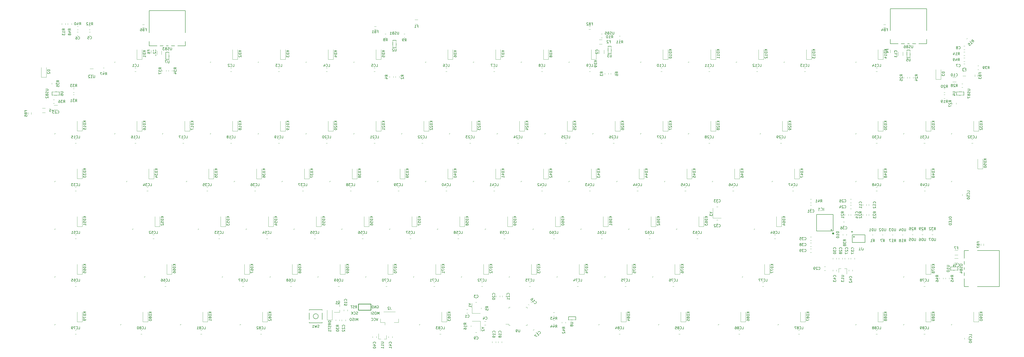
<source format=gbo>
%TF.GenerationSoftware,KiCad,Pcbnew,(5.1.10)-1*%
%TF.CreationDate,2021-10-10T20:15:26-04:00*%
%TF.ProjectId,custom_keyboard,63757374-6f6d-45f6-9b65-79626f617264,rev?*%
%TF.SameCoordinates,Original*%
%TF.FileFunction,Legend,Bot*%
%TF.FilePolarity,Positive*%
%FSLAX46Y46*%
G04 Gerber Fmt 4.6, Leading zero omitted, Abs format (unit mm)*
G04 Created by KiCad (PCBNEW (5.1.10)-1) date 2021-10-10 20:15:26*
%MOMM*%
%LPD*%
G01*
G04 APERTURE LIST*
%ADD10C,0.120000*%
%ADD11C,0.100000*%
%ADD12C,0.150000*%
%ADD13C,0.152000*%
%ADD14C,0.300000*%
%ADD15C,0.400000*%
%ADD16C,0.200000*%
%ADD17C,0.254000*%
%ADD18C,0.250000*%
%ADD19R,1.200000X0.900000*%
%ADD20R,2.000000X2.000000*%
%ADD21C,2.000000*%
%ADD22R,3.200000X2.000000*%
%ADD23R,0.700000X1.000000*%
%ADD24R,0.700000X0.600000*%
%ADD25O,0.588000X2.045000*%
%ADD26R,0.600000X1.450000*%
%ADD27R,0.300000X1.450000*%
%ADD28C,0.650000*%
%ADD29O,1.000000X2.100000*%
%ADD30O,1.000000X1.600000*%
%ADD31R,1.200000X1.400000*%
%ADD32C,3.500000*%
%ADD33O,1.500000X2.000000*%
%ADD34O,2.000000X1.500000*%
%ADD35R,0.900000X0.800000*%
%ADD36R,1.800000X1.100000*%
%ADD37R,0.800000X0.900000*%
%ADD38R,0.650000X0.400000*%
%ADD39R,1.000000X0.700000*%
%ADD40R,0.600000X0.700000*%
%ADD41R,1.450000X0.600000*%
%ADD42R,1.450000X0.300000*%
%ADD43O,2.100000X1.000000*%
%ADD44O,1.600000X1.000000*%
%ADD45O,0.270000X1.500000*%
%ADD46O,1.500000X0.270000*%
%ADD47R,1.800000X0.900000*%
%ADD48R,2.550000X2.500000*%
%ADD49C,3.000000*%
%ADD50C,1.750000*%
%ADD51C,4.000000*%
%ADD52C,3.048000*%
%ADD53C,3.987800*%
%ADD54C,6.400000*%
%ADD55R,1.700000X1.700000*%
%ADD56C,1.700000*%
G04 APERTURE END LIST*
D10*
%TO.C,C34*%
X504875648Y-272355400D02*
X506298152Y-272355400D01*
X504875648Y-270535400D02*
X506298152Y-270535400D01*
%TO.C,C25*%
X187196900Y-187792498D02*
X187196900Y-189215002D01*
X189016900Y-187792498D02*
X189016900Y-189215002D01*
%TO.C,C23*%
X146123248Y-211240500D02*
X147545752Y-211240500D01*
X146123248Y-209420500D02*
X147545752Y-209420500D01*
%TO.C,C13*%
X482453300Y-188189348D02*
X482453300Y-189611852D01*
X484273300Y-188189348D02*
X484273300Y-189611852D01*
%TO.C,C10*%
X505504452Y-198308700D02*
X504081948Y-198308700D01*
X505504452Y-200128700D02*
X504081948Y-200128700D01*
%TO.C,C2*%
X363398300Y-187395648D02*
X363398300Y-188818152D01*
X365218300Y-187395648D02*
X365218300Y-188818152D01*
%TO.C,C7*%
X508500448Y-194397800D02*
X509022952Y-194397800D01*
X508500448Y-192927800D02*
X509022952Y-192927800D01*
%TO.C,C8*%
X509022952Y-185784500D02*
X508500448Y-185784500D01*
X509022952Y-187254500D02*
X508500448Y-187254500D01*
%TO.C,C1*%
X310472298Y-292419750D02*
X310994802Y-292419750D01*
X310472298Y-290949750D02*
X310994802Y-290949750D01*
%TO.C,C3*%
X314043948Y-288054400D02*
X314566452Y-288054400D01*
X314043948Y-286584400D02*
X314566452Y-286584400D01*
%TO.C,C37*%
X465049500Y-270912952D02*
X465049500Y-270390448D01*
X463579500Y-270912952D02*
X463579500Y-270390448D01*
%TO.C,C11*%
X468341700Y-248960548D02*
X468341700Y-249483052D01*
X469811700Y-248960548D02*
X469811700Y-249483052D01*
%TO.C,C32*%
X410604152Y-255233250D02*
X410081648Y-255233250D01*
X410604152Y-256703250D02*
X410081648Y-256703250D01*
%TO.C,C33*%
X410081648Y-249956800D02*
X410604152Y-249956800D01*
X410081648Y-248486800D02*
X410604152Y-248486800D01*
D11*
%TO.C,D10*%
X459602300Y-260037300D02*
G75*
G03*
X459602300Y-260037300I-50000J0D01*
G01*
D10*
%TO.C,KD15*%
X157358900Y-219661200D02*
X155358900Y-219661200D01*
X155358900Y-219661200D02*
X155358900Y-215761200D01*
X157358900Y-219661200D02*
X157358900Y-215761200D01*
%TO.C,KD33*%
X157358900Y-238710000D02*
X155358900Y-238710000D01*
X155358900Y-238710000D02*
X155358900Y-234810000D01*
X157358900Y-238710000D02*
X157358900Y-234810000D01*
%TO.C,KD51*%
X157358900Y-257821400D02*
X155358900Y-257821400D01*
X155358900Y-257821400D02*
X155358900Y-253921400D01*
X157358900Y-257821400D02*
X157358900Y-253921400D01*
%TO.C,KD65*%
X157358900Y-276870200D02*
X155358900Y-276870200D01*
X155358900Y-276870200D02*
X155358900Y-272970200D01*
X157358900Y-276870200D02*
X157358900Y-272970200D01*
%TO.C,KD80*%
X183551000Y-295919000D02*
X181551000Y-295919000D01*
X181551000Y-295919000D02*
X181551000Y-292019000D01*
X183551000Y-295919000D02*
X183551000Y-292019000D01*
%TO.C,KD1*%
X181169900Y-191150600D02*
X179169900Y-191150600D01*
X179169900Y-191150600D02*
X179169900Y-187250600D01*
X181169900Y-191150600D02*
X181169900Y-187250600D01*
%TO.C,KD16*%
X181169900Y-219723800D02*
X179169900Y-219723800D01*
X179169900Y-219723800D02*
X179169900Y-215823800D01*
X181169900Y-219723800D02*
X181169900Y-215823800D01*
%TO.C,KD34*%
X185932100Y-238772600D02*
X183932100Y-238772600D01*
X183932100Y-238772600D02*
X183932100Y-234872600D01*
X185932100Y-238772600D02*
X185932100Y-234872600D01*
%TO.C,KD52*%
X188313200Y-257821400D02*
X186313200Y-257821400D01*
X186313200Y-257821400D02*
X186313200Y-253921400D01*
X188313200Y-257821400D02*
X188313200Y-253921400D01*
%TO.C,KD79*%
X157358900Y-295856400D02*
X155358900Y-295856400D01*
X155358900Y-295856400D02*
X155358900Y-291956400D01*
X157358900Y-295856400D02*
X157358900Y-291956400D01*
%TO.C,KD2*%
X219267500Y-191150600D02*
X217267500Y-191150600D01*
X217267500Y-191150600D02*
X217267500Y-187250600D01*
X219267500Y-191150600D02*
X219267500Y-187250600D01*
%TO.C,KD18*%
X219267500Y-219723800D02*
X217267500Y-219723800D01*
X217267500Y-219723800D02*
X217267500Y-215823800D01*
X219267500Y-219723800D02*
X219267500Y-215823800D01*
%TO.C,KD36*%
X228791900Y-238772600D02*
X226791900Y-238772600D01*
X226791900Y-238772600D02*
X226791900Y-234872600D01*
X228791900Y-238772600D02*
X228791900Y-234872600D01*
%TO.C,KD54*%
X233554100Y-257821400D02*
X231554100Y-257821400D01*
X231554100Y-257821400D02*
X231554100Y-253921400D01*
X233554100Y-257821400D02*
X233554100Y-253921400D01*
%TO.C,KD67*%
X224029700Y-276870200D02*
X222029700Y-276870200D01*
X222029700Y-276870200D02*
X222029700Y-272970200D01*
X224029700Y-276870200D02*
X224029700Y-272970200D01*
%TO.C,KD82*%
X231173000Y-295919000D02*
X229173000Y-295919000D01*
X229173000Y-295919000D02*
X229173000Y-292019000D01*
X231173000Y-295919000D02*
X231173000Y-292019000D01*
%TO.C,KD17*%
X200218700Y-219723800D02*
X198218700Y-219723800D01*
X198218700Y-219723800D02*
X198218700Y-215823800D01*
X200218700Y-219723800D02*
X200218700Y-215823800D01*
%TO.C,KD35*%
X209743100Y-238772600D02*
X207743100Y-238772600D01*
X207743100Y-238772600D02*
X207743100Y-234872600D01*
X209743100Y-238772600D02*
X209743100Y-234872600D01*
%TO.C,KD53*%
X214505300Y-257821400D02*
X212505300Y-257821400D01*
X212505300Y-257821400D02*
X212505300Y-253921400D01*
X214505300Y-257821400D02*
X214505300Y-253921400D01*
%TO.C,KD66*%
X193075400Y-276870200D02*
X191075400Y-276870200D01*
X191075400Y-276870200D02*
X191075400Y-272970200D01*
X193075400Y-276870200D02*
X193075400Y-272970200D01*
%TO.C,KD81*%
X207362000Y-295919000D02*
X205362000Y-295919000D01*
X205362000Y-295919000D02*
X205362000Y-292019000D01*
X207362000Y-295919000D02*
X207362000Y-292019000D01*
%TO.C,KD3*%
X238316300Y-191150600D02*
X236316300Y-191150600D01*
X236316300Y-191150600D02*
X236316300Y-187250600D01*
X238316300Y-191150600D02*
X238316300Y-187250600D01*
%TO.C,KD19*%
X238316300Y-219723800D02*
X236316300Y-219723800D01*
X236316300Y-219723800D02*
X236316300Y-215823800D01*
X238316300Y-219723800D02*
X238316300Y-215823800D01*
%TO.C,KD37*%
X247840700Y-238772600D02*
X245840700Y-238772600D01*
X245840700Y-238772600D02*
X245840700Y-234872600D01*
X247840700Y-238772600D02*
X247840700Y-234872600D01*
%TO.C,KD55*%
X252602900Y-257821400D02*
X250602900Y-257821400D01*
X250602900Y-257821400D02*
X250602900Y-253921400D01*
X252602900Y-257821400D02*
X252602900Y-253921400D01*
%TO.C,KD68*%
X243078500Y-276870200D02*
X241078500Y-276870200D01*
X241078500Y-276870200D02*
X241078500Y-272970200D01*
X243078500Y-276870200D02*
X243078500Y-272970200D01*
%TO.C,KD70*%
X281176100Y-276870200D02*
X279176100Y-276870200D01*
X279176100Y-276870200D02*
X279176100Y-272970200D01*
X281176100Y-276870200D02*
X281176100Y-272970200D01*
%TO.C,KD4*%
X257365100Y-191150600D02*
X255365100Y-191150600D01*
X255365100Y-191150600D02*
X255365100Y-187250600D01*
X257365100Y-191150600D02*
X257365100Y-187250600D01*
%TO.C,KD20*%
X257365100Y-219723800D02*
X255365100Y-219723800D01*
X255365100Y-219723800D02*
X255365100Y-215823800D01*
X257365100Y-219723800D02*
X257365100Y-215823800D01*
%TO.C,KD38*%
X266889500Y-238772600D02*
X264889500Y-238772600D01*
X264889500Y-238772600D02*
X264889500Y-234872600D01*
X266889500Y-238772600D02*
X266889500Y-234872600D01*
%TO.C,KD56*%
X271651700Y-257821400D02*
X269651700Y-257821400D01*
X269651700Y-257821400D02*
X269651700Y-253921400D01*
X271651700Y-257821400D02*
X271651700Y-253921400D01*
%TO.C,KD69*%
X262127300Y-276870200D02*
X260127300Y-276870200D01*
X260127300Y-276870200D02*
X260127300Y-272970200D01*
X262127300Y-276870200D02*
X262127300Y-272970200D01*
%TO.C,KD5*%
X276413900Y-191150600D02*
X274413900Y-191150600D01*
X274413900Y-191150600D02*
X274413900Y-187250600D01*
X276413900Y-191150600D02*
X276413900Y-187250600D01*
%TO.C,KD21*%
X276413900Y-219723800D02*
X274413900Y-219723800D01*
X274413900Y-219723800D02*
X274413900Y-215823800D01*
X276413900Y-219723800D02*
X276413900Y-215823800D01*
%TO.C,KD39*%
X285938300Y-238772600D02*
X283938300Y-238772600D01*
X283938300Y-238772600D02*
X283938300Y-234872600D01*
X285938300Y-238772600D02*
X285938300Y-234872600D01*
%TO.C,KD57*%
X290700500Y-257821400D02*
X288700500Y-257821400D01*
X288700500Y-257821400D02*
X288700500Y-253921400D01*
X290700500Y-257821400D02*
X290700500Y-253921400D01*
%TO.C,KD71*%
X300224900Y-276870200D02*
X298224900Y-276870200D01*
X298224900Y-276870200D02*
X298224900Y-272970200D01*
X300224900Y-276870200D02*
X300224900Y-272970200D01*
%TO.C,KD83*%
X302606000Y-295919000D02*
X300606000Y-295919000D01*
X300606000Y-295919000D02*
X300606000Y-292019000D01*
X302606000Y-295919000D02*
X302606000Y-292019000D01*
%TO.C,KD6*%
X304987100Y-191150600D02*
X302987100Y-191150600D01*
X302987100Y-191150600D02*
X302987100Y-187250600D01*
X304987100Y-191150600D02*
X304987100Y-187250600D01*
%TO.C,KD22*%
X295462700Y-219723800D02*
X293462700Y-219723800D01*
X293462700Y-219723800D02*
X293462700Y-215823800D01*
X295462700Y-219723800D02*
X295462700Y-215823800D01*
%TO.C,KD40*%
X304987100Y-238772600D02*
X302987100Y-238772600D01*
X302987100Y-238772600D02*
X302987100Y-234872600D01*
X304987100Y-238772600D02*
X304987100Y-234872600D01*
%TO.C,KD58*%
X309749300Y-257821400D02*
X307749300Y-257821400D01*
X307749300Y-257821400D02*
X307749300Y-253921400D01*
X309749300Y-257821400D02*
X309749300Y-253921400D01*
%TO.C,KD72*%
X319273700Y-276870200D02*
X317273700Y-276870200D01*
X317273700Y-276870200D02*
X317273700Y-272970200D01*
X319273700Y-276870200D02*
X319273700Y-272970200D01*
%TO.C,KD7*%
X324035900Y-191150600D02*
X322035900Y-191150600D01*
X322035900Y-191150600D02*
X322035900Y-187250600D01*
X324035900Y-191150600D02*
X324035900Y-187250600D01*
%TO.C,KD23*%
X314511500Y-219723800D02*
X312511500Y-219723800D01*
X312511500Y-219723800D02*
X312511500Y-215823800D01*
X314511500Y-219723800D02*
X314511500Y-215823800D01*
%TO.C,KD41*%
X324035900Y-238772600D02*
X322035900Y-238772600D01*
X322035900Y-238772600D02*
X322035900Y-234872600D01*
X324035900Y-238772600D02*
X324035900Y-234872600D01*
%TO.C,KD59*%
X328798100Y-257821400D02*
X326798100Y-257821400D01*
X326798100Y-257821400D02*
X326798100Y-253921400D01*
X328798100Y-257821400D02*
X328798100Y-253921400D01*
%TO.C,KD73*%
X338322500Y-276870200D02*
X336322500Y-276870200D01*
X336322500Y-276870200D02*
X336322500Y-272970200D01*
X338322500Y-276870200D02*
X338322500Y-272970200D01*
%TO.C,KD8*%
X343084700Y-191150600D02*
X341084700Y-191150600D01*
X341084700Y-191150600D02*
X341084700Y-187250600D01*
X343084700Y-191150600D02*
X343084700Y-187250600D01*
%TO.C,KD24*%
X333560300Y-219723800D02*
X331560300Y-219723800D01*
X331560300Y-219723800D02*
X331560300Y-215823800D01*
X333560300Y-219723800D02*
X333560300Y-215823800D01*
%TO.C,KD42*%
X343084700Y-238772600D02*
X341084700Y-238772600D01*
X341084700Y-238772600D02*
X341084700Y-234872600D01*
X343084700Y-238772600D02*
X343084700Y-234872600D01*
%TO.C,KD60*%
X347846900Y-257821400D02*
X345846900Y-257821400D01*
X345846900Y-257821400D02*
X345846900Y-253921400D01*
X347846900Y-257821400D02*
X347846900Y-253921400D01*
%TO.C,KD74*%
X357371300Y-276870200D02*
X355371300Y-276870200D01*
X355371300Y-276870200D02*
X355371300Y-272970200D01*
X357371300Y-276870200D02*
X357371300Y-272970200D01*
%TO.C,KD9*%
X362133500Y-191150600D02*
X360133500Y-191150600D01*
X360133500Y-191150600D02*
X360133500Y-187250600D01*
X362133500Y-191150600D02*
X362133500Y-187250600D01*
%TO.C,KD25*%
X352609100Y-219723800D02*
X350609100Y-219723800D01*
X350609100Y-219723800D02*
X350609100Y-215823800D01*
X352609100Y-219723800D02*
X352609100Y-215823800D01*
%TO.C,KD43*%
X362133500Y-238772600D02*
X360133500Y-238772600D01*
X360133500Y-238772600D02*
X360133500Y-234872600D01*
X362133500Y-238772600D02*
X362133500Y-234872600D01*
%TO.C,KD61*%
X366895700Y-257821400D02*
X364895700Y-257821400D01*
X364895700Y-257821400D02*
X364895700Y-253921400D01*
X366895700Y-257821400D02*
X366895700Y-253921400D01*
%TO.C,KD75*%
X376420100Y-276870200D02*
X374420100Y-276870200D01*
X374420100Y-276870200D02*
X374420100Y-272970200D01*
X376420100Y-276870200D02*
X376420100Y-272970200D01*
%TO.C,KD84*%
X374039000Y-295919000D02*
X372039000Y-295919000D01*
X372039000Y-295919000D02*
X372039000Y-292019000D01*
X374039000Y-295919000D02*
X374039000Y-292019000D01*
%TO.C,KD10*%
X390706700Y-191150600D02*
X388706700Y-191150600D01*
X388706700Y-191150600D02*
X388706700Y-187250600D01*
X390706700Y-191150600D02*
X390706700Y-187250600D01*
%TO.C,KD26*%
X371657900Y-219723800D02*
X369657900Y-219723800D01*
X369657900Y-219723800D02*
X369657900Y-215823800D01*
X371657900Y-219723800D02*
X371657900Y-215823800D01*
%TO.C,KD44*%
X381182300Y-238772600D02*
X379182300Y-238772600D01*
X379182300Y-238772600D02*
X379182300Y-234872600D01*
X381182300Y-238772600D02*
X381182300Y-234872600D01*
%TO.C,KD62*%
X385944500Y-257821400D02*
X383944500Y-257821400D01*
X383944500Y-257821400D02*
X383944500Y-253921400D01*
X385944500Y-257821400D02*
X385944500Y-253921400D01*
%TO.C,KD76*%
X395468900Y-276870200D02*
X393468900Y-276870200D01*
X393468900Y-276870200D02*
X393468900Y-272970200D01*
X395468900Y-276870200D02*
X395468900Y-272970200D01*
%TO.C,KD11*%
X409755500Y-191150600D02*
X407755500Y-191150600D01*
X407755500Y-191150600D02*
X407755500Y-187250600D01*
X409755500Y-191150600D02*
X409755500Y-187250600D01*
%TO.C,KD27*%
X390706700Y-219723800D02*
X388706700Y-219723800D01*
X388706700Y-219723800D02*
X388706700Y-215823800D01*
X390706700Y-219723800D02*
X390706700Y-215823800D01*
%TO.C,KD45*%
X400231100Y-238772600D02*
X398231100Y-238772600D01*
X398231100Y-238772600D02*
X398231100Y-234872600D01*
X400231100Y-238772600D02*
X400231100Y-234872600D01*
%TO.C,KD63*%
X404993300Y-257821400D02*
X402993300Y-257821400D01*
X402993300Y-257821400D02*
X402993300Y-253921400D01*
X404993300Y-257821400D02*
X404993300Y-253921400D01*
%TO.C,KD85*%
X397850000Y-295919000D02*
X395850000Y-295919000D01*
X395850000Y-295919000D02*
X395850000Y-292019000D01*
X397850000Y-295919000D02*
X397850000Y-292019000D01*
%TO.C,KD86*%
X421661000Y-295919000D02*
X419661000Y-295919000D01*
X419661000Y-295919000D02*
X419661000Y-292019000D01*
X421661000Y-295919000D02*
X421661000Y-292019000D01*
%TO.C,KD12*%
X428804300Y-191150600D02*
X426804300Y-191150600D01*
X426804300Y-191150600D02*
X426804300Y-187250600D01*
X428804300Y-191150600D02*
X428804300Y-187250600D01*
%TO.C,KD28*%
X409755500Y-219723800D02*
X407755500Y-219723800D01*
X407755500Y-219723800D02*
X407755500Y-215823800D01*
X409755500Y-219723800D02*
X409755500Y-215823800D01*
%TO.C,KD46*%
X419279900Y-238772600D02*
X417279900Y-238772600D01*
X417279900Y-238772600D02*
X417279900Y-234872600D01*
X419279900Y-238772600D02*
X419279900Y-234872600D01*
%TO.C,KD87*%
X445472000Y-295919000D02*
X443472000Y-295919000D01*
X443472000Y-295919000D02*
X443472000Y-292019000D01*
X445472000Y-295919000D02*
X445472000Y-292019000D01*
%TO.C,KD13*%
X447853100Y-191150600D02*
X445853100Y-191150600D01*
X445853100Y-191150600D02*
X445853100Y-187250600D01*
X447853100Y-191150600D02*
X447853100Y-187250600D01*
%TO.C,KD29*%
X438328700Y-219723800D02*
X436328700Y-219723800D01*
X436328700Y-219723800D02*
X436328700Y-215823800D01*
X438328700Y-219723800D02*
X438328700Y-215823800D01*
%TO.C,KD47*%
X443090900Y-238772600D02*
X441090900Y-238772600D01*
X441090900Y-238772600D02*
X441090900Y-234872600D01*
X443090900Y-238772600D02*
X443090900Y-234872600D01*
%TO.C,KD64*%
X435947600Y-257821400D02*
X433947600Y-257821400D01*
X433947600Y-257821400D02*
X433947600Y-253921400D01*
X435947600Y-257821400D02*
X435947600Y-253921400D01*
%TO.C,KD77*%
X431185400Y-276870200D02*
X429185400Y-276870200D01*
X429185400Y-276870200D02*
X429185400Y-272970200D01*
X431185400Y-276870200D02*
X431185400Y-272970200D01*
%TO.C,KD88*%
X476426300Y-295919000D02*
X474426300Y-295919000D01*
X474426300Y-295919000D02*
X474426300Y-292019000D01*
X476426300Y-295919000D02*
X476426300Y-292019000D01*
%TO.C,KD14*%
X476426300Y-191150600D02*
X474426300Y-191150600D01*
X474426300Y-191150600D02*
X474426300Y-187250600D01*
X476426300Y-191150600D02*
X476426300Y-187250600D01*
%TO.C,KD30*%
X476426300Y-219723800D02*
X474426300Y-219723800D01*
X474426300Y-219723800D02*
X474426300Y-215823800D01*
X476426300Y-219723800D02*
X476426300Y-215823800D01*
%TO.C,KD48*%
X476426300Y-238772600D02*
X474426300Y-238772600D01*
X474426300Y-238772600D02*
X474426300Y-234872600D01*
X476426300Y-238772600D02*
X476426300Y-234872600D01*
%TO.C,KD31*%
X495475100Y-219723800D02*
X493475100Y-219723800D01*
X493475100Y-219723800D02*
X493475100Y-215823800D01*
X495475100Y-219723800D02*
X495475100Y-215823800D01*
%TO.C,KD49*%
X495475100Y-238772600D02*
X493475100Y-238772600D01*
X493475100Y-238772600D02*
X493475100Y-234872600D01*
X495475100Y-238772600D02*
X495475100Y-234872600D01*
%TO.C,KD78*%
X495475100Y-276870200D02*
X493475100Y-276870200D01*
X493475100Y-276870200D02*
X493475100Y-272970200D01*
X495475100Y-276870200D02*
X495475100Y-272970200D01*
%TO.C,KD89*%
X495475100Y-295919000D02*
X493475100Y-295919000D01*
X493475100Y-295919000D02*
X493475100Y-292019000D01*
X495475100Y-295919000D02*
X495475100Y-292019000D01*
%TO.C,KD32*%
X514523900Y-219723800D02*
X512523900Y-219723800D01*
X512523900Y-219723800D02*
X512523900Y-215823800D01*
X514523900Y-219723800D02*
X514523900Y-215823800D01*
%TO.C,KD50*%
X516111300Y-234804100D02*
X514111300Y-234804100D01*
X514111300Y-234804100D02*
X514111300Y-230904100D01*
X516111300Y-234804100D02*
X516111300Y-230904100D01*
%TO.C,KD90*%
X514523900Y-295919000D02*
X512523900Y-295919000D01*
X512523900Y-295919000D02*
X512523900Y-292019000D01*
X514523900Y-295919000D02*
X514523900Y-292019000D01*
%TO.C,R14*%
X508988764Y-190546700D02*
X508534636Y-190546700D01*
X508988764Y-192016700D02*
X508534636Y-192016700D01*
%TO.C,R15*%
X510708265Y-184024982D02*
X511029382Y-183703865D01*
X509668818Y-182985535D02*
X509989935Y-182664418D01*
%TO.C,R30*%
X258408050Y-295029336D02*
X258408050Y-295483464D01*
X259878050Y-295029336D02*
X259878050Y-295483464D01*
%TO.C,R4*%
X282222200Y-197893036D02*
X282222200Y-198347164D01*
X283692200Y-197893036D02*
X283692200Y-198347164D01*
%TO.C,R2*%
X279841100Y-197893036D02*
X279841100Y-198347164D01*
X281311100Y-197893036D02*
X281311100Y-198347164D01*
%TO.C,R22*%
X468341700Y-252963236D02*
X468341700Y-253417364D01*
X469811700Y-252963236D02*
X469811700Y-253417364D01*
%TO.C,R1*%
X472478564Y-261186000D02*
X472024436Y-261186000D01*
X472478564Y-262656000D02*
X472024436Y-262656000D01*
%TO.C,R7*%
X476447064Y-261186000D02*
X475992936Y-261186000D01*
X476447064Y-262656000D02*
X475992936Y-262656000D01*
%TO.C,R17*%
X480415564Y-261186000D02*
X479961436Y-261186000D01*
X480415564Y-262656000D02*
X479961436Y-262656000D01*
%TO.C,R18*%
X484384064Y-261186000D02*
X483929936Y-261186000D01*
X484384064Y-262656000D02*
X483929936Y-262656000D01*
%TO.C,R26*%
X487898436Y-261068600D02*
X488352564Y-261068600D01*
X487898436Y-259598600D02*
X488352564Y-259598600D01*
%TO.C,R29*%
X491866936Y-261068600D02*
X492321064Y-261068600D01*
X491866936Y-259598600D02*
X492321064Y-259598600D01*
%TO.C,R32*%
X495835436Y-261068600D02*
X496289564Y-261068600D01*
X495835436Y-259598600D02*
X496289564Y-259598600D01*
%TO.C,R38*%
X461874700Y-261354364D02*
X461874700Y-260900236D01*
X460404700Y-261354364D02*
X460404700Y-260900236D01*
%TO.C,R9*%
X285504936Y-182492300D02*
X285959064Y-182492300D01*
X285504936Y-181022300D02*
X285959064Y-181022300D01*
%TO.C,R8*%
X278418914Y-181022300D02*
X277964786Y-181022300D01*
X278418914Y-182492300D02*
X277964786Y-182492300D01*
%TO.C,R41*%
X447419736Y-248369400D02*
X447873864Y-248369400D01*
X447419736Y-246899400D02*
X447873864Y-246899400D01*
%TO.C,D2*%
X143072300Y-198293900D02*
X141072300Y-198293900D01*
X141072300Y-198293900D02*
X141072300Y-194393900D01*
X143072300Y-198293900D02*
X143072300Y-194393900D01*
%TO.C,D3*%
X499443600Y-199087600D02*
X497443600Y-199087600D01*
X497443600Y-199087600D02*
X497443600Y-195187600D01*
X499443600Y-199087600D02*
X499443600Y-195187600D01*
D12*
%TO.C,U2*%
X282413500Y-186382100D02*
X281113500Y-186382100D01*
X282413500Y-183482100D02*
X282413500Y-186382100D01*
X281113500Y-183482100D02*
X282413500Y-183482100D01*
X281113500Y-183482100D02*
X281113500Y-186382100D01*
D13*
%TO.C,U1*%
X464169600Y-261193700D02*
X464169600Y-264235700D01*
X464169600Y-264235700D02*
X469221600Y-264235700D01*
X469221600Y-264235700D02*
X469221600Y-261193700D01*
X469221600Y-261193700D02*
X464169600Y-261193700D01*
D14*
X464940600Y-261945700D02*
G75*
G03*
X464940600Y-261945700I-150000J0D01*
G01*
X464194600Y-259942700D02*
G75*
G03*
X464194600Y-259942700I-151000J0D01*
G01*
D10*
%TO.C,Y1*%
X315955200Y-292494200D02*
X312655200Y-292494200D01*
X312655200Y-292494200D02*
X312655200Y-288494200D01*
%TO.C,Y3*%
X411936600Y-254487150D02*
X408636600Y-254487150D01*
X408636600Y-254487150D02*
X408636600Y-250487150D01*
%TO.C,C40*%
X274561500Y-302264102D02*
X274561500Y-301741598D01*
X273091500Y-302264102D02*
X273091500Y-301741598D01*
%TO.C,C16*%
X336439557Y-288174960D02*
X336070090Y-287805493D01*
X335400110Y-289214407D02*
X335030643Y-288844940D01*
%TO.C,C17*%
X338054340Y-300326207D02*
X338423807Y-299956740D01*
X337014893Y-299286760D02*
X337384360Y-298917293D01*
%TO.C,C12*%
X470722800Y-248960548D02*
X470722800Y-249483052D01*
X472192800Y-248960548D02*
X472192800Y-249483052D01*
%TO.C,C41*%
X279441100Y-301741598D02*
X279441100Y-302264102D01*
X280911100Y-301741598D02*
X280911100Y-302264102D01*
%TO.C,C18*%
X324564600Y-304248352D02*
X324564600Y-303725848D01*
X323094600Y-304248352D02*
X323094600Y-303725848D01*
%TO.C,C19*%
X320713500Y-303725848D02*
X320713500Y-304248352D01*
X322183500Y-303725848D02*
X322183500Y-304248352D01*
%TO.C,C20*%
X322300900Y-285470748D02*
X322300900Y-285993252D01*
X323770900Y-285470748D02*
X323770900Y-285993252D01*
%TO.C,C21*%
X326152000Y-285993252D02*
X326152000Y-285470748D01*
X324682000Y-285993252D02*
X324682000Y-285470748D01*
%TO.C,C15*%
X261582850Y-291026648D02*
X261582850Y-291549152D01*
X263052850Y-291026648D02*
X263052850Y-291549152D01*
%TO.C,C22*%
X260789150Y-294995148D02*
X260789150Y-295517652D01*
X262259150Y-294995148D02*
X262259150Y-295517652D01*
%TO.C,C4*%
X318138102Y-295711950D02*
X317615598Y-295711950D01*
X318138102Y-297181950D02*
X317615598Y-297181950D01*
%TO.C,C9*%
X314566452Y-300077300D02*
X314043948Y-300077300D01*
X314566452Y-301547300D02*
X314043948Y-301547300D01*
%TO.C,C29*%
X453463952Y-273885200D02*
X452941448Y-273885200D01*
X453463952Y-275355200D02*
X452941448Y-275355200D01*
%TO.C,C27*%
X461198400Y-270390448D02*
X461198400Y-270912952D01*
X462668400Y-270390448D02*
X462668400Y-270912952D01*
%TO.C,C39*%
X447908052Y-266741900D02*
X447385548Y-266741900D01*
X447908052Y-268211900D02*
X447385548Y-268211900D01*
%TO.C,C38*%
X447908052Y-264360800D02*
X447385548Y-264360800D01*
X447908052Y-265830800D02*
X447385548Y-265830800D01*
%TO.C,C35*%
X447385548Y-263449700D02*
X447908052Y-263449700D01*
X447385548Y-261979700D02*
X447908052Y-261979700D01*
%TO.C,C30*%
X457906200Y-270912952D02*
X457906200Y-270390448D01*
X456436200Y-270912952D02*
X456436200Y-270390448D01*
%TO.C,C36*%
X460481598Y-257496950D02*
X461004102Y-257496950D01*
X460481598Y-256026950D02*
X461004102Y-256026950D01*
%TO.C,C31*%
X447385548Y-250750500D02*
X447908052Y-250750500D01*
X447385548Y-249280500D02*
X447908052Y-249280500D01*
%TO.C,C14*%
X465049500Y-253451552D02*
X465049500Y-252929048D01*
X463579500Y-253451552D02*
X463579500Y-252929048D01*
%TO.C,C28*%
X458817300Y-270390448D02*
X458817300Y-270912952D01*
X460287300Y-270390448D02*
X460287300Y-270912952D01*
%TO.C,C24*%
X463259548Y-250750500D02*
X463782052Y-250750500D01*
X463259548Y-249280500D02*
X463782052Y-249280500D01*
%TO.C,C26*%
X463259548Y-248369400D02*
X463782052Y-248369400D01*
X463259548Y-246899400D02*
X463782052Y-246899400D01*
%TO.C,DRST1*%
X256968250Y-295125300D02*
X254968250Y-295125300D01*
X254968250Y-295125300D02*
X254968250Y-291225300D01*
X256968250Y-295125300D02*
X256968250Y-291225300D01*
%TO.C,F1*%
X289892136Y-177111400D02*
X291096264Y-177111400D01*
X289892136Y-175291400D02*
X291096264Y-175291400D01*
%TO.C,F3*%
X509363764Y-195927600D02*
X508159636Y-195927600D01*
X509363764Y-197747600D02*
X508159636Y-197747600D01*
%TO.C,F5*%
X141470236Y-212431050D02*
X142674364Y-212431050D01*
X141470236Y-210611050D02*
X142674364Y-210611050D01*
%TO.C,F2*%
X363309386Y-185048400D02*
X364513514Y-185048400D01*
X363309386Y-183228400D02*
X364513514Y-183228400D01*
%TO.C,F4*%
X479278500Y-187317436D02*
X479278500Y-188521564D01*
X481098500Y-187317436D02*
X481098500Y-188521564D01*
%TO.C,F6*%
X184815800Y-187504836D02*
X184815800Y-188708964D01*
X186635800Y-187504836D02*
X186635800Y-188708964D01*
%TO.C,F7*%
X506188964Y-267360600D02*
X504984836Y-267360600D01*
X506188964Y-269180600D02*
X504984836Y-269180600D01*
%TO.C,FB1*%
X273695678Y-179142500D02*
X274494922Y-179142500D01*
X273695678Y-178022500D02*
X274494922Y-178022500D01*
%TO.C,FB3*%
X514083900Y-198030922D02*
X514083900Y-197231678D01*
X512963900Y-198030922D02*
X512963900Y-197231678D01*
%TO.C,FB5*%
X135956400Y-212311978D02*
X135956400Y-213111222D01*
X137076400Y-212311978D02*
X137076400Y-213111222D01*
%TO.C,FB2*%
X359945722Y-178022500D02*
X359146478Y-178022500D01*
X359945722Y-179142500D02*
X359146478Y-179142500D01*
%TO.C,FB4*%
X476614078Y-178348800D02*
X477413322Y-178348800D01*
X476614078Y-177228800D02*
X477413322Y-177228800D01*
%TO.C,FB6*%
X181357678Y-178348800D02*
X182156922Y-178348800D01*
X181357678Y-177228800D02*
X182156922Y-177228800D01*
%TO.C,FB7*%
X515345000Y-264696178D02*
X515345000Y-265495422D01*
X516465000Y-264696178D02*
X516465000Y-265495422D01*
D12*
%TO.C,USB6*%
X479338100Y-184918400D02*
X493738100Y-184918400D01*
X479338100Y-184918400D02*
X479338100Y-170918400D01*
X493738100Y-170918400D02*
X479338100Y-170918400D01*
X493738100Y-170918400D02*
X493738100Y-184918400D01*
%TO.C,USB3*%
X184081700Y-185712100D02*
X198481700Y-185712100D01*
X184081700Y-185712100D02*
X184081700Y-171712100D01*
X198481700Y-171712100D02*
X184081700Y-171712100D01*
X198481700Y-171712100D02*
X198481700Y-185712100D01*
%TO.C,USB4*%
X508775400Y-267420200D02*
X508775400Y-281820200D01*
X508775400Y-267420200D02*
X522775400Y-267420200D01*
X522775400Y-281820200D02*
X522775400Y-267420200D01*
X522775400Y-281820200D02*
X508775400Y-281820200D01*
D10*
%TO.C,J2*%
X276169250Y-294722700D02*
X276169250Y-296172700D01*
X276169250Y-296172700D02*
X277969250Y-296172700D01*
X277969250Y-296172700D02*
X277969250Y-297162700D01*
X283389250Y-294722700D02*
X283389250Y-296172700D01*
X283389250Y-296172700D02*
X281589250Y-296172700D01*
X277439250Y-291902700D02*
X282119250Y-291902700D01*
%TO.C,Q1*%
X259903050Y-288914200D02*
X259903050Y-289844200D01*
X259903050Y-292074200D02*
X259903050Y-291144200D01*
X259903050Y-292074200D02*
X257743050Y-292074200D01*
X259903050Y-288914200D02*
X258443050Y-288914200D01*
%TO.C,R43*%
X345032436Y-293610300D02*
X345486564Y-293610300D01*
X345032436Y-292140300D02*
X345486564Y-292140300D01*
%TO.C,R24*%
X486993650Y-198197936D02*
X486993650Y-198652064D01*
X488463650Y-198197936D02*
X488463650Y-198652064D01*
%TO.C,R25*%
X484612550Y-198197936D02*
X484612550Y-198652064D01*
X486082550Y-198197936D02*
X486082550Y-198652064D01*
%TO.C,R44*%
X345032436Y-296785100D02*
X345486564Y-296785100D01*
X345032436Y-295315100D02*
X345486564Y-295315100D01*
%TO.C,R23*%
X472192800Y-253417364D02*
X472192800Y-252963236D01*
X470722800Y-253417364D02*
X470722800Y-252963236D01*
%TO.C,R21*%
X461198400Y-252963236D02*
X461198400Y-253417364D01*
X462668400Y-252963236D02*
X462668400Y-253417364D01*
%TO.C,R42*%
X349963000Y-296395964D02*
X349963000Y-295941836D01*
X348493000Y-296395964D02*
X348493000Y-295941836D01*
%TO.C,R16*%
X310792250Y-297410436D02*
X310792250Y-297864564D01*
X312262250Y-297410436D02*
X312262250Y-297864564D01*
%TO.C,R5*%
X317818150Y-290721264D02*
X317818150Y-290267136D01*
X316348150Y-290721264D02*
X316348150Y-290267136D01*
%TO.C,R27*%
X504058200Y-208516036D02*
X504058200Y-208970164D01*
X505528200Y-208516036D02*
X505528200Y-208970164D01*
%TO.C,R35*%
X146775800Y-201033164D02*
X146775800Y-200579036D01*
X145305800Y-201033164D02*
X145305800Y-200579036D01*
%TO.C,R10*%
X364535364Y-181022300D02*
X364081236Y-181022300D01*
X364535364Y-182492300D02*
X364081236Y-182492300D01*
%TO.C,R28*%
X508195064Y-200864800D02*
X507740936Y-200864800D01*
X508195064Y-202334800D02*
X507740936Y-202334800D01*
%TO.C,R36*%
X145813736Y-208684400D02*
X146267864Y-208684400D01*
X145813736Y-207214400D02*
X146267864Y-207214400D01*
%TO.C,R11*%
X371224536Y-183286000D02*
X371678664Y-183286000D01*
X371224536Y-181816000D02*
X371678664Y-181816000D01*
%TO.C,R19*%
X501051764Y-205230150D02*
X500597636Y-205230150D01*
X501051764Y-206700150D02*
X500597636Y-206700150D01*
%TO.C,R20*%
X501051764Y-202849050D02*
X500597636Y-202849050D01*
X501051764Y-204319050D02*
X500597636Y-204319050D01*
%TO.C,R31*%
X153750736Y-206700150D02*
X154204864Y-206700150D01*
X153750736Y-205230150D02*
X154204864Y-205230150D01*
%TO.C,R33*%
X153750736Y-204319050D02*
X154204864Y-204319050D01*
X153750736Y-202849050D02*
X154204864Y-202849050D01*
%TO.C,R3*%
X367027550Y-197064664D02*
X367027550Y-196610536D01*
X365557550Y-197064664D02*
X365557550Y-196610536D01*
%TO.C,R6*%
X369408650Y-197064664D02*
X369408650Y-196610536D01*
X367938650Y-197064664D02*
X367938650Y-196610536D01*
%TO.C,R34*%
X191737250Y-195419986D02*
X191737250Y-195874114D01*
X193207250Y-195419986D02*
X193207250Y-195874114D01*
%TO.C,R37*%
X189356150Y-195419986D02*
X189356150Y-195874114D01*
X190826150Y-195419986D02*
X190826150Y-195874114D01*
%TO.C,R45*%
X501280250Y-278361636D02*
X501280250Y-278815764D01*
X502750250Y-278361636D02*
X502750250Y-278815764D01*
%TO.C,R46*%
X498899150Y-278361636D02*
X498899150Y-278815764D01*
X500369150Y-278361636D02*
X500369150Y-278815764D01*
D12*
%TO.C,SW1*%
X251412350Y-293669000D02*
G75*
G03*
X251412350Y-293669000I-1000000J0D01*
G01*
X253012350Y-296269000D02*
X253012350Y-291069000D01*
X247812350Y-296269000D02*
X253012350Y-296269000D01*
X247812350Y-291069000D02*
X247812350Y-296269000D01*
X253012350Y-291069000D02*
X247812350Y-291069000D01*
D10*
%TO.C,U11*%
X278581300Y-302762850D02*
X277651300Y-302762850D01*
X275421300Y-302762850D02*
X276351300Y-302762850D01*
X275421300Y-302762850D02*
X275421300Y-300602850D01*
X278581300Y-302762850D02*
X278581300Y-301302850D01*
%TO.C,U9*%
X334132900Y-290059000D02*
X334582900Y-290059000D01*
X334582900Y-290059000D02*
X334582900Y-290509000D01*
X327812900Y-290059000D02*
X327362900Y-290059000D01*
X327362900Y-290059000D02*
X327362900Y-290509000D01*
X334132900Y-297279000D02*
X334582900Y-297279000D01*
X334582900Y-297279000D02*
X334582900Y-296829000D01*
X327812900Y-297279000D02*
X327362900Y-297279000D01*
X327362900Y-297279000D02*
X327362900Y-296829000D01*
X327362900Y-296829000D02*
X326072900Y-296829000D01*
%TO.C,U12*%
X161821100Y-197203900D02*
X159921100Y-197203900D01*
X160421100Y-194883900D02*
X161821100Y-194883900D01*
D12*
%TO.C,U8*%
X351109100Y-295112700D02*
X351109100Y-293812700D01*
X354009100Y-295112700D02*
X351109100Y-295112700D01*
X354009100Y-293812700D02*
X354009100Y-295112700D01*
X354009100Y-293812700D02*
X351109100Y-293812700D01*
%TO.C,U4*%
X505724300Y-205424600D02*
X505724300Y-204124600D01*
X508624300Y-205424600D02*
X505724300Y-205424600D01*
X508624300Y-204124600D02*
X508624300Y-205424600D01*
X508624300Y-204124600D02*
X505724300Y-204124600D01*
%TO.C,U6*%
X148284500Y-204124600D02*
X148284500Y-205424600D01*
X145384500Y-204124600D02*
X148284500Y-204124600D01*
X145384500Y-205424600D02*
X145384500Y-204124600D01*
X145384500Y-205424600D02*
X148284500Y-205424600D01*
%TO.C,U5*%
X487188100Y-190350600D02*
X485888100Y-190350600D01*
X487188100Y-187450600D02*
X487188100Y-190350600D01*
X485888100Y-187450600D02*
X487188100Y-187450600D01*
X485888100Y-187450600D02*
X485888100Y-190350600D01*
%TO.C,U10*%
X503343200Y-275270200D02*
X503343200Y-273970200D01*
X506243200Y-275270200D02*
X503343200Y-275270200D01*
X506243200Y-273970200D02*
X506243200Y-275270200D01*
X506243200Y-273970200D02*
X503343200Y-273970200D01*
D10*
%TO.C,Y2*%
X312655200Y-295637500D02*
X315955200Y-295637500D01*
X315955200Y-295637500D02*
X315955200Y-299637500D01*
D15*
%TO.C,IC1*%
X456514241Y-260415104D02*
G75*
G02*
X456511700Y-260415100I-1541J-199996D01*
G01*
D16*
X456098700Y-253025100D02*
X449900700Y-253025100D01*
X449900700Y-253025100D02*
X449900700Y-259680100D01*
X449900700Y-259680100D02*
X456529700Y-259680100D01*
X456529700Y-259680100D02*
X456529700Y-253025100D01*
X456529700Y-253025100D02*
X455767700Y-253025100D01*
D17*
X455992700Y-259195100D02*
G75*
G03*
X455992700Y-259195100I-170000J0D01*
G01*
D10*
%TO.C,LC2*%
X216941352Y-194515200D02*
X216418848Y-194515200D01*
X216941352Y-195985200D02*
X216418848Y-195985200D01*
%TO.C,LC3*%
X235990152Y-194515200D02*
X235467648Y-194515200D01*
X235990152Y-195985200D02*
X235467648Y-195985200D01*
%TO.C,LC4*%
X255038952Y-194515200D02*
X254516448Y-194515200D01*
X255038952Y-195985200D02*
X254516448Y-195985200D01*
%TO.C,LC5*%
X274087752Y-194515200D02*
X273565248Y-194515200D01*
X274087752Y-195985200D02*
X273565248Y-195985200D01*
%TO.C,LC6*%
X302660952Y-194515200D02*
X302138448Y-194515200D01*
X302660952Y-195985200D02*
X302138448Y-195985200D01*
%TO.C,LC7*%
X321709752Y-194515200D02*
X321187248Y-194515200D01*
X321709752Y-195985200D02*
X321187248Y-195985200D01*
%TO.C,LC8*%
X340758552Y-194515200D02*
X340236048Y-194515200D01*
X340758552Y-195985200D02*
X340236048Y-195985200D01*
%TO.C,LC9*%
X359807352Y-194515200D02*
X359284848Y-194515200D01*
X359807352Y-195985200D02*
X359284848Y-195985200D01*
%TO.C,LC10*%
X388380552Y-194515200D02*
X387858048Y-194515200D01*
X388380552Y-195985200D02*
X387858048Y-195985200D01*
%TO.C,LC11*%
X407429352Y-194515200D02*
X406906848Y-194515200D01*
X407429352Y-195985200D02*
X406906848Y-195985200D01*
%TO.C,LC12*%
X426478152Y-194515200D02*
X425955648Y-194515200D01*
X426478152Y-195985200D02*
X425955648Y-195985200D01*
%TO.C,LC13*%
X445526952Y-194515200D02*
X445004448Y-194515200D01*
X445526952Y-195985200D02*
X445004448Y-195985200D01*
%TO.C,LC14*%
X474100152Y-194515200D02*
X473577648Y-194515200D01*
X474100152Y-195985200D02*
X473577648Y-195985200D01*
%TO.C,LC18*%
X216941352Y-223088400D02*
X216418848Y-223088400D01*
X216941352Y-224558400D02*
X216418848Y-224558400D01*
%TO.C,LC19*%
X235990152Y-223088400D02*
X235467648Y-223088400D01*
X235990152Y-224558400D02*
X235467648Y-224558400D01*
%TO.C,LC20*%
X255038952Y-223088400D02*
X254516448Y-223088400D01*
X255038952Y-224558400D02*
X254516448Y-224558400D01*
%TO.C,LC21*%
X274087752Y-223088400D02*
X273565248Y-223088400D01*
X274087752Y-224558400D02*
X273565248Y-224558400D01*
%TO.C,LC22*%
X293136552Y-223088400D02*
X292614048Y-223088400D01*
X293136552Y-224558400D02*
X292614048Y-224558400D01*
%TO.C,LC23*%
X312185352Y-223088400D02*
X311662848Y-223088400D01*
X312185352Y-224558400D02*
X311662848Y-224558400D01*
%TO.C,LC24*%
X331234152Y-223088400D02*
X330711648Y-223088400D01*
X331234152Y-224558400D02*
X330711648Y-224558400D01*
%TO.C,LC25*%
X350282952Y-223088400D02*
X349760448Y-223088400D01*
X350282952Y-224558400D02*
X349760448Y-224558400D01*
%TO.C,LC26*%
X369331752Y-223088400D02*
X368809248Y-223088400D01*
X369331752Y-224558400D02*
X368809248Y-224558400D01*
%TO.C,LC27*%
X388380552Y-223088400D02*
X387858048Y-223088400D01*
X388380552Y-224558400D02*
X387858048Y-224558400D01*
%TO.C,LC28*%
X407429352Y-223088400D02*
X406906848Y-223088400D01*
X407429352Y-224558400D02*
X406906848Y-224558400D01*
%TO.C,LC29*%
X436002552Y-223088400D02*
X435480048Y-223088400D01*
X436002552Y-224558400D02*
X435480048Y-224558400D01*
%TO.C,LC30*%
X474100152Y-223088400D02*
X473577648Y-223088400D01*
X474100152Y-224558400D02*
X473577648Y-224558400D01*
%TO.C,LC31*%
X493148952Y-223088400D02*
X492626448Y-223088400D01*
X493148952Y-224558400D02*
X492626448Y-224558400D01*
%TO.C,LC32*%
X512197752Y-223088400D02*
X511675248Y-223088400D01*
X512197752Y-224558400D02*
X511675248Y-224558400D01*
%TO.C,LC36*%
X226465752Y-242137200D02*
X225943248Y-242137200D01*
X226465752Y-243607200D02*
X225943248Y-243607200D01*
%TO.C,LC37*%
X245514552Y-242137200D02*
X244992048Y-242137200D01*
X245514552Y-243607200D02*
X244992048Y-243607200D01*
%TO.C,LC38*%
X264563352Y-242137200D02*
X264040848Y-242137200D01*
X264563352Y-243607200D02*
X264040848Y-243607200D01*
%TO.C,LC39*%
X283612152Y-242137200D02*
X283089648Y-242137200D01*
X283612152Y-243607200D02*
X283089648Y-243607200D01*
%TO.C,LC40*%
X302660952Y-242137200D02*
X302138448Y-242137200D01*
X302660952Y-243607200D02*
X302138448Y-243607200D01*
%TO.C,LC41*%
X321709752Y-242137200D02*
X321187248Y-242137200D01*
X321709752Y-243607200D02*
X321187248Y-243607200D01*
%TO.C,LC42*%
X340758552Y-242137200D02*
X340236048Y-242137200D01*
X340758552Y-243607200D02*
X340236048Y-243607200D01*
%TO.C,LC43*%
X359807352Y-242137200D02*
X359284848Y-242137200D01*
X359807352Y-243607200D02*
X359284848Y-243607200D01*
%TO.C,LC44*%
X378856152Y-242137200D02*
X378333648Y-242137200D01*
X378856152Y-243607200D02*
X378333648Y-243607200D01*
%TO.C,LC45*%
X397904952Y-242137200D02*
X397382448Y-242137200D01*
X397904952Y-243607200D02*
X397382448Y-243607200D01*
%TO.C,LC46*%
X416953752Y-242137200D02*
X416431248Y-242137200D01*
X416953752Y-243607200D02*
X416431248Y-243607200D01*
%TO.C,LC47*%
X440764752Y-242137200D02*
X440242248Y-242137200D01*
X440764752Y-243607200D02*
X440242248Y-243607200D01*
%TO.C,LC48*%
X474100152Y-242137200D02*
X473577648Y-242137200D01*
X474100152Y-243607200D02*
X473577648Y-243607200D01*
%TO.C,LC49*%
X493305252Y-242137200D02*
X492782748Y-242137200D01*
X493305252Y-243607200D02*
X492782748Y-243607200D01*
%TO.C,LC50*%
X509496700Y-245514552D02*
X509496700Y-244992048D01*
X508026700Y-245514552D02*
X508026700Y-244992048D01*
%TO.C,LC54*%
X231227952Y-261186000D02*
X230705448Y-261186000D01*
X231227952Y-262656000D02*
X230705448Y-262656000D01*
%TO.C,LC55*%
X250276752Y-261186000D02*
X249754248Y-261186000D01*
X250276752Y-262656000D02*
X249754248Y-262656000D01*
%TO.C,LC56*%
X269325552Y-261186000D02*
X268803048Y-261186000D01*
X269325552Y-262656000D02*
X268803048Y-262656000D01*
%TO.C,LC57*%
X288374352Y-261186000D02*
X287851848Y-261186000D01*
X288374352Y-262656000D02*
X287851848Y-262656000D01*
%TO.C,LC58*%
X307423152Y-261186000D02*
X306900648Y-261186000D01*
X307423152Y-262656000D02*
X306900648Y-262656000D01*
%TO.C,LC59*%
X325834552Y-261186000D02*
X325312048Y-261186000D01*
X325834552Y-262656000D02*
X325312048Y-262656000D01*
%TO.C,LC60*%
X345520752Y-261186000D02*
X344998248Y-261186000D01*
X345520752Y-262656000D02*
X344998248Y-262656000D01*
%TO.C,LC61*%
X364569552Y-261186000D02*
X364047048Y-261186000D01*
X364569552Y-262656000D02*
X364047048Y-262656000D01*
%TO.C,LC62*%
X383618352Y-261186000D02*
X383095848Y-261186000D01*
X383618352Y-262656000D02*
X383095848Y-262656000D01*
%TO.C,LC63*%
X402667152Y-261186000D02*
X402144648Y-261186000D01*
X402667152Y-262656000D02*
X402144648Y-262656000D01*
%TO.C,LC64*%
X433621452Y-261186000D02*
X433098948Y-261186000D01*
X433621452Y-262656000D02*
X433098948Y-262656000D01*
%TO.C,LC68*%
X240752352Y-280234800D02*
X240229848Y-280234800D01*
X240752352Y-281704800D02*
X240229848Y-281704800D01*
%TO.C,LC69*%
X259801152Y-280234800D02*
X259278648Y-280234800D01*
X259801152Y-281704800D02*
X259278648Y-281704800D01*
%TO.C,LC70*%
X278849952Y-280234800D02*
X278327448Y-280234800D01*
X278849952Y-281704800D02*
X278327448Y-281704800D01*
%TO.C,LC71*%
X297898752Y-280234800D02*
X297376248Y-280234800D01*
X297898752Y-281704800D02*
X297376248Y-281704800D01*
%TO.C,LC72*%
X316947552Y-280234800D02*
X316425048Y-280234800D01*
X316947552Y-281704800D02*
X316425048Y-281704800D01*
%TO.C,LC73*%
X335996352Y-280234800D02*
X335473848Y-280234800D01*
X335996352Y-281704800D02*
X335473848Y-281704800D01*
%TO.C,LC74*%
X355045152Y-280234800D02*
X354522648Y-280234800D01*
X355045152Y-281704800D02*
X354522648Y-281704800D01*
%TO.C,LC75*%
X374093952Y-280234800D02*
X373571448Y-280234800D01*
X374093952Y-281704800D02*
X373571448Y-281704800D01*
%TO.C,LC76*%
X393142752Y-280234800D02*
X392620248Y-280234800D01*
X393142752Y-281704800D02*
X392620248Y-281704800D01*
%TO.C,LC77*%
X428859252Y-280234800D02*
X428336748Y-280234800D01*
X428859252Y-281704800D02*
X428336748Y-281704800D01*
%TO.C,LC78*%
X493148952Y-280234800D02*
X492626448Y-280234800D01*
X493148952Y-281704800D02*
X492626448Y-281704800D01*
%TO.C,LC82*%
X228846852Y-299283600D02*
X228324348Y-299283600D01*
X228846852Y-300753600D02*
X228324348Y-300753600D01*
%TO.C,LC83*%
X300279852Y-299283600D02*
X299757348Y-299283600D01*
X300279852Y-300753600D02*
X299757348Y-300753600D01*
%TO.C,LC84*%
X371712852Y-299283600D02*
X371190348Y-299283600D01*
X371712852Y-300753600D02*
X371190348Y-300753600D01*
%TO.C,LC85*%
X395523852Y-299283600D02*
X395001348Y-299283600D01*
X395523852Y-300753600D02*
X395001348Y-300753600D01*
%TO.C,LC86*%
X419334852Y-299283600D02*
X418812348Y-299283600D01*
X419334852Y-300753600D02*
X418812348Y-300753600D01*
%TO.C,LC87*%
X443145852Y-299283600D02*
X442623348Y-299283600D01*
X443145852Y-300753600D02*
X442623348Y-300753600D01*
%TO.C,LC88*%
X474100152Y-299283600D02*
X473577648Y-299283600D01*
X474100152Y-300753600D02*
X473577648Y-300753600D01*
%TO.C,LC89*%
X493148952Y-299283600D02*
X492626448Y-299283600D01*
X493148952Y-300753600D02*
X492626448Y-300753600D01*
%TO.C,LC90*%
X510290400Y-302817252D02*
X510290400Y-302294748D01*
X508820400Y-302817252D02*
X508820400Y-302294748D01*
%TO.C,LC1*%
X178843752Y-194515200D02*
X178321248Y-194515200D01*
X178843752Y-195985200D02*
X178321248Y-195985200D01*
%TO.C,LC15*%
X155032752Y-223088400D02*
X154510248Y-223088400D01*
X155032752Y-224558400D02*
X154510248Y-224558400D01*
%TO.C,LC16*%
X178843752Y-223088400D02*
X178321248Y-223088400D01*
X178843752Y-224558400D02*
X178321248Y-224558400D01*
%TO.C,LC17*%
X197892552Y-223088400D02*
X197370048Y-223088400D01*
X197892552Y-224558400D02*
X197370048Y-224558400D01*
%TO.C,LC33*%
X155032752Y-242137200D02*
X154510248Y-242137200D01*
X155032752Y-243607200D02*
X154510248Y-243607200D01*
%TO.C,LC34*%
X183605952Y-242137200D02*
X183083448Y-242137200D01*
X183605952Y-243607200D02*
X183083448Y-243607200D01*
%TO.C,LC35*%
X207416952Y-242137200D02*
X206894448Y-242137200D01*
X207416952Y-243607200D02*
X206894448Y-243607200D01*
%TO.C,LC51*%
X155032752Y-261186000D02*
X154510248Y-261186000D01*
X155032752Y-262656000D02*
X154510248Y-262656000D01*
%TO.C,LC52*%
X185987052Y-261186000D02*
X185464548Y-261186000D01*
X185987052Y-262656000D02*
X185464548Y-262656000D01*
%TO.C,LC53*%
X212179152Y-261186000D02*
X211656648Y-261186000D01*
X212179152Y-262656000D02*
X211656648Y-262656000D01*
%TO.C,LC65*%
X155032752Y-280234800D02*
X154510248Y-280234800D01*
X155032752Y-281704800D02*
X154510248Y-281704800D01*
%TO.C,LC66*%
X190749252Y-280234800D02*
X190226748Y-280234800D01*
X190749252Y-281704800D02*
X190226748Y-281704800D01*
%TO.C,LC67*%
X221703552Y-280234800D02*
X221181048Y-280234800D01*
X221703552Y-281704800D02*
X221181048Y-281704800D01*
%TO.C,LC79*%
X155032752Y-299283600D02*
X154510248Y-299283600D01*
X155032752Y-300753600D02*
X154510248Y-300753600D01*
%TO.C,LC80*%
X181224852Y-299283600D02*
X180702348Y-299283600D01*
X181224852Y-300753600D02*
X180702348Y-300753600D01*
%TO.C,LC81*%
X205035852Y-299283600D02*
X204513348Y-299283600D01*
X205035852Y-300753600D02*
X204513348Y-300753600D01*
%TO.C,MX1*%
X170232900Y-192150600D02*
X170232900Y-192450600D01*
X170532900Y-192150600D02*
X170232900Y-192150600D01*
%TO.C,MX2*%
X208330500Y-192150600D02*
X208330500Y-192450600D01*
X208630500Y-192150600D02*
X208330500Y-192150600D01*
%TO.C,MX3*%
X227379300Y-192150600D02*
X227379300Y-192450600D01*
X227679300Y-192150600D02*
X227379300Y-192150600D01*
%TO.C,MX4*%
X246428100Y-192150600D02*
X246428100Y-192450600D01*
X246728100Y-192150600D02*
X246428100Y-192150600D01*
%TO.C,MX5*%
X265476900Y-192150600D02*
X265476900Y-192450600D01*
X265776900Y-192150600D02*
X265476900Y-192150600D01*
%TO.C,MX6*%
X294050100Y-192150600D02*
X294050100Y-192450600D01*
X294350100Y-192150600D02*
X294050100Y-192150600D01*
%TO.C,MX7*%
X313098900Y-192150600D02*
X313098900Y-192450600D01*
X313398900Y-192150600D02*
X313098900Y-192150600D01*
%TO.C,MX8*%
X332147700Y-192150600D02*
X332147700Y-192450600D01*
X332447700Y-192150600D02*
X332147700Y-192150600D01*
%TO.C,MX9*%
X351196500Y-192150600D02*
X351196500Y-192450600D01*
X351496500Y-192150600D02*
X351196500Y-192150600D01*
%TO.C,MX10*%
X379769700Y-192150600D02*
X379769700Y-192450600D01*
X380069700Y-192150600D02*
X379769700Y-192150600D01*
%TO.C,MX11*%
X398818500Y-192150600D02*
X398818500Y-192450600D01*
X399118500Y-192150600D02*
X398818500Y-192150600D01*
%TO.C,MX12*%
X417867300Y-192150600D02*
X417867300Y-192450600D01*
X418167300Y-192150600D02*
X417867300Y-192150600D01*
%TO.C,MX13*%
X436916100Y-192150600D02*
X436916100Y-192450600D01*
X437216100Y-192150600D02*
X436916100Y-192150600D01*
%TO.C,MX14*%
X465489300Y-192150600D02*
X465489300Y-192450600D01*
X465789300Y-192150600D02*
X465489300Y-192150600D01*
%TO.C,MX15*%
X146421900Y-220723800D02*
X146421900Y-221023800D01*
X146721900Y-220723800D02*
X146421900Y-220723800D01*
%TO.C,MX16*%
X170232900Y-220723800D02*
X170232900Y-221023800D01*
X170532900Y-220723800D02*
X170232900Y-220723800D01*
%TO.C,MX17*%
X189281700Y-220723800D02*
X189281700Y-221023800D01*
X189581700Y-220723800D02*
X189281700Y-220723800D01*
%TO.C,MX18*%
X208330500Y-220723800D02*
X208330500Y-221023800D01*
X208630500Y-220723800D02*
X208330500Y-220723800D01*
%TO.C,MX19*%
X227379300Y-220723800D02*
X227379300Y-221023800D01*
X227679300Y-220723800D02*
X227379300Y-220723800D01*
%TO.C,MX20*%
X246428100Y-220723800D02*
X246428100Y-221023800D01*
X246728100Y-220723800D02*
X246428100Y-220723800D01*
%TO.C,MX21*%
X265476900Y-220723800D02*
X265476900Y-221023800D01*
X265776900Y-220723800D02*
X265476900Y-220723800D01*
%TO.C,MX22*%
X284525700Y-220723800D02*
X284525700Y-221023800D01*
X284825700Y-220723800D02*
X284525700Y-220723800D01*
%TO.C,MX23*%
X303574500Y-220723800D02*
X303574500Y-221023800D01*
X303874500Y-220723800D02*
X303574500Y-220723800D01*
%TO.C,MX24*%
X322623300Y-220723800D02*
X322623300Y-221023800D01*
X322923300Y-220723800D02*
X322623300Y-220723800D01*
%TO.C,MX25*%
X341672100Y-220723800D02*
X341672100Y-221023800D01*
X341972100Y-220723800D02*
X341672100Y-220723800D01*
%TO.C,MX26*%
X360720900Y-220723800D02*
X360720900Y-221023800D01*
X361020900Y-220723800D02*
X360720900Y-220723800D01*
%TO.C,MX27*%
X379769700Y-220723800D02*
X379769700Y-221023800D01*
X380069700Y-220723800D02*
X379769700Y-220723800D01*
%TO.C,MX28*%
X398818500Y-220723800D02*
X398818500Y-221023800D01*
X399118500Y-220723800D02*
X398818500Y-220723800D01*
%TO.C,MX29*%
X427391700Y-220723800D02*
X427391700Y-221023800D01*
X427691700Y-220723800D02*
X427391700Y-220723800D01*
%TO.C,MX30*%
X465489300Y-220723800D02*
X465489300Y-221023800D01*
X465789300Y-220723800D02*
X465489300Y-220723800D01*
%TO.C,MX31*%
X484538100Y-220723800D02*
X484538100Y-221023800D01*
X484838100Y-220723800D02*
X484538100Y-220723800D01*
%TO.C,MX32*%
X503586900Y-220723800D02*
X503586900Y-221023800D01*
X503886900Y-220723800D02*
X503586900Y-220723800D01*
%TO.C,MX33*%
X146421900Y-239772600D02*
X146421900Y-240072600D01*
X146721900Y-239772600D02*
X146421900Y-239772600D01*
%TO.C,MX34*%
X175295100Y-239772600D02*
X174995100Y-239772600D01*
X174995100Y-239772600D02*
X174995100Y-240072600D01*
%TO.C,MX35*%
X198806100Y-239772600D02*
X198806100Y-240072600D01*
X199106100Y-239772600D02*
X198806100Y-239772600D01*
%TO.C,MX36*%
X217854900Y-239772600D02*
X217854900Y-240072600D01*
X218154900Y-239772600D02*
X217854900Y-239772600D01*
%TO.C,MX37*%
X236903700Y-239772600D02*
X236903700Y-240072600D01*
X237203700Y-239772600D02*
X236903700Y-239772600D01*
%TO.C,MX38*%
X255952500Y-239772600D02*
X255952500Y-240072600D01*
X256252500Y-239772600D02*
X255952500Y-239772600D01*
%TO.C,MX39*%
X275001300Y-239772600D02*
X275001300Y-240072600D01*
X275301300Y-239772600D02*
X275001300Y-239772600D01*
%TO.C,MX40*%
X294050100Y-239772600D02*
X294050100Y-240072600D01*
X294350100Y-239772600D02*
X294050100Y-239772600D01*
%TO.C,MX41*%
X313098900Y-239772600D02*
X313098900Y-240072600D01*
X313398900Y-239772600D02*
X313098900Y-239772600D01*
%TO.C,MX42*%
X332147700Y-239772600D02*
X332147700Y-240072600D01*
X332447700Y-239772600D02*
X332147700Y-239772600D01*
%TO.C,MX43*%
X351196500Y-239772600D02*
X351196500Y-240072600D01*
X351496500Y-239772600D02*
X351196500Y-239772600D01*
%TO.C,MX45*%
X389294100Y-239772600D02*
X389294100Y-240072600D01*
X389594100Y-239772600D02*
X389294100Y-239772600D01*
%TO.C,MX46*%
X408342900Y-239772600D02*
X408342900Y-240072600D01*
X408642900Y-239772600D02*
X408342900Y-239772600D01*
%TO.C,MX48*%
X465489300Y-239772600D02*
X465489300Y-240072600D01*
X465789300Y-239772600D02*
X465489300Y-239772600D01*
%TO.C,MX49*%
X484538100Y-239772600D02*
X484538100Y-240072600D01*
X484838100Y-239772600D02*
X484538100Y-239772600D01*
%TO.C,MX51*%
X146421900Y-258821400D02*
X146421900Y-259121400D01*
X146721900Y-258821400D02*
X146421900Y-258821400D01*
%TO.C,MX52*%
X177676200Y-258821400D02*
X177376200Y-258821400D01*
X177376200Y-258821400D02*
X177376200Y-259121400D01*
%TO.C,MX53*%
X203510000Y-258821400D02*
X203510000Y-259121400D01*
X203810000Y-258821400D02*
X203510000Y-258821400D01*
%TO.C,MX54*%
X222617100Y-258821400D02*
X222617100Y-259121400D01*
X222917100Y-258821400D02*
X222617100Y-258821400D01*
%TO.C,MX55*%
X241665900Y-258821400D02*
X241665900Y-259121400D01*
X241965900Y-258821400D02*
X241665900Y-258821400D01*
%TO.C,MX56*%
X260714700Y-258821400D02*
X260714700Y-259121400D01*
X261014700Y-258821400D02*
X260714700Y-258821400D01*
%TO.C,MX57*%
X279763500Y-258821400D02*
X279763500Y-259121400D01*
X280063500Y-258821400D02*
X279763500Y-258821400D01*
%TO.C,MX59*%
X317861100Y-258821400D02*
X317861100Y-259121400D01*
X318161100Y-258821400D02*
X317861100Y-258821400D01*
%TO.C,MX60*%
X336909900Y-258821400D02*
X336909900Y-259121400D01*
X337209900Y-258821400D02*
X336909900Y-258821400D01*
%TO.C,MX61*%
X355958700Y-258821400D02*
X355958700Y-259121400D01*
X356258700Y-258821400D02*
X355958700Y-258821400D01*
%TO.C,MX63*%
X394056300Y-258821400D02*
X394056300Y-259121400D01*
X394356300Y-258821400D02*
X394056300Y-258821400D01*
%TO.C,MX65*%
X146421900Y-277870200D02*
X146421900Y-278170200D01*
X146721900Y-277870200D02*
X146421900Y-277870200D01*
%TO.C,MX66*%
X182138400Y-277870200D02*
X182138400Y-278170200D01*
X182438400Y-277870200D02*
X182138400Y-277870200D01*
%TO.C,MX67*%
X213092700Y-277870200D02*
X213092700Y-278170200D01*
X213392700Y-277870200D02*
X213092700Y-277870200D01*
%TO.C,MX68*%
X232141500Y-277870200D02*
X232141500Y-278170200D01*
X232441500Y-277870200D02*
X232141500Y-277870200D01*
%TO.C,MX69*%
X251190300Y-277870200D02*
X251190300Y-278170200D01*
X251490300Y-277870200D02*
X251190300Y-277870200D01*
%TO.C,MX70*%
X270239100Y-277870200D02*
X270239100Y-278170200D01*
X270539100Y-277870200D02*
X270239100Y-277870200D01*
%TO.C,MX71*%
X289287900Y-277870200D02*
X289287900Y-278170200D01*
X289587900Y-277870200D02*
X289287900Y-277870200D01*
%TO.C,MX72*%
X308336700Y-277870200D02*
X308336700Y-278170200D01*
X308636700Y-277870200D02*
X308336700Y-277870200D01*
%TO.C,MX73*%
X327385500Y-277870200D02*
X327385500Y-278170200D01*
X327685500Y-277870200D02*
X327385500Y-277870200D01*
%TO.C,MX74*%
X346434300Y-277870200D02*
X346434300Y-278170200D01*
X346734300Y-277870200D02*
X346434300Y-277870200D01*
%TO.C,MX75*%
X365483100Y-277870200D02*
X365483100Y-278170200D01*
X365783100Y-277870200D02*
X365483100Y-277870200D01*
%TO.C,MX76*%
X384531900Y-277870200D02*
X384531900Y-278170200D01*
X384831900Y-277870200D02*
X384531900Y-277870200D01*
%TO.C,MX77*%
X420548400Y-277870200D02*
X420248400Y-277870200D01*
X420248400Y-277870200D02*
X420248400Y-278170200D01*
%TO.C,MX78*%
X484538100Y-277870200D02*
X484538100Y-278170200D01*
X484838100Y-277870200D02*
X484538100Y-277870200D01*
%TO.C,MX79*%
X146421900Y-296919000D02*
X146421900Y-297219000D01*
X146721900Y-296919000D02*
X146421900Y-296919000D01*
%TO.C,MX80*%
X172914000Y-296919000D02*
X172614000Y-296919000D01*
X172614000Y-296919000D02*
X172614000Y-297219000D01*
%TO.C,MX81*%
X196725000Y-296919000D02*
X196425000Y-296919000D01*
X196425000Y-296919000D02*
X196425000Y-297219000D01*
%TO.C,MX82*%
X220536000Y-296919000D02*
X220236000Y-296919000D01*
X220236000Y-296919000D02*
X220236000Y-297219000D01*
%TO.C,MX85*%
X387213000Y-296919000D02*
X386913000Y-296919000D01*
X386913000Y-296919000D02*
X386913000Y-297219000D01*
%TO.C,MX86*%
X411024000Y-296919000D02*
X410724000Y-296919000D01*
X410724000Y-296919000D02*
X410724000Y-297219000D01*
%TO.C,MX89*%
X484538100Y-296919000D02*
X484538100Y-297219000D01*
X484838100Y-296919000D02*
X484538100Y-296919000D01*
%TO.C,R47*%
X165656236Y-195985200D02*
X166110364Y-195985200D01*
X165656236Y-194515200D02*
X166110364Y-194515200D01*
%TO.C,MX84*%
X363402000Y-296919000D02*
X363102000Y-296919000D01*
X363102000Y-296919000D02*
X363102000Y-297219000D01*
D12*
%TO.C,U7*%
X191931700Y-191144300D02*
X190631700Y-191144300D01*
X191931700Y-188244300D02*
X191931700Y-191144300D01*
X190631700Y-188244300D02*
X191931700Y-188244300D01*
X190631700Y-188244300D02*
X190631700Y-191144300D01*
D10*
%TO.C,MX64*%
X425010600Y-258821400D02*
X425010600Y-259121400D01*
X425310600Y-258821400D02*
X425010600Y-258821400D01*
%TO.C,MX47*%
X432453900Y-239772600D02*
X432153900Y-239772600D01*
X432153900Y-239772600D02*
X432153900Y-240072600D01*
%TO.C,MX44*%
X370245300Y-239772600D02*
X370245300Y-240072600D01*
X370545300Y-239772600D02*
X370245300Y-239772600D01*
%TO.C,MX83*%
X291969000Y-296919000D02*
X291669000Y-296919000D01*
X291669000Y-296919000D02*
X291669000Y-297219000D01*
%TO.C,MX88*%
X465489300Y-296919000D02*
X465489300Y-297219000D01*
X465789300Y-296919000D02*
X465489300Y-296919000D01*
%TO.C,MX87*%
X434835000Y-296919000D02*
X434535000Y-296919000D01*
X434535000Y-296919000D02*
X434535000Y-297219000D01*
%TO.C,MX50*%
X503586900Y-239772600D02*
X503586900Y-240072600D01*
X503886900Y-239772600D02*
X503586900Y-239772600D01*
%TO.C,MX90*%
X503586900Y-296919000D02*
X503586900Y-297219000D01*
X503886900Y-296919000D02*
X503586900Y-296919000D01*
%TO.C,C5*%
X160588652Y-180228600D02*
X160066148Y-180228600D01*
X160588652Y-181698600D02*
X160066148Y-181698600D01*
%TO.C,C6*%
X155303948Y-181698600D02*
X155826452Y-181698600D01*
X155303948Y-180228600D02*
X155826452Y-180228600D01*
%TO.C,R12*%
X160100336Y-179317500D02*
X160554464Y-179317500D01*
X160100336Y-177847500D02*
X160554464Y-177847500D01*
%TO.C,R13*%
X150744300Y-177222164D02*
X150744300Y-176768036D01*
X149274300Y-177222164D02*
X149274300Y-176768036D01*
%TO.C,R39*%
X514090536Y-195191500D02*
X514544664Y-195191500D01*
X514090536Y-193721500D02*
X514544664Y-193721500D01*
%TO.C,R40*%
X155792264Y-177847500D02*
X155338136Y-177847500D01*
X155792264Y-179317500D02*
X155338136Y-179317500D01*
%TO.C,R48*%
X153125400Y-177222164D02*
X153125400Y-176768036D01*
X151655400Y-177222164D02*
X151655400Y-176768036D01*
%TO.C,R49*%
X508534636Y-189635600D02*
X508988764Y-189635600D01*
X508534636Y-188165600D02*
X508988764Y-188165600D01*
D12*
%TO.C,U3*%
X368133100Y-188763200D02*
X366833100Y-188763200D01*
X368133100Y-185863200D02*
X368133100Y-188763200D01*
X366833100Y-185863200D02*
X368133100Y-185863200D01*
X366833100Y-185863200D02*
X366833100Y-188763200D01*
D10*
%TO.C,MX58*%
X298812300Y-258821400D02*
X298812300Y-259121400D01*
X299112300Y-258821400D02*
X298812300Y-258821400D01*
%TO.C,MX62*%
X375007500Y-258821400D02*
X375007500Y-259121400D01*
X375307500Y-258821400D02*
X375007500Y-258821400D01*
D11*
%TO.C,UD1*%
X473391500Y-260333600D02*
G75*
G03*
X473391500Y-260333600I-50000J0D01*
G01*
%TO.C,UD2*%
X477360000Y-260333600D02*
G75*
G03*
X477360000Y-260333600I-50000J0D01*
G01*
%TO.C,UD3*%
X481328500Y-260333600D02*
G75*
G03*
X481328500Y-260333600I-50000J0D01*
G01*
%TO.C,UD4*%
X485297000Y-260333600D02*
G75*
G03*
X485297000Y-260333600I-50000J0D01*
G01*
%TO.C,UD5*%
X487085500Y-261921000D02*
G75*
G03*
X487085500Y-261921000I-50000J0D01*
G01*
%TO.C,UD6*%
X491054000Y-261921000D02*
G75*
G03*
X491054000Y-261921000I-50000J0D01*
G01*
%TO.C,UD7*%
X495022500Y-261921000D02*
G75*
G03*
X495022500Y-261921000I-50000J0D01*
G01*
D18*
%TO.C,J5*%
X267358000Y-288728450D02*
X267358000Y-291228450D01*
X272358000Y-288728450D02*
X267358000Y-288728450D01*
X272358000Y-291228450D02*
X272358000Y-288728450D01*
X267358000Y-291228450D02*
X272358000Y-291228450D01*
D10*
%TO.C,C42*%
X462785800Y-275152648D02*
X462785800Y-275675152D01*
X464255800Y-275152648D02*
X464255800Y-275675152D01*
%TO.C,C43*%
X457906200Y-275675152D02*
X457906200Y-275152648D01*
X456436200Y-275675152D02*
X456436200Y-275152648D01*
%TO.C,U13*%
X458766000Y-274653900D02*
X459696000Y-274653900D01*
X461926000Y-274653900D02*
X460996000Y-274653900D01*
X461926000Y-274653900D02*
X461926000Y-276813900D01*
X458766000Y-274653900D02*
X458766000Y-276113900D01*
%TO.C,C34*%
D12*
X506229757Y-273652542D02*
X506277376Y-273700161D01*
X506420233Y-273747780D01*
X506515471Y-273747780D01*
X506658328Y-273700161D01*
X506753566Y-273604923D01*
X506801185Y-273509685D01*
X506848804Y-273319209D01*
X506848804Y-273176352D01*
X506801185Y-272985876D01*
X506753566Y-272890638D01*
X506658328Y-272795400D01*
X506515471Y-272747780D01*
X506420233Y-272747780D01*
X506277376Y-272795400D01*
X506229757Y-272843019D01*
X505896423Y-272747780D02*
X505277376Y-272747780D01*
X505610709Y-273128733D01*
X505467852Y-273128733D01*
X505372614Y-273176352D01*
X505324995Y-273223971D01*
X505277376Y-273319209D01*
X505277376Y-273557304D01*
X505324995Y-273652542D01*
X505372614Y-273700161D01*
X505467852Y-273747780D01*
X505753566Y-273747780D01*
X505848804Y-273700161D01*
X505896423Y-273652542D01*
X504420233Y-273081114D02*
X504420233Y-273747780D01*
X504658328Y-272700161D02*
X504896423Y-273414447D01*
X504277376Y-273414447D01*
%TO.C,C25*%
X186614042Y-187860892D02*
X186661661Y-187813273D01*
X186709280Y-187670416D01*
X186709280Y-187575178D01*
X186661661Y-187432321D01*
X186566423Y-187337083D01*
X186471185Y-187289464D01*
X186280709Y-187241845D01*
X186137852Y-187241845D01*
X185947376Y-187289464D01*
X185852138Y-187337083D01*
X185756900Y-187432321D01*
X185709280Y-187575178D01*
X185709280Y-187670416D01*
X185756900Y-187813273D01*
X185804519Y-187860892D01*
X185804519Y-188241845D02*
X185756900Y-188289464D01*
X185709280Y-188384702D01*
X185709280Y-188622797D01*
X185756900Y-188718035D01*
X185804519Y-188765654D01*
X185899757Y-188813273D01*
X185994995Y-188813273D01*
X186137852Y-188765654D01*
X186709280Y-188194226D01*
X186709280Y-188813273D01*
X185709280Y-189718035D02*
X185709280Y-189241845D01*
X186185471Y-189194226D01*
X186137852Y-189241845D01*
X186090233Y-189337083D01*
X186090233Y-189575178D01*
X186137852Y-189670416D01*
X186185471Y-189718035D01*
X186280709Y-189765654D01*
X186518804Y-189765654D01*
X186614042Y-189718035D01*
X186661661Y-189670416D01*
X186709280Y-189575178D01*
X186709280Y-189337083D01*
X186661661Y-189241845D01*
X186614042Y-189194226D01*
%TO.C,C23*%
X147477357Y-212537642D02*
X147524976Y-212585261D01*
X147667833Y-212632880D01*
X147763071Y-212632880D01*
X147905928Y-212585261D01*
X148001166Y-212490023D01*
X148048785Y-212394785D01*
X148096404Y-212204309D01*
X148096404Y-212061452D01*
X148048785Y-211870976D01*
X148001166Y-211775738D01*
X147905928Y-211680500D01*
X147763071Y-211632880D01*
X147667833Y-211632880D01*
X147524976Y-211680500D01*
X147477357Y-211728119D01*
X147096404Y-211728119D02*
X147048785Y-211680500D01*
X146953547Y-211632880D01*
X146715452Y-211632880D01*
X146620214Y-211680500D01*
X146572595Y-211728119D01*
X146524976Y-211823357D01*
X146524976Y-211918595D01*
X146572595Y-212061452D01*
X147144023Y-212632880D01*
X146524976Y-212632880D01*
X146191642Y-211632880D02*
X145572595Y-211632880D01*
X145905928Y-212013833D01*
X145763071Y-212013833D01*
X145667833Y-212061452D01*
X145620214Y-212109071D01*
X145572595Y-212204309D01*
X145572595Y-212442404D01*
X145620214Y-212537642D01*
X145667833Y-212585261D01*
X145763071Y-212632880D01*
X146048785Y-212632880D01*
X146144023Y-212585261D01*
X146191642Y-212537642D01*
%TO.C,C13*%
X481870442Y-188257742D02*
X481918061Y-188210123D01*
X481965680Y-188067266D01*
X481965680Y-187972028D01*
X481918061Y-187829171D01*
X481822823Y-187733933D01*
X481727585Y-187686314D01*
X481537109Y-187638695D01*
X481394252Y-187638695D01*
X481203776Y-187686314D01*
X481108538Y-187733933D01*
X481013300Y-187829171D01*
X480965680Y-187972028D01*
X480965680Y-188067266D01*
X481013300Y-188210123D01*
X481060919Y-188257742D01*
X481965680Y-189210123D02*
X481965680Y-188638695D01*
X481965680Y-188924409D02*
X480965680Y-188924409D01*
X481108538Y-188829171D01*
X481203776Y-188733933D01*
X481251395Y-188638695D01*
X480965680Y-189543457D02*
X480965680Y-190162504D01*
X481346633Y-189829171D01*
X481346633Y-189972028D01*
X481394252Y-190067266D01*
X481441871Y-190114885D01*
X481537109Y-190162504D01*
X481775204Y-190162504D01*
X481870442Y-190114885D01*
X481918061Y-190067266D01*
X481965680Y-189972028D01*
X481965680Y-189686314D01*
X481918061Y-189591076D01*
X481870442Y-189543457D01*
%TO.C,C10*%
X505436057Y-197725842D02*
X505483676Y-197773461D01*
X505626533Y-197821080D01*
X505721771Y-197821080D01*
X505864628Y-197773461D01*
X505959866Y-197678223D01*
X506007485Y-197582985D01*
X506055104Y-197392509D01*
X506055104Y-197249652D01*
X506007485Y-197059176D01*
X505959866Y-196963938D01*
X505864628Y-196868700D01*
X505721771Y-196821080D01*
X505626533Y-196821080D01*
X505483676Y-196868700D01*
X505436057Y-196916319D01*
X504483676Y-197821080D02*
X505055104Y-197821080D01*
X504769390Y-197821080D02*
X504769390Y-196821080D01*
X504864628Y-196963938D01*
X504959866Y-197059176D01*
X505055104Y-197106795D01*
X503864628Y-196821080D02*
X503769390Y-196821080D01*
X503674152Y-196868700D01*
X503626533Y-196916319D01*
X503578914Y-197011557D01*
X503531295Y-197202033D01*
X503531295Y-197440128D01*
X503578914Y-197630604D01*
X503626533Y-197725842D01*
X503674152Y-197773461D01*
X503769390Y-197821080D01*
X503864628Y-197821080D01*
X503959866Y-197773461D01*
X504007485Y-197725842D01*
X504055104Y-197630604D01*
X504102723Y-197440128D01*
X504102723Y-197202033D01*
X504055104Y-197011557D01*
X504007485Y-196916319D01*
X503959866Y-196868700D01*
X503864628Y-196821080D01*
%TO.C,C2*%
X362815442Y-187940233D02*
X362863061Y-187892614D01*
X362910680Y-187749757D01*
X362910680Y-187654519D01*
X362863061Y-187511661D01*
X362767823Y-187416423D01*
X362672585Y-187368804D01*
X362482109Y-187321185D01*
X362339252Y-187321185D01*
X362148776Y-187368804D01*
X362053538Y-187416423D01*
X361958300Y-187511661D01*
X361910680Y-187654519D01*
X361910680Y-187749757D01*
X361958300Y-187892614D01*
X362005919Y-187940233D01*
X362005919Y-188321185D02*
X361958300Y-188368804D01*
X361910680Y-188464042D01*
X361910680Y-188702138D01*
X361958300Y-188797376D01*
X362005919Y-188844995D01*
X362101157Y-188892614D01*
X362196395Y-188892614D01*
X362339252Y-188844995D01*
X362910680Y-188273566D01*
X362910680Y-188892614D01*
%TO.C,C7*%
X506547266Y-194019942D02*
X506594885Y-194067561D01*
X506737742Y-194115180D01*
X506832980Y-194115180D01*
X506975838Y-194067561D01*
X507071076Y-193972323D01*
X507118695Y-193877085D01*
X507166314Y-193686609D01*
X507166314Y-193543752D01*
X507118695Y-193353276D01*
X507071076Y-193258038D01*
X506975838Y-193162800D01*
X506832980Y-193115180D01*
X506737742Y-193115180D01*
X506594885Y-193162800D01*
X506547266Y-193210419D01*
X506213933Y-193115180D02*
X505547266Y-193115180D01*
X505975838Y-194115180D01*
%TO.C,C8*%
X506547266Y-186876642D02*
X506594885Y-186924261D01*
X506737742Y-186971880D01*
X506832980Y-186971880D01*
X506975838Y-186924261D01*
X507071076Y-186829023D01*
X507118695Y-186733785D01*
X507166314Y-186543309D01*
X507166314Y-186400452D01*
X507118695Y-186209976D01*
X507071076Y-186114738D01*
X506975838Y-186019500D01*
X506832980Y-185971880D01*
X506737742Y-185971880D01*
X506594885Y-186019500D01*
X506547266Y-186067119D01*
X505975838Y-186400452D02*
X506071076Y-186352833D01*
X506118695Y-186305214D01*
X506166314Y-186209976D01*
X506166314Y-186162357D01*
X506118695Y-186067119D01*
X506071076Y-186019500D01*
X505975838Y-185971880D01*
X505785361Y-185971880D01*
X505690123Y-186019500D01*
X505642504Y-186067119D01*
X505594885Y-186162357D01*
X505594885Y-186209976D01*
X505642504Y-186305214D01*
X505690123Y-186352833D01*
X505785361Y-186400452D01*
X505975838Y-186400452D01*
X506071076Y-186448071D01*
X506118695Y-186495690D01*
X506166314Y-186590928D01*
X506166314Y-186781404D01*
X506118695Y-186876642D01*
X506071076Y-186924261D01*
X505975838Y-186971880D01*
X505785361Y-186971880D01*
X505690123Y-186924261D01*
X505642504Y-186876642D01*
X505594885Y-186781404D01*
X505594885Y-186590928D01*
X505642504Y-186495690D01*
X505690123Y-186448071D01*
X505785361Y-186400452D01*
%TO.C,C1*%
X310900216Y-294026142D02*
X310947835Y-294073761D01*
X311090692Y-294121380D01*
X311185930Y-294121380D01*
X311328788Y-294073761D01*
X311424026Y-293978523D01*
X311471645Y-293883285D01*
X311519264Y-293692809D01*
X311519264Y-293549952D01*
X311471645Y-293359476D01*
X311424026Y-293264238D01*
X311328788Y-293169000D01*
X311185930Y-293121380D01*
X311090692Y-293121380D01*
X310947835Y-293169000D01*
X310900216Y-293216619D01*
X309947835Y-294121380D02*
X310519264Y-294121380D01*
X310233550Y-294121380D02*
X310233550Y-293121380D01*
X310328788Y-293264238D01*
X310424026Y-293359476D01*
X310519264Y-293407095D01*
%TO.C,C3*%
X314471866Y-286089142D02*
X314519485Y-286136761D01*
X314662342Y-286184380D01*
X314757580Y-286184380D01*
X314900438Y-286136761D01*
X314995676Y-286041523D01*
X315043295Y-285946285D01*
X315090914Y-285755809D01*
X315090914Y-285612952D01*
X315043295Y-285422476D01*
X314995676Y-285327238D01*
X314900438Y-285232000D01*
X314757580Y-285184380D01*
X314662342Y-285184380D01*
X314519485Y-285232000D01*
X314471866Y-285279619D01*
X314138533Y-285184380D02*
X313519485Y-285184380D01*
X313852819Y-285565333D01*
X313709961Y-285565333D01*
X313614723Y-285612952D01*
X313567104Y-285660571D01*
X313519485Y-285755809D01*
X313519485Y-285993904D01*
X313567104Y-286089142D01*
X313614723Y-286136761D01*
X313709961Y-286184380D01*
X313995676Y-286184380D01*
X314090914Y-286136761D01*
X314138533Y-286089142D01*
%TO.C,C37*%
X464671642Y-266834042D02*
X464719261Y-266786423D01*
X464766880Y-266643566D01*
X464766880Y-266548328D01*
X464719261Y-266405471D01*
X464624023Y-266310233D01*
X464528785Y-266262614D01*
X464338309Y-266214995D01*
X464195452Y-266214995D01*
X464004976Y-266262614D01*
X463909738Y-266310233D01*
X463814500Y-266405471D01*
X463766880Y-266548328D01*
X463766880Y-266643566D01*
X463814500Y-266786423D01*
X463862119Y-266834042D01*
X463766880Y-267167376D02*
X463766880Y-267786423D01*
X464147833Y-267453090D01*
X464147833Y-267595947D01*
X464195452Y-267691185D01*
X464243071Y-267738804D01*
X464338309Y-267786423D01*
X464576404Y-267786423D01*
X464671642Y-267738804D01*
X464719261Y-267691185D01*
X464766880Y-267595947D01*
X464766880Y-267310233D01*
X464719261Y-267214995D01*
X464671642Y-267167376D01*
X463766880Y-268119757D02*
X463766880Y-268786423D01*
X464766880Y-268357852D01*
%TO.C,C11*%
X467753842Y-248578942D02*
X467801461Y-248531323D01*
X467849080Y-248388466D01*
X467849080Y-248293228D01*
X467801461Y-248150371D01*
X467706223Y-248055133D01*
X467610985Y-248007514D01*
X467420509Y-247959895D01*
X467277652Y-247959895D01*
X467087176Y-248007514D01*
X466991938Y-248055133D01*
X466896700Y-248150371D01*
X466849080Y-248293228D01*
X466849080Y-248388466D01*
X466896700Y-248531323D01*
X466944319Y-248578942D01*
X467849080Y-249531323D02*
X467849080Y-248959895D01*
X467849080Y-249245609D02*
X466849080Y-249245609D01*
X466991938Y-249150371D01*
X467087176Y-249055133D01*
X467134795Y-248959895D01*
X467849080Y-250483704D02*
X467849080Y-249912276D01*
X467849080Y-250197990D02*
X466849080Y-250197990D01*
X466991938Y-250102752D01*
X467087176Y-250007514D01*
X467134795Y-249912276D01*
%TO.C,C32*%
X410985757Y-257912792D02*
X411033376Y-257960411D01*
X411176233Y-258008030D01*
X411271471Y-258008030D01*
X411414328Y-257960411D01*
X411509566Y-257865173D01*
X411557185Y-257769935D01*
X411604804Y-257579459D01*
X411604804Y-257436602D01*
X411557185Y-257246126D01*
X411509566Y-257150888D01*
X411414328Y-257055650D01*
X411271471Y-257008030D01*
X411176233Y-257008030D01*
X411033376Y-257055650D01*
X410985757Y-257103269D01*
X410652423Y-257008030D02*
X410033376Y-257008030D01*
X410366709Y-257388983D01*
X410223852Y-257388983D01*
X410128614Y-257436602D01*
X410080995Y-257484221D01*
X410033376Y-257579459D01*
X410033376Y-257817554D01*
X410080995Y-257912792D01*
X410128614Y-257960411D01*
X410223852Y-258008030D01*
X410509566Y-258008030D01*
X410604804Y-257960411D01*
X410652423Y-257912792D01*
X409652423Y-257103269D02*
X409604804Y-257055650D01*
X409509566Y-257008030D01*
X409271471Y-257008030D01*
X409176233Y-257055650D01*
X409128614Y-257103269D01*
X409080995Y-257198507D01*
X409080995Y-257293745D01*
X409128614Y-257436602D01*
X409700042Y-258008030D01*
X409080995Y-258008030D01*
%TO.C,C33*%
X410985757Y-247991542D02*
X411033376Y-248039161D01*
X411176233Y-248086780D01*
X411271471Y-248086780D01*
X411414328Y-248039161D01*
X411509566Y-247943923D01*
X411557185Y-247848685D01*
X411604804Y-247658209D01*
X411604804Y-247515352D01*
X411557185Y-247324876D01*
X411509566Y-247229638D01*
X411414328Y-247134400D01*
X411271471Y-247086780D01*
X411176233Y-247086780D01*
X411033376Y-247134400D01*
X410985757Y-247182019D01*
X410652423Y-247086780D02*
X410033376Y-247086780D01*
X410366709Y-247467733D01*
X410223852Y-247467733D01*
X410128614Y-247515352D01*
X410080995Y-247562971D01*
X410033376Y-247658209D01*
X410033376Y-247896304D01*
X410080995Y-247991542D01*
X410128614Y-248039161D01*
X410223852Y-248086780D01*
X410509566Y-248086780D01*
X410604804Y-248039161D01*
X410652423Y-247991542D01*
X409700042Y-247086780D02*
X409080995Y-247086780D01*
X409414328Y-247467733D01*
X409271471Y-247467733D01*
X409176233Y-247515352D01*
X409128614Y-247562971D01*
X409080995Y-247658209D01*
X409080995Y-247896304D01*
X409128614Y-247991542D01*
X409176233Y-248039161D01*
X409271471Y-248086780D01*
X409557185Y-248086780D01*
X409652423Y-248039161D01*
X409700042Y-247991542D01*
%TO.C,D10*%
X458834680Y-259913014D02*
X457834680Y-259913014D01*
X457834680Y-260151109D01*
X457882300Y-260293966D01*
X457977538Y-260389204D01*
X458072776Y-260436823D01*
X458263252Y-260484442D01*
X458406109Y-260484442D01*
X458596585Y-260436823D01*
X458691823Y-260389204D01*
X458787061Y-260293966D01*
X458834680Y-260151109D01*
X458834680Y-259913014D01*
X458834680Y-261436823D02*
X458834680Y-260865395D01*
X458834680Y-261151109D02*
X457834680Y-261151109D01*
X457977538Y-261055871D01*
X458072776Y-260960633D01*
X458120395Y-260865395D01*
X457834680Y-262055871D02*
X457834680Y-262151109D01*
X457882300Y-262246347D01*
X457929919Y-262293966D01*
X458025157Y-262341585D01*
X458215633Y-262389204D01*
X458453728Y-262389204D01*
X458644204Y-262341585D01*
X458739442Y-262293966D01*
X458787061Y-262246347D01*
X458834680Y-262151109D01*
X458834680Y-262055871D01*
X458787061Y-261960633D01*
X458739442Y-261913014D01*
X458644204Y-261865395D01*
X458453728Y-261817776D01*
X458215633Y-261817776D01*
X458025157Y-261865395D01*
X457929919Y-261913014D01*
X457882300Y-261960633D01*
X457834680Y-262055871D01*
%TO.C,KD15*%
X158811280Y-215696914D02*
X157811280Y-215696914D01*
X158811280Y-216268342D02*
X158239852Y-215839771D01*
X157811280Y-216268342D02*
X158382709Y-215696914D01*
X158811280Y-216696914D02*
X157811280Y-216696914D01*
X157811280Y-216935009D01*
X157858900Y-217077866D01*
X157954138Y-217173104D01*
X158049376Y-217220723D01*
X158239852Y-217268342D01*
X158382709Y-217268342D01*
X158573185Y-217220723D01*
X158668423Y-217173104D01*
X158763661Y-217077866D01*
X158811280Y-216935009D01*
X158811280Y-216696914D01*
X158811280Y-218220723D02*
X158811280Y-217649295D01*
X158811280Y-217935009D02*
X157811280Y-217935009D01*
X157954138Y-217839771D01*
X158049376Y-217744533D01*
X158096995Y-217649295D01*
X157811280Y-219125485D02*
X157811280Y-218649295D01*
X158287471Y-218601676D01*
X158239852Y-218649295D01*
X158192233Y-218744533D01*
X158192233Y-218982628D01*
X158239852Y-219077866D01*
X158287471Y-219125485D01*
X158382709Y-219173104D01*
X158620804Y-219173104D01*
X158716042Y-219125485D01*
X158763661Y-219077866D01*
X158811280Y-218982628D01*
X158811280Y-218744533D01*
X158763661Y-218649295D01*
X158716042Y-218601676D01*
%TO.C,KD33*%
X158811280Y-234745714D02*
X157811280Y-234745714D01*
X158811280Y-235317142D02*
X158239852Y-234888571D01*
X157811280Y-235317142D02*
X158382709Y-234745714D01*
X158811280Y-235745714D02*
X157811280Y-235745714D01*
X157811280Y-235983809D01*
X157858900Y-236126666D01*
X157954138Y-236221904D01*
X158049376Y-236269523D01*
X158239852Y-236317142D01*
X158382709Y-236317142D01*
X158573185Y-236269523D01*
X158668423Y-236221904D01*
X158763661Y-236126666D01*
X158811280Y-235983809D01*
X158811280Y-235745714D01*
X157811280Y-236650476D02*
X157811280Y-237269523D01*
X158192233Y-236936190D01*
X158192233Y-237079047D01*
X158239852Y-237174285D01*
X158287471Y-237221904D01*
X158382709Y-237269523D01*
X158620804Y-237269523D01*
X158716042Y-237221904D01*
X158763661Y-237174285D01*
X158811280Y-237079047D01*
X158811280Y-236793333D01*
X158763661Y-236698095D01*
X158716042Y-236650476D01*
X157811280Y-237602857D02*
X157811280Y-238221904D01*
X158192233Y-237888571D01*
X158192233Y-238031428D01*
X158239852Y-238126666D01*
X158287471Y-238174285D01*
X158382709Y-238221904D01*
X158620804Y-238221904D01*
X158716042Y-238174285D01*
X158763661Y-238126666D01*
X158811280Y-238031428D01*
X158811280Y-237745714D01*
X158763661Y-237650476D01*
X158716042Y-237602857D01*
%TO.C,KD51*%
X158811280Y-253857114D02*
X157811280Y-253857114D01*
X158811280Y-254428542D02*
X158239852Y-253999971D01*
X157811280Y-254428542D02*
X158382709Y-253857114D01*
X158811280Y-254857114D02*
X157811280Y-254857114D01*
X157811280Y-255095209D01*
X157858900Y-255238066D01*
X157954138Y-255333304D01*
X158049376Y-255380923D01*
X158239852Y-255428542D01*
X158382709Y-255428542D01*
X158573185Y-255380923D01*
X158668423Y-255333304D01*
X158763661Y-255238066D01*
X158811280Y-255095209D01*
X158811280Y-254857114D01*
X157811280Y-256333304D02*
X157811280Y-255857114D01*
X158287471Y-255809495D01*
X158239852Y-255857114D01*
X158192233Y-255952352D01*
X158192233Y-256190447D01*
X158239852Y-256285685D01*
X158287471Y-256333304D01*
X158382709Y-256380923D01*
X158620804Y-256380923D01*
X158716042Y-256333304D01*
X158763661Y-256285685D01*
X158811280Y-256190447D01*
X158811280Y-255952352D01*
X158763661Y-255857114D01*
X158716042Y-255809495D01*
X158811280Y-257333304D02*
X158811280Y-256761876D01*
X158811280Y-257047590D02*
X157811280Y-257047590D01*
X157954138Y-256952352D01*
X158049376Y-256857114D01*
X158096995Y-256761876D01*
%TO.C,KD65*%
X158811280Y-272905914D02*
X157811280Y-272905914D01*
X158811280Y-273477342D02*
X158239852Y-273048771D01*
X157811280Y-273477342D02*
X158382709Y-272905914D01*
X158811280Y-273905914D02*
X157811280Y-273905914D01*
X157811280Y-274144009D01*
X157858900Y-274286866D01*
X157954138Y-274382104D01*
X158049376Y-274429723D01*
X158239852Y-274477342D01*
X158382709Y-274477342D01*
X158573185Y-274429723D01*
X158668423Y-274382104D01*
X158763661Y-274286866D01*
X158811280Y-274144009D01*
X158811280Y-273905914D01*
X157811280Y-275334485D02*
X157811280Y-275144009D01*
X157858900Y-275048771D01*
X157906519Y-275001152D01*
X158049376Y-274905914D01*
X158239852Y-274858295D01*
X158620804Y-274858295D01*
X158716042Y-274905914D01*
X158763661Y-274953533D01*
X158811280Y-275048771D01*
X158811280Y-275239247D01*
X158763661Y-275334485D01*
X158716042Y-275382104D01*
X158620804Y-275429723D01*
X158382709Y-275429723D01*
X158287471Y-275382104D01*
X158239852Y-275334485D01*
X158192233Y-275239247D01*
X158192233Y-275048771D01*
X158239852Y-274953533D01*
X158287471Y-274905914D01*
X158382709Y-274858295D01*
X157811280Y-276334485D02*
X157811280Y-275858295D01*
X158287471Y-275810676D01*
X158239852Y-275858295D01*
X158192233Y-275953533D01*
X158192233Y-276191628D01*
X158239852Y-276286866D01*
X158287471Y-276334485D01*
X158382709Y-276382104D01*
X158620804Y-276382104D01*
X158716042Y-276334485D01*
X158763661Y-276286866D01*
X158811280Y-276191628D01*
X158811280Y-275953533D01*
X158763661Y-275858295D01*
X158716042Y-275810676D01*
%TO.C,KD80*%
X185003380Y-291954714D02*
X184003380Y-291954714D01*
X185003380Y-292526142D02*
X184431952Y-292097571D01*
X184003380Y-292526142D02*
X184574809Y-291954714D01*
X185003380Y-292954714D02*
X184003380Y-292954714D01*
X184003380Y-293192809D01*
X184051000Y-293335666D01*
X184146238Y-293430904D01*
X184241476Y-293478523D01*
X184431952Y-293526142D01*
X184574809Y-293526142D01*
X184765285Y-293478523D01*
X184860523Y-293430904D01*
X184955761Y-293335666D01*
X185003380Y-293192809D01*
X185003380Y-292954714D01*
X184431952Y-294097571D02*
X184384333Y-294002333D01*
X184336714Y-293954714D01*
X184241476Y-293907095D01*
X184193857Y-293907095D01*
X184098619Y-293954714D01*
X184051000Y-294002333D01*
X184003380Y-294097571D01*
X184003380Y-294288047D01*
X184051000Y-294383285D01*
X184098619Y-294430904D01*
X184193857Y-294478523D01*
X184241476Y-294478523D01*
X184336714Y-294430904D01*
X184384333Y-294383285D01*
X184431952Y-294288047D01*
X184431952Y-294097571D01*
X184479571Y-294002333D01*
X184527190Y-293954714D01*
X184622428Y-293907095D01*
X184812904Y-293907095D01*
X184908142Y-293954714D01*
X184955761Y-294002333D01*
X185003380Y-294097571D01*
X185003380Y-294288047D01*
X184955761Y-294383285D01*
X184908142Y-294430904D01*
X184812904Y-294478523D01*
X184622428Y-294478523D01*
X184527190Y-294430904D01*
X184479571Y-294383285D01*
X184431952Y-294288047D01*
X184003380Y-295097571D02*
X184003380Y-295192809D01*
X184051000Y-295288047D01*
X184098619Y-295335666D01*
X184193857Y-295383285D01*
X184384333Y-295430904D01*
X184622428Y-295430904D01*
X184812904Y-295383285D01*
X184908142Y-295335666D01*
X184955761Y-295288047D01*
X185003380Y-295192809D01*
X185003380Y-295097571D01*
X184955761Y-295002333D01*
X184908142Y-294954714D01*
X184812904Y-294907095D01*
X184622428Y-294859476D01*
X184384333Y-294859476D01*
X184193857Y-294907095D01*
X184098619Y-294954714D01*
X184051000Y-295002333D01*
X184003380Y-295097571D01*
%TO.C,KD1*%
X182622280Y-187662504D02*
X181622280Y-187662504D01*
X182622280Y-188233933D02*
X182050852Y-187805361D01*
X181622280Y-188233933D02*
X182193709Y-187662504D01*
X182622280Y-188662504D02*
X181622280Y-188662504D01*
X181622280Y-188900600D01*
X181669900Y-189043457D01*
X181765138Y-189138695D01*
X181860376Y-189186314D01*
X182050852Y-189233933D01*
X182193709Y-189233933D01*
X182384185Y-189186314D01*
X182479423Y-189138695D01*
X182574661Y-189043457D01*
X182622280Y-188900600D01*
X182622280Y-188662504D01*
X182622280Y-190186314D02*
X182622280Y-189614885D01*
X182622280Y-189900600D02*
X181622280Y-189900600D01*
X181765138Y-189805361D01*
X181860376Y-189710123D01*
X181907995Y-189614885D01*
%TO.C,KD16*%
X182622280Y-215759514D02*
X181622280Y-215759514D01*
X182622280Y-216330942D02*
X182050852Y-215902371D01*
X181622280Y-216330942D02*
X182193709Y-215759514D01*
X182622280Y-216759514D02*
X181622280Y-216759514D01*
X181622280Y-216997609D01*
X181669900Y-217140466D01*
X181765138Y-217235704D01*
X181860376Y-217283323D01*
X182050852Y-217330942D01*
X182193709Y-217330942D01*
X182384185Y-217283323D01*
X182479423Y-217235704D01*
X182574661Y-217140466D01*
X182622280Y-216997609D01*
X182622280Y-216759514D01*
X182622280Y-218283323D02*
X182622280Y-217711895D01*
X182622280Y-217997609D02*
X181622280Y-217997609D01*
X181765138Y-217902371D01*
X181860376Y-217807133D01*
X181907995Y-217711895D01*
X181622280Y-219140466D02*
X181622280Y-218949990D01*
X181669900Y-218854752D01*
X181717519Y-218807133D01*
X181860376Y-218711895D01*
X182050852Y-218664276D01*
X182431804Y-218664276D01*
X182527042Y-218711895D01*
X182574661Y-218759514D01*
X182622280Y-218854752D01*
X182622280Y-219045228D01*
X182574661Y-219140466D01*
X182527042Y-219188085D01*
X182431804Y-219235704D01*
X182193709Y-219235704D01*
X182098471Y-219188085D01*
X182050852Y-219140466D01*
X182003233Y-219045228D01*
X182003233Y-218854752D01*
X182050852Y-218759514D01*
X182098471Y-218711895D01*
X182193709Y-218664276D01*
%TO.C,KD34*%
X187384480Y-234808314D02*
X186384480Y-234808314D01*
X187384480Y-235379742D02*
X186813052Y-234951171D01*
X186384480Y-235379742D02*
X186955909Y-234808314D01*
X187384480Y-235808314D02*
X186384480Y-235808314D01*
X186384480Y-236046409D01*
X186432100Y-236189266D01*
X186527338Y-236284504D01*
X186622576Y-236332123D01*
X186813052Y-236379742D01*
X186955909Y-236379742D01*
X187146385Y-236332123D01*
X187241623Y-236284504D01*
X187336861Y-236189266D01*
X187384480Y-236046409D01*
X187384480Y-235808314D01*
X186384480Y-236713076D02*
X186384480Y-237332123D01*
X186765433Y-236998790D01*
X186765433Y-237141647D01*
X186813052Y-237236885D01*
X186860671Y-237284504D01*
X186955909Y-237332123D01*
X187194004Y-237332123D01*
X187289242Y-237284504D01*
X187336861Y-237236885D01*
X187384480Y-237141647D01*
X187384480Y-236855933D01*
X187336861Y-236760695D01*
X187289242Y-236713076D01*
X186717814Y-238189266D02*
X187384480Y-238189266D01*
X186336861Y-237951171D02*
X187051147Y-237713076D01*
X187051147Y-238332123D01*
%TO.C,KD52*%
X189765580Y-253857114D02*
X188765580Y-253857114D01*
X189765580Y-254428542D02*
X189194152Y-253999971D01*
X188765580Y-254428542D02*
X189337009Y-253857114D01*
X189765580Y-254857114D02*
X188765580Y-254857114D01*
X188765580Y-255095209D01*
X188813200Y-255238066D01*
X188908438Y-255333304D01*
X189003676Y-255380923D01*
X189194152Y-255428542D01*
X189337009Y-255428542D01*
X189527485Y-255380923D01*
X189622723Y-255333304D01*
X189717961Y-255238066D01*
X189765580Y-255095209D01*
X189765580Y-254857114D01*
X188765580Y-256333304D02*
X188765580Y-255857114D01*
X189241771Y-255809495D01*
X189194152Y-255857114D01*
X189146533Y-255952352D01*
X189146533Y-256190447D01*
X189194152Y-256285685D01*
X189241771Y-256333304D01*
X189337009Y-256380923D01*
X189575104Y-256380923D01*
X189670342Y-256333304D01*
X189717961Y-256285685D01*
X189765580Y-256190447D01*
X189765580Y-255952352D01*
X189717961Y-255857114D01*
X189670342Y-255809495D01*
X188860819Y-256761876D02*
X188813200Y-256809495D01*
X188765580Y-256904733D01*
X188765580Y-257142828D01*
X188813200Y-257238066D01*
X188860819Y-257285685D01*
X188956057Y-257333304D01*
X189051295Y-257333304D01*
X189194152Y-257285685D01*
X189765580Y-256714257D01*
X189765580Y-257333304D01*
%TO.C,KD79*%
X158811280Y-291892114D02*
X157811280Y-291892114D01*
X158811280Y-292463542D02*
X158239852Y-292034971D01*
X157811280Y-292463542D02*
X158382709Y-291892114D01*
X158811280Y-292892114D02*
X157811280Y-292892114D01*
X157811280Y-293130209D01*
X157858900Y-293273066D01*
X157954138Y-293368304D01*
X158049376Y-293415923D01*
X158239852Y-293463542D01*
X158382709Y-293463542D01*
X158573185Y-293415923D01*
X158668423Y-293368304D01*
X158763661Y-293273066D01*
X158811280Y-293130209D01*
X158811280Y-292892114D01*
X157811280Y-293796876D02*
X157811280Y-294463542D01*
X158811280Y-294034971D01*
X158811280Y-294892114D02*
X158811280Y-295082590D01*
X158763661Y-295177828D01*
X158716042Y-295225447D01*
X158573185Y-295320685D01*
X158382709Y-295368304D01*
X158001757Y-295368304D01*
X157906519Y-295320685D01*
X157858900Y-295273066D01*
X157811280Y-295177828D01*
X157811280Y-294987352D01*
X157858900Y-294892114D01*
X157906519Y-294844495D01*
X158001757Y-294796876D01*
X158239852Y-294796876D01*
X158335090Y-294844495D01*
X158382709Y-294892114D01*
X158430328Y-294987352D01*
X158430328Y-295177828D01*
X158382709Y-295273066D01*
X158335090Y-295320685D01*
X158239852Y-295368304D01*
%TO.C,KD2*%
X220719880Y-187662504D02*
X219719880Y-187662504D01*
X220719880Y-188233933D02*
X220148452Y-187805361D01*
X219719880Y-188233933D02*
X220291309Y-187662504D01*
X220719880Y-188662504D02*
X219719880Y-188662504D01*
X219719880Y-188900600D01*
X219767500Y-189043457D01*
X219862738Y-189138695D01*
X219957976Y-189186314D01*
X220148452Y-189233933D01*
X220291309Y-189233933D01*
X220481785Y-189186314D01*
X220577023Y-189138695D01*
X220672261Y-189043457D01*
X220719880Y-188900600D01*
X220719880Y-188662504D01*
X219815119Y-189614885D02*
X219767500Y-189662504D01*
X219719880Y-189757742D01*
X219719880Y-189995838D01*
X219767500Y-190091076D01*
X219815119Y-190138695D01*
X219910357Y-190186314D01*
X220005595Y-190186314D01*
X220148452Y-190138695D01*
X220719880Y-189567266D01*
X220719880Y-190186314D01*
%TO.C,KD18*%
X220719880Y-215759514D02*
X219719880Y-215759514D01*
X220719880Y-216330942D02*
X220148452Y-215902371D01*
X219719880Y-216330942D02*
X220291309Y-215759514D01*
X220719880Y-216759514D02*
X219719880Y-216759514D01*
X219719880Y-216997609D01*
X219767500Y-217140466D01*
X219862738Y-217235704D01*
X219957976Y-217283323D01*
X220148452Y-217330942D01*
X220291309Y-217330942D01*
X220481785Y-217283323D01*
X220577023Y-217235704D01*
X220672261Y-217140466D01*
X220719880Y-216997609D01*
X220719880Y-216759514D01*
X220719880Y-218283323D02*
X220719880Y-217711895D01*
X220719880Y-217997609D02*
X219719880Y-217997609D01*
X219862738Y-217902371D01*
X219957976Y-217807133D01*
X220005595Y-217711895D01*
X220148452Y-218854752D02*
X220100833Y-218759514D01*
X220053214Y-218711895D01*
X219957976Y-218664276D01*
X219910357Y-218664276D01*
X219815119Y-218711895D01*
X219767500Y-218759514D01*
X219719880Y-218854752D01*
X219719880Y-219045228D01*
X219767500Y-219140466D01*
X219815119Y-219188085D01*
X219910357Y-219235704D01*
X219957976Y-219235704D01*
X220053214Y-219188085D01*
X220100833Y-219140466D01*
X220148452Y-219045228D01*
X220148452Y-218854752D01*
X220196071Y-218759514D01*
X220243690Y-218711895D01*
X220338928Y-218664276D01*
X220529404Y-218664276D01*
X220624642Y-218711895D01*
X220672261Y-218759514D01*
X220719880Y-218854752D01*
X220719880Y-219045228D01*
X220672261Y-219140466D01*
X220624642Y-219188085D01*
X220529404Y-219235704D01*
X220338928Y-219235704D01*
X220243690Y-219188085D01*
X220196071Y-219140466D01*
X220148452Y-219045228D01*
%TO.C,KD36*%
X230244280Y-234808314D02*
X229244280Y-234808314D01*
X230244280Y-235379742D02*
X229672852Y-234951171D01*
X229244280Y-235379742D02*
X229815709Y-234808314D01*
X230244280Y-235808314D02*
X229244280Y-235808314D01*
X229244280Y-236046409D01*
X229291900Y-236189266D01*
X229387138Y-236284504D01*
X229482376Y-236332123D01*
X229672852Y-236379742D01*
X229815709Y-236379742D01*
X230006185Y-236332123D01*
X230101423Y-236284504D01*
X230196661Y-236189266D01*
X230244280Y-236046409D01*
X230244280Y-235808314D01*
X229244280Y-236713076D02*
X229244280Y-237332123D01*
X229625233Y-236998790D01*
X229625233Y-237141647D01*
X229672852Y-237236885D01*
X229720471Y-237284504D01*
X229815709Y-237332123D01*
X230053804Y-237332123D01*
X230149042Y-237284504D01*
X230196661Y-237236885D01*
X230244280Y-237141647D01*
X230244280Y-236855933D01*
X230196661Y-236760695D01*
X230149042Y-236713076D01*
X229244280Y-238189266D02*
X229244280Y-237998790D01*
X229291900Y-237903552D01*
X229339519Y-237855933D01*
X229482376Y-237760695D01*
X229672852Y-237713076D01*
X230053804Y-237713076D01*
X230149042Y-237760695D01*
X230196661Y-237808314D01*
X230244280Y-237903552D01*
X230244280Y-238094028D01*
X230196661Y-238189266D01*
X230149042Y-238236885D01*
X230053804Y-238284504D01*
X229815709Y-238284504D01*
X229720471Y-238236885D01*
X229672852Y-238189266D01*
X229625233Y-238094028D01*
X229625233Y-237903552D01*
X229672852Y-237808314D01*
X229720471Y-237760695D01*
X229815709Y-237713076D01*
%TO.C,KD54*%
X235006480Y-253857114D02*
X234006480Y-253857114D01*
X235006480Y-254428542D02*
X234435052Y-253999971D01*
X234006480Y-254428542D02*
X234577909Y-253857114D01*
X235006480Y-254857114D02*
X234006480Y-254857114D01*
X234006480Y-255095209D01*
X234054100Y-255238066D01*
X234149338Y-255333304D01*
X234244576Y-255380923D01*
X234435052Y-255428542D01*
X234577909Y-255428542D01*
X234768385Y-255380923D01*
X234863623Y-255333304D01*
X234958861Y-255238066D01*
X235006480Y-255095209D01*
X235006480Y-254857114D01*
X234006480Y-256333304D02*
X234006480Y-255857114D01*
X234482671Y-255809495D01*
X234435052Y-255857114D01*
X234387433Y-255952352D01*
X234387433Y-256190447D01*
X234435052Y-256285685D01*
X234482671Y-256333304D01*
X234577909Y-256380923D01*
X234816004Y-256380923D01*
X234911242Y-256333304D01*
X234958861Y-256285685D01*
X235006480Y-256190447D01*
X235006480Y-255952352D01*
X234958861Y-255857114D01*
X234911242Y-255809495D01*
X234339814Y-257238066D02*
X235006480Y-257238066D01*
X233958861Y-256999971D02*
X234673147Y-256761876D01*
X234673147Y-257380923D01*
%TO.C,KD67*%
X225482080Y-272905914D02*
X224482080Y-272905914D01*
X225482080Y-273477342D02*
X224910652Y-273048771D01*
X224482080Y-273477342D02*
X225053509Y-272905914D01*
X225482080Y-273905914D02*
X224482080Y-273905914D01*
X224482080Y-274144009D01*
X224529700Y-274286866D01*
X224624938Y-274382104D01*
X224720176Y-274429723D01*
X224910652Y-274477342D01*
X225053509Y-274477342D01*
X225243985Y-274429723D01*
X225339223Y-274382104D01*
X225434461Y-274286866D01*
X225482080Y-274144009D01*
X225482080Y-273905914D01*
X224482080Y-275334485D02*
X224482080Y-275144009D01*
X224529700Y-275048771D01*
X224577319Y-275001152D01*
X224720176Y-274905914D01*
X224910652Y-274858295D01*
X225291604Y-274858295D01*
X225386842Y-274905914D01*
X225434461Y-274953533D01*
X225482080Y-275048771D01*
X225482080Y-275239247D01*
X225434461Y-275334485D01*
X225386842Y-275382104D01*
X225291604Y-275429723D01*
X225053509Y-275429723D01*
X224958271Y-275382104D01*
X224910652Y-275334485D01*
X224863033Y-275239247D01*
X224863033Y-275048771D01*
X224910652Y-274953533D01*
X224958271Y-274905914D01*
X225053509Y-274858295D01*
X224482080Y-275763057D02*
X224482080Y-276429723D01*
X225482080Y-276001152D01*
%TO.C,KD82*%
X232625380Y-291954714D02*
X231625380Y-291954714D01*
X232625380Y-292526142D02*
X232053952Y-292097571D01*
X231625380Y-292526142D02*
X232196809Y-291954714D01*
X232625380Y-292954714D02*
X231625380Y-292954714D01*
X231625380Y-293192809D01*
X231673000Y-293335666D01*
X231768238Y-293430904D01*
X231863476Y-293478523D01*
X232053952Y-293526142D01*
X232196809Y-293526142D01*
X232387285Y-293478523D01*
X232482523Y-293430904D01*
X232577761Y-293335666D01*
X232625380Y-293192809D01*
X232625380Y-292954714D01*
X232053952Y-294097571D02*
X232006333Y-294002333D01*
X231958714Y-293954714D01*
X231863476Y-293907095D01*
X231815857Y-293907095D01*
X231720619Y-293954714D01*
X231673000Y-294002333D01*
X231625380Y-294097571D01*
X231625380Y-294288047D01*
X231673000Y-294383285D01*
X231720619Y-294430904D01*
X231815857Y-294478523D01*
X231863476Y-294478523D01*
X231958714Y-294430904D01*
X232006333Y-294383285D01*
X232053952Y-294288047D01*
X232053952Y-294097571D01*
X232101571Y-294002333D01*
X232149190Y-293954714D01*
X232244428Y-293907095D01*
X232434904Y-293907095D01*
X232530142Y-293954714D01*
X232577761Y-294002333D01*
X232625380Y-294097571D01*
X232625380Y-294288047D01*
X232577761Y-294383285D01*
X232530142Y-294430904D01*
X232434904Y-294478523D01*
X232244428Y-294478523D01*
X232149190Y-294430904D01*
X232101571Y-294383285D01*
X232053952Y-294288047D01*
X231720619Y-294859476D02*
X231673000Y-294907095D01*
X231625380Y-295002333D01*
X231625380Y-295240428D01*
X231673000Y-295335666D01*
X231720619Y-295383285D01*
X231815857Y-295430904D01*
X231911095Y-295430904D01*
X232053952Y-295383285D01*
X232625380Y-294811857D01*
X232625380Y-295430904D01*
%TO.C,KD17*%
X201671080Y-215759514D02*
X200671080Y-215759514D01*
X201671080Y-216330942D02*
X201099652Y-215902371D01*
X200671080Y-216330942D02*
X201242509Y-215759514D01*
X201671080Y-216759514D02*
X200671080Y-216759514D01*
X200671080Y-216997609D01*
X200718700Y-217140466D01*
X200813938Y-217235704D01*
X200909176Y-217283323D01*
X201099652Y-217330942D01*
X201242509Y-217330942D01*
X201432985Y-217283323D01*
X201528223Y-217235704D01*
X201623461Y-217140466D01*
X201671080Y-216997609D01*
X201671080Y-216759514D01*
X201671080Y-218283323D02*
X201671080Y-217711895D01*
X201671080Y-217997609D02*
X200671080Y-217997609D01*
X200813938Y-217902371D01*
X200909176Y-217807133D01*
X200956795Y-217711895D01*
X200671080Y-218616657D02*
X200671080Y-219283323D01*
X201671080Y-218854752D01*
%TO.C,KD35*%
X211195480Y-234808314D02*
X210195480Y-234808314D01*
X211195480Y-235379742D02*
X210624052Y-234951171D01*
X210195480Y-235379742D02*
X210766909Y-234808314D01*
X211195480Y-235808314D02*
X210195480Y-235808314D01*
X210195480Y-236046409D01*
X210243100Y-236189266D01*
X210338338Y-236284504D01*
X210433576Y-236332123D01*
X210624052Y-236379742D01*
X210766909Y-236379742D01*
X210957385Y-236332123D01*
X211052623Y-236284504D01*
X211147861Y-236189266D01*
X211195480Y-236046409D01*
X211195480Y-235808314D01*
X210195480Y-236713076D02*
X210195480Y-237332123D01*
X210576433Y-236998790D01*
X210576433Y-237141647D01*
X210624052Y-237236885D01*
X210671671Y-237284504D01*
X210766909Y-237332123D01*
X211005004Y-237332123D01*
X211100242Y-237284504D01*
X211147861Y-237236885D01*
X211195480Y-237141647D01*
X211195480Y-236855933D01*
X211147861Y-236760695D01*
X211100242Y-236713076D01*
X210195480Y-238236885D02*
X210195480Y-237760695D01*
X210671671Y-237713076D01*
X210624052Y-237760695D01*
X210576433Y-237855933D01*
X210576433Y-238094028D01*
X210624052Y-238189266D01*
X210671671Y-238236885D01*
X210766909Y-238284504D01*
X211005004Y-238284504D01*
X211100242Y-238236885D01*
X211147861Y-238189266D01*
X211195480Y-238094028D01*
X211195480Y-237855933D01*
X211147861Y-237760695D01*
X211100242Y-237713076D01*
%TO.C,KD53*%
X215957680Y-253857114D02*
X214957680Y-253857114D01*
X215957680Y-254428542D02*
X215386252Y-253999971D01*
X214957680Y-254428542D02*
X215529109Y-253857114D01*
X215957680Y-254857114D02*
X214957680Y-254857114D01*
X214957680Y-255095209D01*
X215005300Y-255238066D01*
X215100538Y-255333304D01*
X215195776Y-255380923D01*
X215386252Y-255428542D01*
X215529109Y-255428542D01*
X215719585Y-255380923D01*
X215814823Y-255333304D01*
X215910061Y-255238066D01*
X215957680Y-255095209D01*
X215957680Y-254857114D01*
X214957680Y-256333304D02*
X214957680Y-255857114D01*
X215433871Y-255809495D01*
X215386252Y-255857114D01*
X215338633Y-255952352D01*
X215338633Y-256190447D01*
X215386252Y-256285685D01*
X215433871Y-256333304D01*
X215529109Y-256380923D01*
X215767204Y-256380923D01*
X215862442Y-256333304D01*
X215910061Y-256285685D01*
X215957680Y-256190447D01*
X215957680Y-255952352D01*
X215910061Y-255857114D01*
X215862442Y-255809495D01*
X214957680Y-256714257D02*
X214957680Y-257333304D01*
X215338633Y-256999971D01*
X215338633Y-257142828D01*
X215386252Y-257238066D01*
X215433871Y-257285685D01*
X215529109Y-257333304D01*
X215767204Y-257333304D01*
X215862442Y-257285685D01*
X215910061Y-257238066D01*
X215957680Y-257142828D01*
X215957680Y-256857114D01*
X215910061Y-256761876D01*
X215862442Y-256714257D01*
%TO.C,KD66*%
X194527780Y-272905914D02*
X193527780Y-272905914D01*
X194527780Y-273477342D02*
X193956352Y-273048771D01*
X193527780Y-273477342D02*
X194099209Y-272905914D01*
X194527780Y-273905914D02*
X193527780Y-273905914D01*
X193527780Y-274144009D01*
X193575400Y-274286866D01*
X193670638Y-274382104D01*
X193765876Y-274429723D01*
X193956352Y-274477342D01*
X194099209Y-274477342D01*
X194289685Y-274429723D01*
X194384923Y-274382104D01*
X194480161Y-274286866D01*
X194527780Y-274144009D01*
X194527780Y-273905914D01*
X193527780Y-275334485D02*
X193527780Y-275144009D01*
X193575400Y-275048771D01*
X193623019Y-275001152D01*
X193765876Y-274905914D01*
X193956352Y-274858295D01*
X194337304Y-274858295D01*
X194432542Y-274905914D01*
X194480161Y-274953533D01*
X194527780Y-275048771D01*
X194527780Y-275239247D01*
X194480161Y-275334485D01*
X194432542Y-275382104D01*
X194337304Y-275429723D01*
X194099209Y-275429723D01*
X194003971Y-275382104D01*
X193956352Y-275334485D01*
X193908733Y-275239247D01*
X193908733Y-275048771D01*
X193956352Y-274953533D01*
X194003971Y-274905914D01*
X194099209Y-274858295D01*
X193527780Y-276286866D02*
X193527780Y-276096390D01*
X193575400Y-276001152D01*
X193623019Y-275953533D01*
X193765876Y-275858295D01*
X193956352Y-275810676D01*
X194337304Y-275810676D01*
X194432542Y-275858295D01*
X194480161Y-275905914D01*
X194527780Y-276001152D01*
X194527780Y-276191628D01*
X194480161Y-276286866D01*
X194432542Y-276334485D01*
X194337304Y-276382104D01*
X194099209Y-276382104D01*
X194003971Y-276334485D01*
X193956352Y-276286866D01*
X193908733Y-276191628D01*
X193908733Y-276001152D01*
X193956352Y-275905914D01*
X194003971Y-275858295D01*
X194099209Y-275810676D01*
%TO.C,KD81*%
X208814380Y-291954714D02*
X207814380Y-291954714D01*
X208814380Y-292526142D02*
X208242952Y-292097571D01*
X207814380Y-292526142D02*
X208385809Y-291954714D01*
X208814380Y-292954714D02*
X207814380Y-292954714D01*
X207814380Y-293192809D01*
X207862000Y-293335666D01*
X207957238Y-293430904D01*
X208052476Y-293478523D01*
X208242952Y-293526142D01*
X208385809Y-293526142D01*
X208576285Y-293478523D01*
X208671523Y-293430904D01*
X208766761Y-293335666D01*
X208814380Y-293192809D01*
X208814380Y-292954714D01*
X208242952Y-294097571D02*
X208195333Y-294002333D01*
X208147714Y-293954714D01*
X208052476Y-293907095D01*
X208004857Y-293907095D01*
X207909619Y-293954714D01*
X207862000Y-294002333D01*
X207814380Y-294097571D01*
X207814380Y-294288047D01*
X207862000Y-294383285D01*
X207909619Y-294430904D01*
X208004857Y-294478523D01*
X208052476Y-294478523D01*
X208147714Y-294430904D01*
X208195333Y-294383285D01*
X208242952Y-294288047D01*
X208242952Y-294097571D01*
X208290571Y-294002333D01*
X208338190Y-293954714D01*
X208433428Y-293907095D01*
X208623904Y-293907095D01*
X208719142Y-293954714D01*
X208766761Y-294002333D01*
X208814380Y-294097571D01*
X208814380Y-294288047D01*
X208766761Y-294383285D01*
X208719142Y-294430904D01*
X208623904Y-294478523D01*
X208433428Y-294478523D01*
X208338190Y-294430904D01*
X208290571Y-294383285D01*
X208242952Y-294288047D01*
X208814380Y-295430904D02*
X208814380Y-294859476D01*
X208814380Y-295145190D02*
X207814380Y-295145190D01*
X207957238Y-295049952D01*
X208052476Y-294954714D01*
X208100095Y-294859476D01*
%TO.C,KD3*%
X239768680Y-187662504D02*
X238768680Y-187662504D01*
X239768680Y-188233933D02*
X239197252Y-187805361D01*
X238768680Y-188233933D02*
X239340109Y-187662504D01*
X239768680Y-188662504D02*
X238768680Y-188662504D01*
X238768680Y-188900600D01*
X238816300Y-189043457D01*
X238911538Y-189138695D01*
X239006776Y-189186314D01*
X239197252Y-189233933D01*
X239340109Y-189233933D01*
X239530585Y-189186314D01*
X239625823Y-189138695D01*
X239721061Y-189043457D01*
X239768680Y-188900600D01*
X239768680Y-188662504D01*
X238768680Y-189567266D02*
X238768680Y-190186314D01*
X239149633Y-189852980D01*
X239149633Y-189995838D01*
X239197252Y-190091076D01*
X239244871Y-190138695D01*
X239340109Y-190186314D01*
X239578204Y-190186314D01*
X239673442Y-190138695D01*
X239721061Y-190091076D01*
X239768680Y-189995838D01*
X239768680Y-189710123D01*
X239721061Y-189614885D01*
X239673442Y-189567266D01*
%TO.C,KD19*%
X239768680Y-215759514D02*
X238768680Y-215759514D01*
X239768680Y-216330942D02*
X239197252Y-215902371D01*
X238768680Y-216330942D02*
X239340109Y-215759514D01*
X239768680Y-216759514D02*
X238768680Y-216759514D01*
X238768680Y-216997609D01*
X238816300Y-217140466D01*
X238911538Y-217235704D01*
X239006776Y-217283323D01*
X239197252Y-217330942D01*
X239340109Y-217330942D01*
X239530585Y-217283323D01*
X239625823Y-217235704D01*
X239721061Y-217140466D01*
X239768680Y-216997609D01*
X239768680Y-216759514D01*
X239768680Y-218283323D02*
X239768680Y-217711895D01*
X239768680Y-217997609D02*
X238768680Y-217997609D01*
X238911538Y-217902371D01*
X239006776Y-217807133D01*
X239054395Y-217711895D01*
X239768680Y-218759514D02*
X239768680Y-218949990D01*
X239721061Y-219045228D01*
X239673442Y-219092847D01*
X239530585Y-219188085D01*
X239340109Y-219235704D01*
X238959157Y-219235704D01*
X238863919Y-219188085D01*
X238816300Y-219140466D01*
X238768680Y-219045228D01*
X238768680Y-218854752D01*
X238816300Y-218759514D01*
X238863919Y-218711895D01*
X238959157Y-218664276D01*
X239197252Y-218664276D01*
X239292490Y-218711895D01*
X239340109Y-218759514D01*
X239387728Y-218854752D01*
X239387728Y-219045228D01*
X239340109Y-219140466D01*
X239292490Y-219188085D01*
X239197252Y-219235704D01*
%TO.C,KD37*%
X249293080Y-234808314D02*
X248293080Y-234808314D01*
X249293080Y-235379742D02*
X248721652Y-234951171D01*
X248293080Y-235379742D02*
X248864509Y-234808314D01*
X249293080Y-235808314D02*
X248293080Y-235808314D01*
X248293080Y-236046409D01*
X248340700Y-236189266D01*
X248435938Y-236284504D01*
X248531176Y-236332123D01*
X248721652Y-236379742D01*
X248864509Y-236379742D01*
X249054985Y-236332123D01*
X249150223Y-236284504D01*
X249245461Y-236189266D01*
X249293080Y-236046409D01*
X249293080Y-235808314D01*
X248293080Y-236713076D02*
X248293080Y-237332123D01*
X248674033Y-236998790D01*
X248674033Y-237141647D01*
X248721652Y-237236885D01*
X248769271Y-237284504D01*
X248864509Y-237332123D01*
X249102604Y-237332123D01*
X249197842Y-237284504D01*
X249245461Y-237236885D01*
X249293080Y-237141647D01*
X249293080Y-236855933D01*
X249245461Y-236760695D01*
X249197842Y-236713076D01*
X248293080Y-237665457D02*
X248293080Y-238332123D01*
X249293080Y-237903552D01*
%TO.C,KD55*%
X254055280Y-253857114D02*
X253055280Y-253857114D01*
X254055280Y-254428542D02*
X253483852Y-253999971D01*
X253055280Y-254428542D02*
X253626709Y-253857114D01*
X254055280Y-254857114D02*
X253055280Y-254857114D01*
X253055280Y-255095209D01*
X253102900Y-255238066D01*
X253198138Y-255333304D01*
X253293376Y-255380923D01*
X253483852Y-255428542D01*
X253626709Y-255428542D01*
X253817185Y-255380923D01*
X253912423Y-255333304D01*
X254007661Y-255238066D01*
X254055280Y-255095209D01*
X254055280Y-254857114D01*
X253055280Y-256333304D02*
X253055280Y-255857114D01*
X253531471Y-255809495D01*
X253483852Y-255857114D01*
X253436233Y-255952352D01*
X253436233Y-256190447D01*
X253483852Y-256285685D01*
X253531471Y-256333304D01*
X253626709Y-256380923D01*
X253864804Y-256380923D01*
X253960042Y-256333304D01*
X254007661Y-256285685D01*
X254055280Y-256190447D01*
X254055280Y-255952352D01*
X254007661Y-255857114D01*
X253960042Y-255809495D01*
X253055280Y-257285685D02*
X253055280Y-256809495D01*
X253531471Y-256761876D01*
X253483852Y-256809495D01*
X253436233Y-256904733D01*
X253436233Y-257142828D01*
X253483852Y-257238066D01*
X253531471Y-257285685D01*
X253626709Y-257333304D01*
X253864804Y-257333304D01*
X253960042Y-257285685D01*
X254007661Y-257238066D01*
X254055280Y-257142828D01*
X254055280Y-256904733D01*
X254007661Y-256809495D01*
X253960042Y-256761876D01*
%TO.C,KD68*%
X244530880Y-272905914D02*
X243530880Y-272905914D01*
X244530880Y-273477342D02*
X243959452Y-273048771D01*
X243530880Y-273477342D02*
X244102309Y-272905914D01*
X244530880Y-273905914D02*
X243530880Y-273905914D01*
X243530880Y-274144009D01*
X243578500Y-274286866D01*
X243673738Y-274382104D01*
X243768976Y-274429723D01*
X243959452Y-274477342D01*
X244102309Y-274477342D01*
X244292785Y-274429723D01*
X244388023Y-274382104D01*
X244483261Y-274286866D01*
X244530880Y-274144009D01*
X244530880Y-273905914D01*
X243530880Y-275334485D02*
X243530880Y-275144009D01*
X243578500Y-275048771D01*
X243626119Y-275001152D01*
X243768976Y-274905914D01*
X243959452Y-274858295D01*
X244340404Y-274858295D01*
X244435642Y-274905914D01*
X244483261Y-274953533D01*
X244530880Y-275048771D01*
X244530880Y-275239247D01*
X244483261Y-275334485D01*
X244435642Y-275382104D01*
X244340404Y-275429723D01*
X244102309Y-275429723D01*
X244007071Y-275382104D01*
X243959452Y-275334485D01*
X243911833Y-275239247D01*
X243911833Y-275048771D01*
X243959452Y-274953533D01*
X244007071Y-274905914D01*
X244102309Y-274858295D01*
X243959452Y-276001152D02*
X243911833Y-275905914D01*
X243864214Y-275858295D01*
X243768976Y-275810676D01*
X243721357Y-275810676D01*
X243626119Y-275858295D01*
X243578500Y-275905914D01*
X243530880Y-276001152D01*
X243530880Y-276191628D01*
X243578500Y-276286866D01*
X243626119Y-276334485D01*
X243721357Y-276382104D01*
X243768976Y-276382104D01*
X243864214Y-276334485D01*
X243911833Y-276286866D01*
X243959452Y-276191628D01*
X243959452Y-276001152D01*
X244007071Y-275905914D01*
X244054690Y-275858295D01*
X244149928Y-275810676D01*
X244340404Y-275810676D01*
X244435642Y-275858295D01*
X244483261Y-275905914D01*
X244530880Y-276001152D01*
X244530880Y-276191628D01*
X244483261Y-276286866D01*
X244435642Y-276334485D01*
X244340404Y-276382104D01*
X244149928Y-276382104D01*
X244054690Y-276334485D01*
X244007071Y-276286866D01*
X243959452Y-276191628D01*
%TO.C,KD70*%
X282628480Y-272905914D02*
X281628480Y-272905914D01*
X282628480Y-273477342D02*
X282057052Y-273048771D01*
X281628480Y-273477342D02*
X282199909Y-272905914D01*
X282628480Y-273905914D02*
X281628480Y-273905914D01*
X281628480Y-274144009D01*
X281676100Y-274286866D01*
X281771338Y-274382104D01*
X281866576Y-274429723D01*
X282057052Y-274477342D01*
X282199909Y-274477342D01*
X282390385Y-274429723D01*
X282485623Y-274382104D01*
X282580861Y-274286866D01*
X282628480Y-274144009D01*
X282628480Y-273905914D01*
X281628480Y-274810676D02*
X281628480Y-275477342D01*
X282628480Y-275048771D01*
X281628480Y-276048771D02*
X281628480Y-276144009D01*
X281676100Y-276239247D01*
X281723719Y-276286866D01*
X281818957Y-276334485D01*
X282009433Y-276382104D01*
X282247528Y-276382104D01*
X282438004Y-276334485D01*
X282533242Y-276286866D01*
X282580861Y-276239247D01*
X282628480Y-276144009D01*
X282628480Y-276048771D01*
X282580861Y-275953533D01*
X282533242Y-275905914D01*
X282438004Y-275858295D01*
X282247528Y-275810676D01*
X282009433Y-275810676D01*
X281818957Y-275858295D01*
X281723719Y-275905914D01*
X281676100Y-275953533D01*
X281628480Y-276048771D01*
%TO.C,KD4*%
X258817480Y-187662504D02*
X257817480Y-187662504D01*
X258817480Y-188233933D02*
X258246052Y-187805361D01*
X257817480Y-188233933D02*
X258388909Y-187662504D01*
X258817480Y-188662504D02*
X257817480Y-188662504D01*
X257817480Y-188900600D01*
X257865100Y-189043457D01*
X257960338Y-189138695D01*
X258055576Y-189186314D01*
X258246052Y-189233933D01*
X258388909Y-189233933D01*
X258579385Y-189186314D01*
X258674623Y-189138695D01*
X258769861Y-189043457D01*
X258817480Y-188900600D01*
X258817480Y-188662504D01*
X258150814Y-190091076D02*
X258817480Y-190091076D01*
X257769861Y-189852980D02*
X258484147Y-189614885D01*
X258484147Y-190233933D01*
%TO.C,KD20*%
X258817480Y-215759514D02*
X257817480Y-215759514D01*
X258817480Y-216330942D02*
X258246052Y-215902371D01*
X257817480Y-216330942D02*
X258388909Y-215759514D01*
X258817480Y-216759514D02*
X257817480Y-216759514D01*
X257817480Y-216997609D01*
X257865100Y-217140466D01*
X257960338Y-217235704D01*
X258055576Y-217283323D01*
X258246052Y-217330942D01*
X258388909Y-217330942D01*
X258579385Y-217283323D01*
X258674623Y-217235704D01*
X258769861Y-217140466D01*
X258817480Y-216997609D01*
X258817480Y-216759514D01*
X257912719Y-217711895D02*
X257865100Y-217759514D01*
X257817480Y-217854752D01*
X257817480Y-218092847D01*
X257865100Y-218188085D01*
X257912719Y-218235704D01*
X258007957Y-218283323D01*
X258103195Y-218283323D01*
X258246052Y-218235704D01*
X258817480Y-217664276D01*
X258817480Y-218283323D01*
X257817480Y-218902371D02*
X257817480Y-218997609D01*
X257865100Y-219092847D01*
X257912719Y-219140466D01*
X258007957Y-219188085D01*
X258198433Y-219235704D01*
X258436528Y-219235704D01*
X258627004Y-219188085D01*
X258722242Y-219140466D01*
X258769861Y-219092847D01*
X258817480Y-218997609D01*
X258817480Y-218902371D01*
X258769861Y-218807133D01*
X258722242Y-218759514D01*
X258627004Y-218711895D01*
X258436528Y-218664276D01*
X258198433Y-218664276D01*
X258007957Y-218711895D01*
X257912719Y-218759514D01*
X257865100Y-218807133D01*
X257817480Y-218902371D01*
%TO.C,KD38*%
X268341880Y-234808314D02*
X267341880Y-234808314D01*
X268341880Y-235379742D02*
X267770452Y-234951171D01*
X267341880Y-235379742D02*
X267913309Y-234808314D01*
X268341880Y-235808314D02*
X267341880Y-235808314D01*
X267341880Y-236046409D01*
X267389500Y-236189266D01*
X267484738Y-236284504D01*
X267579976Y-236332123D01*
X267770452Y-236379742D01*
X267913309Y-236379742D01*
X268103785Y-236332123D01*
X268199023Y-236284504D01*
X268294261Y-236189266D01*
X268341880Y-236046409D01*
X268341880Y-235808314D01*
X267341880Y-236713076D02*
X267341880Y-237332123D01*
X267722833Y-236998790D01*
X267722833Y-237141647D01*
X267770452Y-237236885D01*
X267818071Y-237284504D01*
X267913309Y-237332123D01*
X268151404Y-237332123D01*
X268246642Y-237284504D01*
X268294261Y-237236885D01*
X268341880Y-237141647D01*
X268341880Y-236855933D01*
X268294261Y-236760695D01*
X268246642Y-236713076D01*
X267770452Y-237903552D02*
X267722833Y-237808314D01*
X267675214Y-237760695D01*
X267579976Y-237713076D01*
X267532357Y-237713076D01*
X267437119Y-237760695D01*
X267389500Y-237808314D01*
X267341880Y-237903552D01*
X267341880Y-238094028D01*
X267389500Y-238189266D01*
X267437119Y-238236885D01*
X267532357Y-238284504D01*
X267579976Y-238284504D01*
X267675214Y-238236885D01*
X267722833Y-238189266D01*
X267770452Y-238094028D01*
X267770452Y-237903552D01*
X267818071Y-237808314D01*
X267865690Y-237760695D01*
X267960928Y-237713076D01*
X268151404Y-237713076D01*
X268246642Y-237760695D01*
X268294261Y-237808314D01*
X268341880Y-237903552D01*
X268341880Y-238094028D01*
X268294261Y-238189266D01*
X268246642Y-238236885D01*
X268151404Y-238284504D01*
X267960928Y-238284504D01*
X267865690Y-238236885D01*
X267818071Y-238189266D01*
X267770452Y-238094028D01*
%TO.C,KD56*%
X273104080Y-253857114D02*
X272104080Y-253857114D01*
X273104080Y-254428542D02*
X272532652Y-253999971D01*
X272104080Y-254428542D02*
X272675509Y-253857114D01*
X273104080Y-254857114D02*
X272104080Y-254857114D01*
X272104080Y-255095209D01*
X272151700Y-255238066D01*
X272246938Y-255333304D01*
X272342176Y-255380923D01*
X272532652Y-255428542D01*
X272675509Y-255428542D01*
X272865985Y-255380923D01*
X272961223Y-255333304D01*
X273056461Y-255238066D01*
X273104080Y-255095209D01*
X273104080Y-254857114D01*
X272104080Y-256333304D02*
X272104080Y-255857114D01*
X272580271Y-255809495D01*
X272532652Y-255857114D01*
X272485033Y-255952352D01*
X272485033Y-256190447D01*
X272532652Y-256285685D01*
X272580271Y-256333304D01*
X272675509Y-256380923D01*
X272913604Y-256380923D01*
X273008842Y-256333304D01*
X273056461Y-256285685D01*
X273104080Y-256190447D01*
X273104080Y-255952352D01*
X273056461Y-255857114D01*
X273008842Y-255809495D01*
X272104080Y-257238066D02*
X272104080Y-257047590D01*
X272151700Y-256952352D01*
X272199319Y-256904733D01*
X272342176Y-256809495D01*
X272532652Y-256761876D01*
X272913604Y-256761876D01*
X273008842Y-256809495D01*
X273056461Y-256857114D01*
X273104080Y-256952352D01*
X273104080Y-257142828D01*
X273056461Y-257238066D01*
X273008842Y-257285685D01*
X272913604Y-257333304D01*
X272675509Y-257333304D01*
X272580271Y-257285685D01*
X272532652Y-257238066D01*
X272485033Y-257142828D01*
X272485033Y-256952352D01*
X272532652Y-256857114D01*
X272580271Y-256809495D01*
X272675509Y-256761876D01*
%TO.C,KD69*%
X263579680Y-272905914D02*
X262579680Y-272905914D01*
X263579680Y-273477342D02*
X263008252Y-273048771D01*
X262579680Y-273477342D02*
X263151109Y-272905914D01*
X263579680Y-273905914D02*
X262579680Y-273905914D01*
X262579680Y-274144009D01*
X262627300Y-274286866D01*
X262722538Y-274382104D01*
X262817776Y-274429723D01*
X263008252Y-274477342D01*
X263151109Y-274477342D01*
X263341585Y-274429723D01*
X263436823Y-274382104D01*
X263532061Y-274286866D01*
X263579680Y-274144009D01*
X263579680Y-273905914D01*
X262579680Y-275334485D02*
X262579680Y-275144009D01*
X262627300Y-275048771D01*
X262674919Y-275001152D01*
X262817776Y-274905914D01*
X263008252Y-274858295D01*
X263389204Y-274858295D01*
X263484442Y-274905914D01*
X263532061Y-274953533D01*
X263579680Y-275048771D01*
X263579680Y-275239247D01*
X263532061Y-275334485D01*
X263484442Y-275382104D01*
X263389204Y-275429723D01*
X263151109Y-275429723D01*
X263055871Y-275382104D01*
X263008252Y-275334485D01*
X262960633Y-275239247D01*
X262960633Y-275048771D01*
X263008252Y-274953533D01*
X263055871Y-274905914D01*
X263151109Y-274858295D01*
X263579680Y-275905914D02*
X263579680Y-276096390D01*
X263532061Y-276191628D01*
X263484442Y-276239247D01*
X263341585Y-276334485D01*
X263151109Y-276382104D01*
X262770157Y-276382104D01*
X262674919Y-276334485D01*
X262627300Y-276286866D01*
X262579680Y-276191628D01*
X262579680Y-276001152D01*
X262627300Y-275905914D01*
X262674919Y-275858295D01*
X262770157Y-275810676D01*
X263008252Y-275810676D01*
X263103490Y-275858295D01*
X263151109Y-275905914D01*
X263198728Y-276001152D01*
X263198728Y-276191628D01*
X263151109Y-276286866D01*
X263103490Y-276334485D01*
X263008252Y-276382104D01*
%TO.C,KD5*%
X277866280Y-187662504D02*
X276866280Y-187662504D01*
X277866280Y-188233933D02*
X277294852Y-187805361D01*
X276866280Y-188233933D02*
X277437709Y-187662504D01*
X277866280Y-188662504D02*
X276866280Y-188662504D01*
X276866280Y-188900600D01*
X276913900Y-189043457D01*
X277009138Y-189138695D01*
X277104376Y-189186314D01*
X277294852Y-189233933D01*
X277437709Y-189233933D01*
X277628185Y-189186314D01*
X277723423Y-189138695D01*
X277818661Y-189043457D01*
X277866280Y-188900600D01*
X277866280Y-188662504D01*
X276866280Y-190138695D02*
X276866280Y-189662504D01*
X277342471Y-189614885D01*
X277294852Y-189662504D01*
X277247233Y-189757742D01*
X277247233Y-189995838D01*
X277294852Y-190091076D01*
X277342471Y-190138695D01*
X277437709Y-190186314D01*
X277675804Y-190186314D01*
X277771042Y-190138695D01*
X277818661Y-190091076D01*
X277866280Y-189995838D01*
X277866280Y-189757742D01*
X277818661Y-189662504D01*
X277771042Y-189614885D01*
%TO.C,KD21*%
X277866280Y-215759514D02*
X276866280Y-215759514D01*
X277866280Y-216330942D02*
X277294852Y-215902371D01*
X276866280Y-216330942D02*
X277437709Y-215759514D01*
X277866280Y-216759514D02*
X276866280Y-216759514D01*
X276866280Y-216997609D01*
X276913900Y-217140466D01*
X277009138Y-217235704D01*
X277104376Y-217283323D01*
X277294852Y-217330942D01*
X277437709Y-217330942D01*
X277628185Y-217283323D01*
X277723423Y-217235704D01*
X277818661Y-217140466D01*
X277866280Y-216997609D01*
X277866280Y-216759514D01*
X276961519Y-217711895D02*
X276913900Y-217759514D01*
X276866280Y-217854752D01*
X276866280Y-218092847D01*
X276913900Y-218188085D01*
X276961519Y-218235704D01*
X277056757Y-218283323D01*
X277151995Y-218283323D01*
X277294852Y-218235704D01*
X277866280Y-217664276D01*
X277866280Y-218283323D01*
X277866280Y-219235704D02*
X277866280Y-218664276D01*
X277866280Y-218949990D02*
X276866280Y-218949990D01*
X277009138Y-218854752D01*
X277104376Y-218759514D01*
X277151995Y-218664276D01*
%TO.C,KD39*%
X287390680Y-234808314D02*
X286390680Y-234808314D01*
X287390680Y-235379742D02*
X286819252Y-234951171D01*
X286390680Y-235379742D02*
X286962109Y-234808314D01*
X287390680Y-235808314D02*
X286390680Y-235808314D01*
X286390680Y-236046409D01*
X286438300Y-236189266D01*
X286533538Y-236284504D01*
X286628776Y-236332123D01*
X286819252Y-236379742D01*
X286962109Y-236379742D01*
X287152585Y-236332123D01*
X287247823Y-236284504D01*
X287343061Y-236189266D01*
X287390680Y-236046409D01*
X287390680Y-235808314D01*
X286390680Y-236713076D02*
X286390680Y-237332123D01*
X286771633Y-236998790D01*
X286771633Y-237141647D01*
X286819252Y-237236885D01*
X286866871Y-237284504D01*
X286962109Y-237332123D01*
X287200204Y-237332123D01*
X287295442Y-237284504D01*
X287343061Y-237236885D01*
X287390680Y-237141647D01*
X287390680Y-236855933D01*
X287343061Y-236760695D01*
X287295442Y-236713076D01*
X287390680Y-237808314D02*
X287390680Y-237998790D01*
X287343061Y-238094028D01*
X287295442Y-238141647D01*
X287152585Y-238236885D01*
X286962109Y-238284504D01*
X286581157Y-238284504D01*
X286485919Y-238236885D01*
X286438300Y-238189266D01*
X286390680Y-238094028D01*
X286390680Y-237903552D01*
X286438300Y-237808314D01*
X286485919Y-237760695D01*
X286581157Y-237713076D01*
X286819252Y-237713076D01*
X286914490Y-237760695D01*
X286962109Y-237808314D01*
X287009728Y-237903552D01*
X287009728Y-238094028D01*
X286962109Y-238189266D01*
X286914490Y-238236885D01*
X286819252Y-238284504D01*
%TO.C,KD57*%
X292152880Y-253857114D02*
X291152880Y-253857114D01*
X292152880Y-254428542D02*
X291581452Y-253999971D01*
X291152880Y-254428542D02*
X291724309Y-253857114D01*
X292152880Y-254857114D02*
X291152880Y-254857114D01*
X291152880Y-255095209D01*
X291200500Y-255238066D01*
X291295738Y-255333304D01*
X291390976Y-255380923D01*
X291581452Y-255428542D01*
X291724309Y-255428542D01*
X291914785Y-255380923D01*
X292010023Y-255333304D01*
X292105261Y-255238066D01*
X292152880Y-255095209D01*
X292152880Y-254857114D01*
X291152880Y-256333304D02*
X291152880Y-255857114D01*
X291629071Y-255809495D01*
X291581452Y-255857114D01*
X291533833Y-255952352D01*
X291533833Y-256190447D01*
X291581452Y-256285685D01*
X291629071Y-256333304D01*
X291724309Y-256380923D01*
X291962404Y-256380923D01*
X292057642Y-256333304D01*
X292105261Y-256285685D01*
X292152880Y-256190447D01*
X292152880Y-255952352D01*
X292105261Y-255857114D01*
X292057642Y-255809495D01*
X291152880Y-256714257D02*
X291152880Y-257380923D01*
X292152880Y-256952352D01*
%TO.C,KD71*%
X301677280Y-272905914D02*
X300677280Y-272905914D01*
X301677280Y-273477342D02*
X301105852Y-273048771D01*
X300677280Y-273477342D02*
X301248709Y-272905914D01*
X301677280Y-273905914D02*
X300677280Y-273905914D01*
X300677280Y-274144009D01*
X300724900Y-274286866D01*
X300820138Y-274382104D01*
X300915376Y-274429723D01*
X301105852Y-274477342D01*
X301248709Y-274477342D01*
X301439185Y-274429723D01*
X301534423Y-274382104D01*
X301629661Y-274286866D01*
X301677280Y-274144009D01*
X301677280Y-273905914D01*
X300677280Y-274810676D02*
X300677280Y-275477342D01*
X301677280Y-275048771D01*
X301677280Y-276382104D02*
X301677280Y-275810676D01*
X301677280Y-276096390D02*
X300677280Y-276096390D01*
X300820138Y-276001152D01*
X300915376Y-275905914D01*
X300962995Y-275810676D01*
%TO.C,KD83*%
X304058380Y-291954714D02*
X303058380Y-291954714D01*
X304058380Y-292526142D02*
X303486952Y-292097571D01*
X303058380Y-292526142D02*
X303629809Y-291954714D01*
X304058380Y-292954714D02*
X303058380Y-292954714D01*
X303058380Y-293192809D01*
X303106000Y-293335666D01*
X303201238Y-293430904D01*
X303296476Y-293478523D01*
X303486952Y-293526142D01*
X303629809Y-293526142D01*
X303820285Y-293478523D01*
X303915523Y-293430904D01*
X304010761Y-293335666D01*
X304058380Y-293192809D01*
X304058380Y-292954714D01*
X303486952Y-294097571D02*
X303439333Y-294002333D01*
X303391714Y-293954714D01*
X303296476Y-293907095D01*
X303248857Y-293907095D01*
X303153619Y-293954714D01*
X303106000Y-294002333D01*
X303058380Y-294097571D01*
X303058380Y-294288047D01*
X303106000Y-294383285D01*
X303153619Y-294430904D01*
X303248857Y-294478523D01*
X303296476Y-294478523D01*
X303391714Y-294430904D01*
X303439333Y-294383285D01*
X303486952Y-294288047D01*
X303486952Y-294097571D01*
X303534571Y-294002333D01*
X303582190Y-293954714D01*
X303677428Y-293907095D01*
X303867904Y-293907095D01*
X303963142Y-293954714D01*
X304010761Y-294002333D01*
X304058380Y-294097571D01*
X304058380Y-294288047D01*
X304010761Y-294383285D01*
X303963142Y-294430904D01*
X303867904Y-294478523D01*
X303677428Y-294478523D01*
X303582190Y-294430904D01*
X303534571Y-294383285D01*
X303486952Y-294288047D01*
X303058380Y-294811857D02*
X303058380Y-295430904D01*
X303439333Y-295097571D01*
X303439333Y-295240428D01*
X303486952Y-295335666D01*
X303534571Y-295383285D01*
X303629809Y-295430904D01*
X303867904Y-295430904D01*
X303963142Y-295383285D01*
X304010761Y-295335666D01*
X304058380Y-295240428D01*
X304058380Y-294954714D01*
X304010761Y-294859476D01*
X303963142Y-294811857D01*
%TO.C,KD6*%
X306439480Y-187662504D02*
X305439480Y-187662504D01*
X306439480Y-188233933D02*
X305868052Y-187805361D01*
X305439480Y-188233933D02*
X306010909Y-187662504D01*
X306439480Y-188662504D02*
X305439480Y-188662504D01*
X305439480Y-188900600D01*
X305487100Y-189043457D01*
X305582338Y-189138695D01*
X305677576Y-189186314D01*
X305868052Y-189233933D01*
X306010909Y-189233933D01*
X306201385Y-189186314D01*
X306296623Y-189138695D01*
X306391861Y-189043457D01*
X306439480Y-188900600D01*
X306439480Y-188662504D01*
X305439480Y-190091076D02*
X305439480Y-189900600D01*
X305487100Y-189805361D01*
X305534719Y-189757742D01*
X305677576Y-189662504D01*
X305868052Y-189614885D01*
X306249004Y-189614885D01*
X306344242Y-189662504D01*
X306391861Y-189710123D01*
X306439480Y-189805361D01*
X306439480Y-189995838D01*
X306391861Y-190091076D01*
X306344242Y-190138695D01*
X306249004Y-190186314D01*
X306010909Y-190186314D01*
X305915671Y-190138695D01*
X305868052Y-190091076D01*
X305820433Y-189995838D01*
X305820433Y-189805361D01*
X305868052Y-189710123D01*
X305915671Y-189662504D01*
X306010909Y-189614885D01*
%TO.C,KD22*%
X296915080Y-215759514D02*
X295915080Y-215759514D01*
X296915080Y-216330942D02*
X296343652Y-215902371D01*
X295915080Y-216330942D02*
X296486509Y-215759514D01*
X296915080Y-216759514D02*
X295915080Y-216759514D01*
X295915080Y-216997609D01*
X295962700Y-217140466D01*
X296057938Y-217235704D01*
X296153176Y-217283323D01*
X296343652Y-217330942D01*
X296486509Y-217330942D01*
X296676985Y-217283323D01*
X296772223Y-217235704D01*
X296867461Y-217140466D01*
X296915080Y-216997609D01*
X296915080Y-216759514D01*
X296010319Y-217711895D02*
X295962700Y-217759514D01*
X295915080Y-217854752D01*
X295915080Y-218092847D01*
X295962700Y-218188085D01*
X296010319Y-218235704D01*
X296105557Y-218283323D01*
X296200795Y-218283323D01*
X296343652Y-218235704D01*
X296915080Y-217664276D01*
X296915080Y-218283323D01*
X296010319Y-218664276D02*
X295962700Y-218711895D01*
X295915080Y-218807133D01*
X295915080Y-219045228D01*
X295962700Y-219140466D01*
X296010319Y-219188085D01*
X296105557Y-219235704D01*
X296200795Y-219235704D01*
X296343652Y-219188085D01*
X296915080Y-218616657D01*
X296915080Y-219235704D01*
%TO.C,KD40*%
X306439480Y-234808314D02*
X305439480Y-234808314D01*
X306439480Y-235379742D02*
X305868052Y-234951171D01*
X305439480Y-235379742D02*
X306010909Y-234808314D01*
X306439480Y-235808314D02*
X305439480Y-235808314D01*
X305439480Y-236046409D01*
X305487100Y-236189266D01*
X305582338Y-236284504D01*
X305677576Y-236332123D01*
X305868052Y-236379742D01*
X306010909Y-236379742D01*
X306201385Y-236332123D01*
X306296623Y-236284504D01*
X306391861Y-236189266D01*
X306439480Y-236046409D01*
X306439480Y-235808314D01*
X305772814Y-237236885D02*
X306439480Y-237236885D01*
X305391861Y-236998790D02*
X306106147Y-236760695D01*
X306106147Y-237379742D01*
X305439480Y-237951171D02*
X305439480Y-238046409D01*
X305487100Y-238141647D01*
X305534719Y-238189266D01*
X305629957Y-238236885D01*
X305820433Y-238284504D01*
X306058528Y-238284504D01*
X306249004Y-238236885D01*
X306344242Y-238189266D01*
X306391861Y-238141647D01*
X306439480Y-238046409D01*
X306439480Y-237951171D01*
X306391861Y-237855933D01*
X306344242Y-237808314D01*
X306249004Y-237760695D01*
X306058528Y-237713076D01*
X305820433Y-237713076D01*
X305629957Y-237760695D01*
X305534719Y-237808314D01*
X305487100Y-237855933D01*
X305439480Y-237951171D01*
%TO.C,KD58*%
X311201680Y-253857114D02*
X310201680Y-253857114D01*
X311201680Y-254428542D02*
X310630252Y-253999971D01*
X310201680Y-254428542D02*
X310773109Y-253857114D01*
X311201680Y-254857114D02*
X310201680Y-254857114D01*
X310201680Y-255095209D01*
X310249300Y-255238066D01*
X310344538Y-255333304D01*
X310439776Y-255380923D01*
X310630252Y-255428542D01*
X310773109Y-255428542D01*
X310963585Y-255380923D01*
X311058823Y-255333304D01*
X311154061Y-255238066D01*
X311201680Y-255095209D01*
X311201680Y-254857114D01*
X310201680Y-256333304D02*
X310201680Y-255857114D01*
X310677871Y-255809495D01*
X310630252Y-255857114D01*
X310582633Y-255952352D01*
X310582633Y-256190447D01*
X310630252Y-256285685D01*
X310677871Y-256333304D01*
X310773109Y-256380923D01*
X311011204Y-256380923D01*
X311106442Y-256333304D01*
X311154061Y-256285685D01*
X311201680Y-256190447D01*
X311201680Y-255952352D01*
X311154061Y-255857114D01*
X311106442Y-255809495D01*
X310630252Y-256952352D02*
X310582633Y-256857114D01*
X310535014Y-256809495D01*
X310439776Y-256761876D01*
X310392157Y-256761876D01*
X310296919Y-256809495D01*
X310249300Y-256857114D01*
X310201680Y-256952352D01*
X310201680Y-257142828D01*
X310249300Y-257238066D01*
X310296919Y-257285685D01*
X310392157Y-257333304D01*
X310439776Y-257333304D01*
X310535014Y-257285685D01*
X310582633Y-257238066D01*
X310630252Y-257142828D01*
X310630252Y-256952352D01*
X310677871Y-256857114D01*
X310725490Y-256809495D01*
X310820728Y-256761876D01*
X311011204Y-256761876D01*
X311106442Y-256809495D01*
X311154061Y-256857114D01*
X311201680Y-256952352D01*
X311201680Y-257142828D01*
X311154061Y-257238066D01*
X311106442Y-257285685D01*
X311011204Y-257333304D01*
X310820728Y-257333304D01*
X310725490Y-257285685D01*
X310677871Y-257238066D01*
X310630252Y-257142828D01*
%TO.C,KD72*%
X320726080Y-272905914D02*
X319726080Y-272905914D01*
X320726080Y-273477342D02*
X320154652Y-273048771D01*
X319726080Y-273477342D02*
X320297509Y-272905914D01*
X320726080Y-273905914D02*
X319726080Y-273905914D01*
X319726080Y-274144009D01*
X319773700Y-274286866D01*
X319868938Y-274382104D01*
X319964176Y-274429723D01*
X320154652Y-274477342D01*
X320297509Y-274477342D01*
X320487985Y-274429723D01*
X320583223Y-274382104D01*
X320678461Y-274286866D01*
X320726080Y-274144009D01*
X320726080Y-273905914D01*
X319726080Y-274810676D02*
X319726080Y-275477342D01*
X320726080Y-275048771D01*
X319821319Y-275810676D02*
X319773700Y-275858295D01*
X319726080Y-275953533D01*
X319726080Y-276191628D01*
X319773700Y-276286866D01*
X319821319Y-276334485D01*
X319916557Y-276382104D01*
X320011795Y-276382104D01*
X320154652Y-276334485D01*
X320726080Y-275763057D01*
X320726080Y-276382104D01*
%TO.C,KD7*%
X325488280Y-187662504D02*
X324488280Y-187662504D01*
X325488280Y-188233933D02*
X324916852Y-187805361D01*
X324488280Y-188233933D02*
X325059709Y-187662504D01*
X325488280Y-188662504D02*
X324488280Y-188662504D01*
X324488280Y-188900600D01*
X324535900Y-189043457D01*
X324631138Y-189138695D01*
X324726376Y-189186314D01*
X324916852Y-189233933D01*
X325059709Y-189233933D01*
X325250185Y-189186314D01*
X325345423Y-189138695D01*
X325440661Y-189043457D01*
X325488280Y-188900600D01*
X325488280Y-188662504D01*
X324488280Y-189567266D02*
X324488280Y-190233933D01*
X325488280Y-189805361D01*
%TO.C,KD23*%
X315963880Y-215759514D02*
X314963880Y-215759514D01*
X315963880Y-216330942D02*
X315392452Y-215902371D01*
X314963880Y-216330942D02*
X315535309Y-215759514D01*
X315963880Y-216759514D02*
X314963880Y-216759514D01*
X314963880Y-216997609D01*
X315011500Y-217140466D01*
X315106738Y-217235704D01*
X315201976Y-217283323D01*
X315392452Y-217330942D01*
X315535309Y-217330942D01*
X315725785Y-217283323D01*
X315821023Y-217235704D01*
X315916261Y-217140466D01*
X315963880Y-216997609D01*
X315963880Y-216759514D01*
X315059119Y-217711895D02*
X315011500Y-217759514D01*
X314963880Y-217854752D01*
X314963880Y-218092847D01*
X315011500Y-218188085D01*
X315059119Y-218235704D01*
X315154357Y-218283323D01*
X315249595Y-218283323D01*
X315392452Y-218235704D01*
X315963880Y-217664276D01*
X315963880Y-218283323D01*
X314963880Y-218616657D02*
X314963880Y-219235704D01*
X315344833Y-218902371D01*
X315344833Y-219045228D01*
X315392452Y-219140466D01*
X315440071Y-219188085D01*
X315535309Y-219235704D01*
X315773404Y-219235704D01*
X315868642Y-219188085D01*
X315916261Y-219140466D01*
X315963880Y-219045228D01*
X315963880Y-218759514D01*
X315916261Y-218664276D01*
X315868642Y-218616657D01*
%TO.C,KD41*%
X325488280Y-234808314D02*
X324488280Y-234808314D01*
X325488280Y-235379742D02*
X324916852Y-234951171D01*
X324488280Y-235379742D02*
X325059709Y-234808314D01*
X325488280Y-235808314D02*
X324488280Y-235808314D01*
X324488280Y-236046409D01*
X324535900Y-236189266D01*
X324631138Y-236284504D01*
X324726376Y-236332123D01*
X324916852Y-236379742D01*
X325059709Y-236379742D01*
X325250185Y-236332123D01*
X325345423Y-236284504D01*
X325440661Y-236189266D01*
X325488280Y-236046409D01*
X325488280Y-235808314D01*
X324821614Y-237236885D02*
X325488280Y-237236885D01*
X324440661Y-236998790D02*
X325154947Y-236760695D01*
X325154947Y-237379742D01*
X325488280Y-238284504D02*
X325488280Y-237713076D01*
X325488280Y-237998790D02*
X324488280Y-237998790D01*
X324631138Y-237903552D01*
X324726376Y-237808314D01*
X324773995Y-237713076D01*
%TO.C,KD59*%
X330250480Y-253857114D02*
X329250480Y-253857114D01*
X330250480Y-254428542D02*
X329679052Y-253999971D01*
X329250480Y-254428542D02*
X329821909Y-253857114D01*
X330250480Y-254857114D02*
X329250480Y-254857114D01*
X329250480Y-255095209D01*
X329298100Y-255238066D01*
X329393338Y-255333304D01*
X329488576Y-255380923D01*
X329679052Y-255428542D01*
X329821909Y-255428542D01*
X330012385Y-255380923D01*
X330107623Y-255333304D01*
X330202861Y-255238066D01*
X330250480Y-255095209D01*
X330250480Y-254857114D01*
X329250480Y-256333304D02*
X329250480Y-255857114D01*
X329726671Y-255809495D01*
X329679052Y-255857114D01*
X329631433Y-255952352D01*
X329631433Y-256190447D01*
X329679052Y-256285685D01*
X329726671Y-256333304D01*
X329821909Y-256380923D01*
X330060004Y-256380923D01*
X330155242Y-256333304D01*
X330202861Y-256285685D01*
X330250480Y-256190447D01*
X330250480Y-255952352D01*
X330202861Y-255857114D01*
X330155242Y-255809495D01*
X330250480Y-256857114D02*
X330250480Y-257047590D01*
X330202861Y-257142828D01*
X330155242Y-257190447D01*
X330012385Y-257285685D01*
X329821909Y-257333304D01*
X329440957Y-257333304D01*
X329345719Y-257285685D01*
X329298100Y-257238066D01*
X329250480Y-257142828D01*
X329250480Y-256952352D01*
X329298100Y-256857114D01*
X329345719Y-256809495D01*
X329440957Y-256761876D01*
X329679052Y-256761876D01*
X329774290Y-256809495D01*
X329821909Y-256857114D01*
X329869528Y-256952352D01*
X329869528Y-257142828D01*
X329821909Y-257238066D01*
X329774290Y-257285685D01*
X329679052Y-257333304D01*
%TO.C,KD73*%
X339774880Y-272905914D02*
X338774880Y-272905914D01*
X339774880Y-273477342D02*
X339203452Y-273048771D01*
X338774880Y-273477342D02*
X339346309Y-272905914D01*
X339774880Y-273905914D02*
X338774880Y-273905914D01*
X338774880Y-274144009D01*
X338822500Y-274286866D01*
X338917738Y-274382104D01*
X339012976Y-274429723D01*
X339203452Y-274477342D01*
X339346309Y-274477342D01*
X339536785Y-274429723D01*
X339632023Y-274382104D01*
X339727261Y-274286866D01*
X339774880Y-274144009D01*
X339774880Y-273905914D01*
X338774880Y-274810676D02*
X338774880Y-275477342D01*
X339774880Y-275048771D01*
X338774880Y-275763057D02*
X338774880Y-276382104D01*
X339155833Y-276048771D01*
X339155833Y-276191628D01*
X339203452Y-276286866D01*
X339251071Y-276334485D01*
X339346309Y-276382104D01*
X339584404Y-276382104D01*
X339679642Y-276334485D01*
X339727261Y-276286866D01*
X339774880Y-276191628D01*
X339774880Y-275905914D01*
X339727261Y-275810676D01*
X339679642Y-275763057D01*
%TO.C,KD8*%
X344537080Y-187662504D02*
X343537080Y-187662504D01*
X344537080Y-188233933D02*
X343965652Y-187805361D01*
X343537080Y-188233933D02*
X344108509Y-187662504D01*
X344537080Y-188662504D02*
X343537080Y-188662504D01*
X343537080Y-188900600D01*
X343584700Y-189043457D01*
X343679938Y-189138695D01*
X343775176Y-189186314D01*
X343965652Y-189233933D01*
X344108509Y-189233933D01*
X344298985Y-189186314D01*
X344394223Y-189138695D01*
X344489461Y-189043457D01*
X344537080Y-188900600D01*
X344537080Y-188662504D01*
X343965652Y-189805361D02*
X343918033Y-189710123D01*
X343870414Y-189662504D01*
X343775176Y-189614885D01*
X343727557Y-189614885D01*
X343632319Y-189662504D01*
X343584700Y-189710123D01*
X343537080Y-189805361D01*
X343537080Y-189995838D01*
X343584700Y-190091076D01*
X343632319Y-190138695D01*
X343727557Y-190186314D01*
X343775176Y-190186314D01*
X343870414Y-190138695D01*
X343918033Y-190091076D01*
X343965652Y-189995838D01*
X343965652Y-189805361D01*
X344013271Y-189710123D01*
X344060890Y-189662504D01*
X344156128Y-189614885D01*
X344346604Y-189614885D01*
X344441842Y-189662504D01*
X344489461Y-189710123D01*
X344537080Y-189805361D01*
X344537080Y-189995838D01*
X344489461Y-190091076D01*
X344441842Y-190138695D01*
X344346604Y-190186314D01*
X344156128Y-190186314D01*
X344060890Y-190138695D01*
X344013271Y-190091076D01*
X343965652Y-189995838D01*
%TO.C,KD24*%
X335012680Y-215759514D02*
X334012680Y-215759514D01*
X335012680Y-216330942D02*
X334441252Y-215902371D01*
X334012680Y-216330942D02*
X334584109Y-215759514D01*
X335012680Y-216759514D02*
X334012680Y-216759514D01*
X334012680Y-216997609D01*
X334060300Y-217140466D01*
X334155538Y-217235704D01*
X334250776Y-217283323D01*
X334441252Y-217330942D01*
X334584109Y-217330942D01*
X334774585Y-217283323D01*
X334869823Y-217235704D01*
X334965061Y-217140466D01*
X335012680Y-216997609D01*
X335012680Y-216759514D01*
X334107919Y-217711895D02*
X334060300Y-217759514D01*
X334012680Y-217854752D01*
X334012680Y-218092847D01*
X334060300Y-218188085D01*
X334107919Y-218235704D01*
X334203157Y-218283323D01*
X334298395Y-218283323D01*
X334441252Y-218235704D01*
X335012680Y-217664276D01*
X335012680Y-218283323D01*
X334346014Y-219140466D02*
X335012680Y-219140466D01*
X333965061Y-218902371D02*
X334679347Y-218664276D01*
X334679347Y-219283323D01*
%TO.C,KD42*%
X344537080Y-234808314D02*
X343537080Y-234808314D01*
X344537080Y-235379742D02*
X343965652Y-234951171D01*
X343537080Y-235379742D02*
X344108509Y-234808314D01*
X344537080Y-235808314D02*
X343537080Y-235808314D01*
X343537080Y-236046409D01*
X343584700Y-236189266D01*
X343679938Y-236284504D01*
X343775176Y-236332123D01*
X343965652Y-236379742D01*
X344108509Y-236379742D01*
X344298985Y-236332123D01*
X344394223Y-236284504D01*
X344489461Y-236189266D01*
X344537080Y-236046409D01*
X344537080Y-235808314D01*
X343870414Y-237236885D02*
X344537080Y-237236885D01*
X343489461Y-236998790D02*
X344203747Y-236760695D01*
X344203747Y-237379742D01*
X343632319Y-237713076D02*
X343584700Y-237760695D01*
X343537080Y-237855933D01*
X343537080Y-238094028D01*
X343584700Y-238189266D01*
X343632319Y-238236885D01*
X343727557Y-238284504D01*
X343822795Y-238284504D01*
X343965652Y-238236885D01*
X344537080Y-237665457D01*
X344537080Y-238284504D01*
%TO.C,KD60*%
X349299280Y-253857114D02*
X348299280Y-253857114D01*
X349299280Y-254428542D02*
X348727852Y-253999971D01*
X348299280Y-254428542D02*
X348870709Y-253857114D01*
X349299280Y-254857114D02*
X348299280Y-254857114D01*
X348299280Y-255095209D01*
X348346900Y-255238066D01*
X348442138Y-255333304D01*
X348537376Y-255380923D01*
X348727852Y-255428542D01*
X348870709Y-255428542D01*
X349061185Y-255380923D01*
X349156423Y-255333304D01*
X349251661Y-255238066D01*
X349299280Y-255095209D01*
X349299280Y-254857114D01*
X348299280Y-256285685D02*
X348299280Y-256095209D01*
X348346900Y-255999971D01*
X348394519Y-255952352D01*
X348537376Y-255857114D01*
X348727852Y-255809495D01*
X349108804Y-255809495D01*
X349204042Y-255857114D01*
X349251661Y-255904733D01*
X349299280Y-255999971D01*
X349299280Y-256190447D01*
X349251661Y-256285685D01*
X349204042Y-256333304D01*
X349108804Y-256380923D01*
X348870709Y-256380923D01*
X348775471Y-256333304D01*
X348727852Y-256285685D01*
X348680233Y-256190447D01*
X348680233Y-255999971D01*
X348727852Y-255904733D01*
X348775471Y-255857114D01*
X348870709Y-255809495D01*
X348299280Y-256999971D02*
X348299280Y-257095209D01*
X348346900Y-257190447D01*
X348394519Y-257238066D01*
X348489757Y-257285685D01*
X348680233Y-257333304D01*
X348918328Y-257333304D01*
X349108804Y-257285685D01*
X349204042Y-257238066D01*
X349251661Y-257190447D01*
X349299280Y-257095209D01*
X349299280Y-256999971D01*
X349251661Y-256904733D01*
X349204042Y-256857114D01*
X349108804Y-256809495D01*
X348918328Y-256761876D01*
X348680233Y-256761876D01*
X348489757Y-256809495D01*
X348394519Y-256857114D01*
X348346900Y-256904733D01*
X348299280Y-256999971D01*
%TO.C,KD74*%
X358823680Y-272905914D02*
X357823680Y-272905914D01*
X358823680Y-273477342D02*
X358252252Y-273048771D01*
X357823680Y-273477342D02*
X358395109Y-272905914D01*
X358823680Y-273905914D02*
X357823680Y-273905914D01*
X357823680Y-274144009D01*
X357871300Y-274286866D01*
X357966538Y-274382104D01*
X358061776Y-274429723D01*
X358252252Y-274477342D01*
X358395109Y-274477342D01*
X358585585Y-274429723D01*
X358680823Y-274382104D01*
X358776061Y-274286866D01*
X358823680Y-274144009D01*
X358823680Y-273905914D01*
X357823680Y-274810676D02*
X357823680Y-275477342D01*
X358823680Y-275048771D01*
X358157014Y-276286866D02*
X358823680Y-276286866D01*
X357776061Y-276048771D02*
X358490347Y-275810676D01*
X358490347Y-276429723D01*
%TO.C,KD9*%
X362379580Y-191631004D02*
X361379580Y-191631004D01*
X362379580Y-192202433D02*
X361808152Y-191773861D01*
X361379580Y-192202433D02*
X361951009Y-191631004D01*
X362379580Y-192631004D02*
X361379580Y-192631004D01*
X361379580Y-192869100D01*
X361427200Y-193011957D01*
X361522438Y-193107195D01*
X361617676Y-193154814D01*
X361808152Y-193202433D01*
X361951009Y-193202433D01*
X362141485Y-193154814D01*
X362236723Y-193107195D01*
X362331961Y-193011957D01*
X362379580Y-192869100D01*
X362379580Y-192631004D01*
X362379580Y-193678623D02*
X362379580Y-193869100D01*
X362331961Y-193964338D01*
X362284342Y-194011957D01*
X362141485Y-194107195D01*
X361951009Y-194154814D01*
X361570057Y-194154814D01*
X361474819Y-194107195D01*
X361427200Y-194059576D01*
X361379580Y-193964338D01*
X361379580Y-193773861D01*
X361427200Y-193678623D01*
X361474819Y-193631004D01*
X361570057Y-193583385D01*
X361808152Y-193583385D01*
X361903390Y-193631004D01*
X361951009Y-193678623D01*
X361998628Y-193773861D01*
X361998628Y-193964338D01*
X361951009Y-194059576D01*
X361903390Y-194107195D01*
X361808152Y-194154814D01*
%TO.C,KD25*%
X354061480Y-215759514D02*
X353061480Y-215759514D01*
X354061480Y-216330942D02*
X353490052Y-215902371D01*
X353061480Y-216330942D02*
X353632909Y-215759514D01*
X354061480Y-216759514D02*
X353061480Y-216759514D01*
X353061480Y-216997609D01*
X353109100Y-217140466D01*
X353204338Y-217235704D01*
X353299576Y-217283323D01*
X353490052Y-217330942D01*
X353632909Y-217330942D01*
X353823385Y-217283323D01*
X353918623Y-217235704D01*
X354013861Y-217140466D01*
X354061480Y-216997609D01*
X354061480Y-216759514D01*
X353156719Y-217711895D02*
X353109100Y-217759514D01*
X353061480Y-217854752D01*
X353061480Y-218092847D01*
X353109100Y-218188085D01*
X353156719Y-218235704D01*
X353251957Y-218283323D01*
X353347195Y-218283323D01*
X353490052Y-218235704D01*
X354061480Y-217664276D01*
X354061480Y-218283323D01*
X353061480Y-219188085D02*
X353061480Y-218711895D01*
X353537671Y-218664276D01*
X353490052Y-218711895D01*
X353442433Y-218807133D01*
X353442433Y-219045228D01*
X353490052Y-219140466D01*
X353537671Y-219188085D01*
X353632909Y-219235704D01*
X353871004Y-219235704D01*
X353966242Y-219188085D01*
X354013861Y-219140466D01*
X354061480Y-219045228D01*
X354061480Y-218807133D01*
X354013861Y-218711895D01*
X353966242Y-218664276D01*
%TO.C,KD43*%
X363585880Y-234808314D02*
X362585880Y-234808314D01*
X363585880Y-235379742D02*
X363014452Y-234951171D01*
X362585880Y-235379742D02*
X363157309Y-234808314D01*
X363585880Y-235808314D02*
X362585880Y-235808314D01*
X362585880Y-236046409D01*
X362633500Y-236189266D01*
X362728738Y-236284504D01*
X362823976Y-236332123D01*
X363014452Y-236379742D01*
X363157309Y-236379742D01*
X363347785Y-236332123D01*
X363443023Y-236284504D01*
X363538261Y-236189266D01*
X363585880Y-236046409D01*
X363585880Y-235808314D01*
X362919214Y-237236885D02*
X363585880Y-237236885D01*
X362538261Y-236998790D02*
X363252547Y-236760695D01*
X363252547Y-237379742D01*
X362585880Y-237665457D02*
X362585880Y-238284504D01*
X362966833Y-237951171D01*
X362966833Y-238094028D01*
X363014452Y-238189266D01*
X363062071Y-238236885D01*
X363157309Y-238284504D01*
X363395404Y-238284504D01*
X363490642Y-238236885D01*
X363538261Y-238189266D01*
X363585880Y-238094028D01*
X363585880Y-237808314D01*
X363538261Y-237713076D01*
X363490642Y-237665457D01*
%TO.C,KD61*%
X368348080Y-253857114D02*
X367348080Y-253857114D01*
X368348080Y-254428542D02*
X367776652Y-253999971D01*
X367348080Y-254428542D02*
X367919509Y-253857114D01*
X368348080Y-254857114D02*
X367348080Y-254857114D01*
X367348080Y-255095209D01*
X367395700Y-255238066D01*
X367490938Y-255333304D01*
X367586176Y-255380923D01*
X367776652Y-255428542D01*
X367919509Y-255428542D01*
X368109985Y-255380923D01*
X368205223Y-255333304D01*
X368300461Y-255238066D01*
X368348080Y-255095209D01*
X368348080Y-254857114D01*
X367348080Y-256285685D02*
X367348080Y-256095209D01*
X367395700Y-255999971D01*
X367443319Y-255952352D01*
X367586176Y-255857114D01*
X367776652Y-255809495D01*
X368157604Y-255809495D01*
X368252842Y-255857114D01*
X368300461Y-255904733D01*
X368348080Y-255999971D01*
X368348080Y-256190447D01*
X368300461Y-256285685D01*
X368252842Y-256333304D01*
X368157604Y-256380923D01*
X367919509Y-256380923D01*
X367824271Y-256333304D01*
X367776652Y-256285685D01*
X367729033Y-256190447D01*
X367729033Y-255999971D01*
X367776652Y-255904733D01*
X367824271Y-255857114D01*
X367919509Y-255809495D01*
X368348080Y-257333304D02*
X368348080Y-256761876D01*
X368348080Y-257047590D02*
X367348080Y-257047590D01*
X367490938Y-256952352D01*
X367586176Y-256857114D01*
X367633795Y-256761876D01*
%TO.C,KD75*%
X377872480Y-272905914D02*
X376872480Y-272905914D01*
X377872480Y-273477342D02*
X377301052Y-273048771D01*
X376872480Y-273477342D02*
X377443909Y-272905914D01*
X377872480Y-273905914D02*
X376872480Y-273905914D01*
X376872480Y-274144009D01*
X376920100Y-274286866D01*
X377015338Y-274382104D01*
X377110576Y-274429723D01*
X377301052Y-274477342D01*
X377443909Y-274477342D01*
X377634385Y-274429723D01*
X377729623Y-274382104D01*
X377824861Y-274286866D01*
X377872480Y-274144009D01*
X377872480Y-273905914D01*
X376872480Y-274810676D02*
X376872480Y-275477342D01*
X377872480Y-275048771D01*
X376872480Y-276334485D02*
X376872480Y-275858295D01*
X377348671Y-275810676D01*
X377301052Y-275858295D01*
X377253433Y-275953533D01*
X377253433Y-276191628D01*
X377301052Y-276286866D01*
X377348671Y-276334485D01*
X377443909Y-276382104D01*
X377682004Y-276382104D01*
X377777242Y-276334485D01*
X377824861Y-276286866D01*
X377872480Y-276191628D01*
X377872480Y-275953533D01*
X377824861Y-275858295D01*
X377777242Y-275810676D01*
%TO.C,KD84*%
X375491380Y-291954714D02*
X374491380Y-291954714D01*
X375491380Y-292526142D02*
X374919952Y-292097571D01*
X374491380Y-292526142D02*
X375062809Y-291954714D01*
X375491380Y-292954714D02*
X374491380Y-292954714D01*
X374491380Y-293192809D01*
X374539000Y-293335666D01*
X374634238Y-293430904D01*
X374729476Y-293478523D01*
X374919952Y-293526142D01*
X375062809Y-293526142D01*
X375253285Y-293478523D01*
X375348523Y-293430904D01*
X375443761Y-293335666D01*
X375491380Y-293192809D01*
X375491380Y-292954714D01*
X374919952Y-294097571D02*
X374872333Y-294002333D01*
X374824714Y-293954714D01*
X374729476Y-293907095D01*
X374681857Y-293907095D01*
X374586619Y-293954714D01*
X374539000Y-294002333D01*
X374491380Y-294097571D01*
X374491380Y-294288047D01*
X374539000Y-294383285D01*
X374586619Y-294430904D01*
X374681857Y-294478523D01*
X374729476Y-294478523D01*
X374824714Y-294430904D01*
X374872333Y-294383285D01*
X374919952Y-294288047D01*
X374919952Y-294097571D01*
X374967571Y-294002333D01*
X375015190Y-293954714D01*
X375110428Y-293907095D01*
X375300904Y-293907095D01*
X375396142Y-293954714D01*
X375443761Y-294002333D01*
X375491380Y-294097571D01*
X375491380Y-294288047D01*
X375443761Y-294383285D01*
X375396142Y-294430904D01*
X375300904Y-294478523D01*
X375110428Y-294478523D01*
X375015190Y-294430904D01*
X374967571Y-294383285D01*
X374919952Y-294288047D01*
X374824714Y-295335666D02*
X375491380Y-295335666D01*
X374443761Y-295097571D02*
X375158047Y-294859476D01*
X375158047Y-295478523D01*
%TO.C,KD10*%
X392159080Y-187186314D02*
X391159080Y-187186314D01*
X392159080Y-187757742D02*
X391587652Y-187329171D01*
X391159080Y-187757742D02*
X391730509Y-187186314D01*
X392159080Y-188186314D02*
X391159080Y-188186314D01*
X391159080Y-188424409D01*
X391206700Y-188567266D01*
X391301938Y-188662504D01*
X391397176Y-188710123D01*
X391587652Y-188757742D01*
X391730509Y-188757742D01*
X391920985Y-188710123D01*
X392016223Y-188662504D01*
X392111461Y-188567266D01*
X392159080Y-188424409D01*
X392159080Y-188186314D01*
X392159080Y-189710123D02*
X392159080Y-189138695D01*
X392159080Y-189424409D02*
X391159080Y-189424409D01*
X391301938Y-189329171D01*
X391397176Y-189233933D01*
X391444795Y-189138695D01*
X391159080Y-190329171D02*
X391159080Y-190424409D01*
X391206700Y-190519647D01*
X391254319Y-190567266D01*
X391349557Y-190614885D01*
X391540033Y-190662504D01*
X391778128Y-190662504D01*
X391968604Y-190614885D01*
X392063842Y-190567266D01*
X392111461Y-190519647D01*
X392159080Y-190424409D01*
X392159080Y-190329171D01*
X392111461Y-190233933D01*
X392063842Y-190186314D01*
X391968604Y-190138695D01*
X391778128Y-190091076D01*
X391540033Y-190091076D01*
X391349557Y-190138695D01*
X391254319Y-190186314D01*
X391206700Y-190233933D01*
X391159080Y-190329171D01*
%TO.C,KD26*%
X373110280Y-215759514D02*
X372110280Y-215759514D01*
X373110280Y-216330942D02*
X372538852Y-215902371D01*
X372110280Y-216330942D02*
X372681709Y-215759514D01*
X373110280Y-216759514D02*
X372110280Y-216759514D01*
X372110280Y-216997609D01*
X372157900Y-217140466D01*
X372253138Y-217235704D01*
X372348376Y-217283323D01*
X372538852Y-217330942D01*
X372681709Y-217330942D01*
X372872185Y-217283323D01*
X372967423Y-217235704D01*
X373062661Y-217140466D01*
X373110280Y-216997609D01*
X373110280Y-216759514D01*
X372205519Y-217711895D02*
X372157900Y-217759514D01*
X372110280Y-217854752D01*
X372110280Y-218092847D01*
X372157900Y-218188085D01*
X372205519Y-218235704D01*
X372300757Y-218283323D01*
X372395995Y-218283323D01*
X372538852Y-218235704D01*
X373110280Y-217664276D01*
X373110280Y-218283323D01*
X372110280Y-219140466D02*
X372110280Y-218949990D01*
X372157900Y-218854752D01*
X372205519Y-218807133D01*
X372348376Y-218711895D01*
X372538852Y-218664276D01*
X372919804Y-218664276D01*
X373015042Y-218711895D01*
X373062661Y-218759514D01*
X373110280Y-218854752D01*
X373110280Y-219045228D01*
X373062661Y-219140466D01*
X373015042Y-219188085D01*
X372919804Y-219235704D01*
X372681709Y-219235704D01*
X372586471Y-219188085D01*
X372538852Y-219140466D01*
X372491233Y-219045228D01*
X372491233Y-218854752D01*
X372538852Y-218759514D01*
X372586471Y-218711895D01*
X372681709Y-218664276D01*
%TO.C,KD44*%
X382634680Y-234808314D02*
X381634680Y-234808314D01*
X382634680Y-235379742D02*
X382063252Y-234951171D01*
X381634680Y-235379742D02*
X382206109Y-234808314D01*
X382634680Y-235808314D02*
X381634680Y-235808314D01*
X381634680Y-236046409D01*
X381682300Y-236189266D01*
X381777538Y-236284504D01*
X381872776Y-236332123D01*
X382063252Y-236379742D01*
X382206109Y-236379742D01*
X382396585Y-236332123D01*
X382491823Y-236284504D01*
X382587061Y-236189266D01*
X382634680Y-236046409D01*
X382634680Y-235808314D01*
X381968014Y-237236885D02*
X382634680Y-237236885D01*
X381587061Y-236998790D02*
X382301347Y-236760695D01*
X382301347Y-237379742D01*
X381968014Y-238189266D02*
X382634680Y-238189266D01*
X381587061Y-237951171D02*
X382301347Y-237713076D01*
X382301347Y-238332123D01*
%TO.C,KD62*%
X387396880Y-253857114D02*
X386396880Y-253857114D01*
X387396880Y-254428542D02*
X386825452Y-253999971D01*
X386396880Y-254428542D02*
X386968309Y-253857114D01*
X387396880Y-254857114D02*
X386396880Y-254857114D01*
X386396880Y-255095209D01*
X386444500Y-255238066D01*
X386539738Y-255333304D01*
X386634976Y-255380923D01*
X386825452Y-255428542D01*
X386968309Y-255428542D01*
X387158785Y-255380923D01*
X387254023Y-255333304D01*
X387349261Y-255238066D01*
X387396880Y-255095209D01*
X387396880Y-254857114D01*
X386396880Y-256285685D02*
X386396880Y-256095209D01*
X386444500Y-255999971D01*
X386492119Y-255952352D01*
X386634976Y-255857114D01*
X386825452Y-255809495D01*
X387206404Y-255809495D01*
X387301642Y-255857114D01*
X387349261Y-255904733D01*
X387396880Y-255999971D01*
X387396880Y-256190447D01*
X387349261Y-256285685D01*
X387301642Y-256333304D01*
X387206404Y-256380923D01*
X386968309Y-256380923D01*
X386873071Y-256333304D01*
X386825452Y-256285685D01*
X386777833Y-256190447D01*
X386777833Y-255999971D01*
X386825452Y-255904733D01*
X386873071Y-255857114D01*
X386968309Y-255809495D01*
X386492119Y-256761876D02*
X386444500Y-256809495D01*
X386396880Y-256904733D01*
X386396880Y-257142828D01*
X386444500Y-257238066D01*
X386492119Y-257285685D01*
X386587357Y-257333304D01*
X386682595Y-257333304D01*
X386825452Y-257285685D01*
X387396880Y-256714257D01*
X387396880Y-257333304D01*
%TO.C,KD76*%
X396921280Y-272905914D02*
X395921280Y-272905914D01*
X396921280Y-273477342D02*
X396349852Y-273048771D01*
X395921280Y-273477342D02*
X396492709Y-272905914D01*
X396921280Y-273905914D02*
X395921280Y-273905914D01*
X395921280Y-274144009D01*
X395968900Y-274286866D01*
X396064138Y-274382104D01*
X396159376Y-274429723D01*
X396349852Y-274477342D01*
X396492709Y-274477342D01*
X396683185Y-274429723D01*
X396778423Y-274382104D01*
X396873661Y-274286866D01*
X396921280Y-274144009D01*
X396921280Y-273905914D01*
X395921280Y-274810676D02*
X395921280Y-275477342D01*
X396921280Y-275048771D01*
X395921280Y-276286866D02*
X395921280Y-276096390D01*
X395968900Y-276001152D01*
X396016519Y-275953533D01*
X396159376Y-275858295D01*
X396349852Y-275810676D01*
X396730804Y-275810676D01*
X396826042Y-275858295D01*
X396873661Y-275905914D01*
X396921280Y-276001152D01*
X396921280Y-276191628D01*
X396873661Y-276286866D01*
X396826042Y-276334485D01*
X396730804Y-276382104D01*
X396492709Y-276382104D01*
X396397471Y-276334485D01*
X396349852Y-276286866D01*
X396302233Y-276191628D01*
X396302233Y-276001152D01*
X396349852Y-275905914D01*
X396397471Y-275858295D01*
X396492709Y-275810676D01*
%TO.C,KD11*%
X411207880Y-187186314D02*
X410207880Y-187186314D01*
X411207880Y-187757742D02*
X410636452Y-187329171D01*
X410207880Y-187757742D02*
X410779309Y-187186314D01*
X411207880Y-188186314D02*
X410207880Y-188186314D01*
X410207880Y-188424409D01*
X410255500Y-188567266D01*
X410350738Y-188662504D01*
X410445976Y-188710123D01*
X410636452Y-188757742D01*
X410779309Y-188757742D01*
X410969785Y-188710123D01*
X411065023Y-188662504D01*
X411160261Y-188567266D01*
X411207880Y-188424409D01*
X411207880Y-188186314D01*
X411207880Y-189710123D02*
X411207880Y-189138695D01*
X411207880Y-189424409D02*
X410207880Y-189424409D01*
X410350738Y-189329171D01*
X410445976Y-189233933D01*
X410493595Y-189138695D01*
X411207880Y-190662504D02*
X411207880Y-190091076D01*
X411207880Y-190376790D02*
X410207880Y-190376790D01*
X410350738Y-190281552D01*
X410445976Y-190186314D01*
X410493595Y-190091076D01*
%TO.C,KD27*%
X392159080Y-215759514D02*
X391159080Y-215759514D01*
X392159080Y-216330942D02*
X391587652Y-215902371D01*
X391159080Y-216330942D02*
X391730509Y-215759514D01*
X392159080Y-216759514D02*
X391159080Y-216759514D01*
X391159080Y-216997609D01*
X391206700Y-217140466D01*
X391301938Y-217235704D01*
X391397176Y-217283323D01*
X391587652Y-217330942D01*
X391730509Y-217330942D01*
X391920985Y-217283323D01*
X392016223Y-217235704D01*
X392111461Y-217140466D01*
X392159080Y-216997609D01*
X392159080Y-216759514D01*
X391254319Y-217711895D02*
X391206700Y-217759514D01*
X391159080Y-217854752D01*
X391159080Y-218092847D01*
X391206700Y-218188085D01*
X391254319Y-218235704D01*
X391349557Y-218283323D01*
X391444795Y-218283323D01*
X391587652Y-218235704D01*
X392159080Y-217664276D01*
X392159080Y-218283323D01*
X391159080Y-218616657D02*
X391159080Y-219283323D01*
X392159080Y-218854752D01*
%TO.C,KD45*%
X401683480Y-234808314D02*
X400683480Y-234808314D01*
X401683480Y-235379742D02*
X401112052Y-234951171D01*
X400683480Y-235379742D02*
X401254909Y-234808314D01*
X401683480Y-235808314D02*
X400683480Y-235808314D01*
X400683480Y-236046409D01*
X400731100Y-236189266D01*
X400826338Y-236284504D01*
X400921576Y-236332123D01*
X401112052Y-236379742D01*
X401254909Y-236379742D01*
X401445385Y-236332123D01*
X401540623Y-236284504D01*
X401635861Y-236189266D01*
X401683480Y-236046409D01*
X401683480Y-235808314D01*
X401016814Y-237236885D02*
X401683480Y-237236885D01*
X400635861Y-236998790D02*
X401350147Y-236760695D01*
X401350147Y-237379742D01*
X400683480Y-238236885D02*
X400683480Y-237760695D01*
X401159671Y-237713076D01*
X401112052Y-237760695D01*
X401064433Y-237855933D01*
X401064433Y-238094028D01*
X401112052Y-238189266D01*
X401159671Y-238236885D01*
X401254909Y-238284504D01*
X401493004Y-238284504D01*
X401588242Y-238236885D01*
X401635861Y-238189266D01*
X401683480Y-238094028D01*
X401683480Y-237855933D01*
X401635861Y-237760695D01*
X401588242Y-237713076D01*
%TO.C,KD63*%
X406445680Y-253857114D02*
X405445680Y-253857114D01*
X406445680Y-254428542D02*
X405874252Y-253999971D01*
X405445680Y-254428542D02*
X406017109Y-253857114D01*
X406445680Y-254857114D02*
X405445680Y-254857114D01*
X405445680Y-255095209D01*
X405493300Y-255238066D01*
X405588538Y-255333304D01*
X405683776Y-255380923D01*
X405874252Y-255428542D01*
X406017109Y-255428542D01*
X406207585Y-255380923D01*
X406302823Y-255333304D01*
X406398061Y-255238066D01*
X406445680Y-255095209D01*
X406445680Y-254857114D01*
X405445680Y-256285685D02*
X405445680Y-256095209D01*
X405493300Y-255999971D01*
X405540919Y-255952352D01*
X405683776Y-255857114D01*
X405874252Y-255809495D01*
X406255204Y-255809495D01*
X406350442Y-255857114D01*
X406398061Y-255904733D01*
X406445680Y-255999971D01*
X406445680Y-256190447D01*
X406398061Y-256285685D01*
X406350442Y-256333304D01*
X406255204Y-256380923D01*
X406017109Y-256380923D01*
X405921871Y-256333304D01*
X405874252Y-256285685D01*
X405826633Y-256190447D01*
X405826633Y-255999971D01*
X405874252Y-255904733D01*
X405921871Y-255857114D01*
X406017109Y-255809495D01*
X405445680Y-256714257D02*
X405445680Y-257333304D01*
X405826633Y-256999971D01*
X405826633Y-257142828D01*
X405874252Y-257238066D01*
X405921871Y-257285685D01*
X406017109Y-257333304D01*
X406255204Y-257333304D01*
X406350442Y-257285685D01*
X406398061Y-257238066D01*
X406445680Y-257142828D01*
X406445680Y-256857114D01*
X406398061Y-256761876D01*
X406350442Y-256714257D01*
%TO.C,KD85*%
X399302380Y-291954714D02*
X398302380Y-291954714D01*
X399302380Y-292526142D02*
X398730952Y-292097571D01*
X398302380Y-292526142D02*
X398873809Y-291954714D01*
X399302380Y-292954714D02*
X398302380Y-292954714D01*
X398302380Y-293192809D01*
X398350000Y-293335666D01*
X398445238Y-293430904D01*
X398540476Y-293478523D01*
X398730952Y-293526142D01*
X398873809Y-293526142D01*
X399064285Y-293478523D01*
X399159523Y-293430904D01*
X399254761Y-293335666D01*
X399302380Y-293192809D01*
X399302380Y-292954714D01*
X398730952Y-294097571D02*
X398683333Y-294002333D01*
X398635714Y-293954714D01*
X398540476Y-293907095D01*
X398492857Y-293907095D01*
X398397619Y-293954714D01*
X398350000Y-294002333D01*
X398302380Y-294097571D01*
X398302380Y-294288047D01*
X398350000Y-294383285D01*
X398397619Y-294430904D01*
X398492857Y-294478523D01*
X398540476Y-294478523D01*
X398635714Y-294430904D01*
X398683333Y-294383285D01*
X398730952Y-294288047D01*
X398730952Y-294097571D01*
X398778571Y-294002333D01*
X398826190Y-293954714D01*
X398921428Y-293907095D01*
X399111904Y-293907095D01*
X399207142Y-293954714D01*
X399254761Y-294002333D01*
X399302380Y-294097571D01*
X399302380Y-294288047D01*
X399254761Y-294383285D01*
X399207142Y-294430904D01*
X399111904Y-294478523D01*
X398921428Y-294478523D01*
X398826190Y-294430904D01*
X398778571Y-294383285D01*
X398730952Y-294288047D01*
X398302380Y-295383285D02*
X398302380Y-294907095D01*
X398778571Y-294859476D01*
X398730952Y-294907095D01*
X398683333Y-295002333D01*
X398683333Y-295240428D01*
X398730952Y-295335666D01*
X398778571Y-295383285D01*
X398873809Y-295430904D01*
X399111904Y-295430904D01*
X399207142Y-295383285D01*
X399254761Y-295335666D01*
X399302380Y-295240428D01*
X399302380Y-295002333D01*
X399254761Y-294907095D01*
X399207142Y-294859476D01*
%TO.C,KD86*%
X423113380Y-291954714D02*
X422113380Y-291954714D01*
X423113380Y-292526142D02*
X422541952Y-292097571D01*
X422113380Y-292526142D02*
X422684809Y-291954714D01*
X423113380Y-292954714D02*
X422113380Y-292954714D01*
X422113380Y-293192809D01*
X422161000Y-293335666D01*
X422256238Y-293430904D01*
X422351476Y-293478523D01*
X422541952Y-293526142D01*
X422684809Y-293526142D01*
X422875285Y-293478523D01*
X422970523Y-293430904D01*
X423065761Y-293335666D01*
X423113380Y-293192809D01*
X423113380Y-292954714D01*
X422541952Y-294097571D02*
X422494333Y-294002333D01*
X422446714Y-293954714D01*
X422351476Y-293907095D01*
X422303857Y-293907095D01*
X422208619Y-293954714D01*
X422161000Y-294002333D01*
X422113380Y-294097571D01*
X422113380Y-294288047D01*
X422161000Y-294383285D01*
X422208619Y-294430904D01*
X422303857Y-294478523D01*
X422351476Y-294478523D01*
X422446714Y-294430904D01*
X422494333Y-294383285D01*
X422541952Y-294288047D01*
X422541952Y-294097571D01*
X422589571Y-294002333D01*
X422637190Y-293954714D01*
X422732428Y-293907095D01*
X422922904Y-293907095D01*
X423018142Y-293954714D01*
X423065761Y-294002333D01*
X423113380Y-294097571D01*
X423113380Y-294288047D01*
X423065761Y-294383285D01*
X423018142Y-294430904D01*
X422922904Y-294478523D01*
X422732428Y-294478523D01*
X422637190Y-294430904D01*
X422589571Y-294383285D01*
X422541952Y-294288047D01*
X422113380Y-295335666D02*
X422113380Y-295145190D01*
X422161000Y-295049952D01*
X422208619Y-295002333D01*
X422351476Y-294907095D01*
X422541952Y-294859476D01*
X422922904Y-294859476D01*
X423018142Y-294907095D01*
X423065761Y-294954714D01*
X423113380Y-295049952D01*
X423113380Y-295240428D01*
X423065761Y-295335666D01*
X423018142Y-295383285D01*
X422922904Y-295430904D01*
X422684809Y-295430904D01*
X422589571Y-295383285D01*
X422541952Y-295335666D01*
X422494333Y-295240428D01*
X422494333Y-295049952D01*
X422541952Y-294954714D01*
X422589571Y-294907095D01*
X422684809Y-294859476D01*
%TO.C,KD12*%
X430256680Y-187186314D02*
X429256680Y-187186314D01*
X430256680Y-187757742D02*
X429685252Y-187329171D01*
X429256680Y-187757742D02*
X429828109Y-187186314D01*
X430256680Y-188186314D02*
X429256680Y-188186314D01*
X429256680Y-188424409D01*
X429304300Y-188567266D01*
X429399538Y-188662504D01*
X429494776Y-188710123D01*
X429685252Y-188757742D01*
X429828109Y-188757742D01*
X430018585Y-188710123D01*
X430113823Y-188662504D01*
X430209061Y-188567266D01*
X430256680Y-188424409D01*
X430256680Y-188186314D01*
X430256680Y-189710123D02*
X430256680Y-189138695D01*
X430256680Y-189424409D02*
X429256680Y-189424409D01*
X429399538Y-189329171D01*
X429494776Y-189233933D01*
X429542395Y-189138695D01*
X429351919Y-190091076D02*
X429304300Y-190138695D01*
X429256680Y-190233933D01*
X429256680Y-190472028D01*
X429304300Y-190567266D01*
X429351919Y-190614885D01*
X429447157Y-190662504D01*
X429542395Y-190662504D01*
X429685252Y-190614885D01*
X430256680Y-190043457D01*
X430256680Y-190662504D01*
%TO.C,KD28*%
X411207880Y-215759514D02*
X410207880Y-215759514D01*
X411207880Y-216330942D02*
X410636452Y-215902371D01*
X410207880Y-216330942D02*
X410779309Y-215759514D01*
X411207880Y-216759514D02*
X410207880Y-216759514D01*
X410207880Y-216997609D01*
X410255500Y-217140466D01*
X410350738Y-217235704D01*
X410445976Y-217283323D01*
X410636452Y-217330942D01*
X410779309Y-217330942D01*
X410969785Y-217283323D01*
X411065023Y-217235704D01*
X411160261Y-217140466D01*
X411207880Y-216997609D01*
X411207880Y-216759514D01*
X410303119Y-217711895D02*
X410255500Y-217759514D01*
X410207880Y-217854752D01*
X410207880Y-218092847D01*
X410255500Y-218188085D01*
X410303119Y-218235704D01*
X410398357Y-218283323D01*
X410493595Y-218283323D01*
X410636452Y-218235704D01*
X411207880Y-217664276D01*
X411207880Y-218283323D01*
X410636452Y-218854752D02*
X410588833Y-218759514D01*
X410541214Y-218711895D01*
X410445976Y-218664276D01*
X410398357Y-218664276D01*
X410303119Y-218711895D01*
X410255500Y-218759514D01*
X410207880Y-218854752D01*
X410207880Y-219045228D01*
X410255500Y-219140466D01*
X410303119Y-219188085D01*
X410398357Y-219235704D01*
X410445976Y-219235704D01*
X410541214Y-219188085D01*
X410588833Y-219140466D01*
X410636452Y-219045228D01*
X410636452Y-218854752D01*
X410684071Y-218759514D01*
X410731690Y-218711895D01*
X410826928Y-218664276D01*
X411017404Y-218664276D01*
X411112642Y-218711895D01*
X411160261Y-218759514D01*
X411207880Y-218854752D01*
X411207880Y-219045228D01*
X411160261Y-219140466D01*
X411112642Y-219188085D01*
X411017404Y-219235704D01*
X410826928Y-219235704D01*
X410731690Y-219188085D01*
X410684071Y-219140466D01*
X410636452Y-219045228D01*
%TO.C,KD46*%
X420732280Y-234808314D02*
X419732280Y-234808314D01*
X420732280Y-235379742D02*
X420160852Y-234951171D01*
X419732280Y-235379742D02*
X420303709Y-234808314D01*
X420732280Y-235808314D02*
X419732280Y-235808314D01*
X419732280Y-236046409D01*
X419779900Y-236189266D01*
X419875138Y-236284504D01*
X419970376Y-236332123D01*
X420160852Y-236379742D01*
X420303709Y-236379742D01*
X420494185Y-236332123D01*
X420589423Y-236284504D01*
X420684661Y-236189266D01*
X420732280Y-236046409D01*
X420732280Y-235808314D01*
X420065614Y-237236885D02*
X420732280Y-237236885D01*
X419684661Y-236998790D02*
X420398947Y-236760695D01*
X420398947Y-237379742D01*
X419732280Y-238189266D02*
X419732280Y-237998790D01*
X419779900Y-237903552D01*
X419827519Y-237855933D01*
X419970376Y-237760695D01*
X420160852Y-237713076D01*
X420541804Y-237713076D01*
X420637042Y-237760695D01*
X420684661Y-237808314D01*
X420732280Y-237903552D01*
X420732280Y-238094028D01*
X420684661Y-238189266D01*
X420637042Y-238236885D01*
X420541804Y-238284504D01*
X420303709Y-238284504D01*
X420208471Y-238236885D01*
X420160852Y-238189266D01*
X420113233Y-238094028D01*
X420113233Y-237903552D01*
X420160852Y-237808314D01*
X420208471Y-237760695D01*
X420303709Y-237713076D01*
%TO.C,KD87*%
X446924380Y-291954714D02*
X445924380Y-291954714D01*
X446924380Y-292526142D02*
X446352952Y-292097571D01*
X445924380Y-292526142D02*
X446495809Y-291954714D01*
X446924380Y-292954714D02*
X445924380Y-292954714D01*
X445924380Y-293192809D01*
X445972000Y-293335666D01*
X446067238Y-293430904D01*
X446162476Y-293478523D01*
X446352952Y-293526142D01*
X446495809Y-293526142D01*
X446686285Y-293478523D01*
X446781523Y-293430904D01*
X446876761Y-293335666D01*
X446924380Y-293192809D01*
X446924380Y-292954714D01*
X446352952Y-294097571D02*
X446305333Y-294002333D01*
X446257714Y-293954714D01*
X446162476Y-293907095D01*
X446114857Y-293907095D01*
X446019619Y-293954714D01*
X445972000Y-294002333D01*
X445924380Y-294097571D01*
X445924380Y-294288047D01*
X445972000Y-294383285D01*
X446019619Y-294430904D01*
X446114857Y-294478523D01*
X446162476Y-294478523D01*
X446257714Y-294430904D01*
X446305333Y-294383285D01*
X446352952Y-294288047D01*
X446352952Y-294097571D01*
X446400571Y-294002333D01*
X446448190Y-293954714D01*
X446543428Y-293907095D01*
X446733904Y-293907095D01*
X446829142Y-293954714D01*
X446876761Y-294002333D01*
X446924380Y-294097571D01*
X446924380Y-294288047D01*
X446876761Y-294383285D01*
X446829142Y-294430904D01*
X446733904Y-294478523D01*
X446543428Y-294478523D01*
X446448190Y-294430904D01*
X446400571Y-294383285D01*
X446352952Y-294288047D01*
X445924380Y-294811857D02*
X445924380Y-295478523D01*
X446924380Y-295049952D01*
%TO.C,KD13*%
X449305480Y-187186314D02*
X448305480Y-187186314D01*
X449305480Y-187757742D02*
X448734052Y-187329171D01*
X448305480Y-187757742D02*
X448876909Y-187186314D01*
X449305480Y-188186314D02*
X448305480Y-188186314D01*
X448305480Y-188424409D01*
X448353100Y-188567266D01*
X448448338Y-188662504D01*
X448543576Y-188710123D01*
X448734052Y-188757742D01*
X448876909Y-188757742D01*
X449067385Y-188710123D01*
X449162623Y-188662504D01*
X449257861Y-188567266D01*
X449305480Y-188424409D01*
X449305480Y-188186314D01*
X449305480Y-189710123D02*
X449305480Y-189138695D01*
X449305480Y-189424409D02*
X448305480Y-189424409D01*
X448448338Y-189329171D01*
X448543576Y-189233933D01*
X448591195Y-189138695D01*
X448305480Y-190043457D02*
X448305480Y-190662504D01*
X448686433Y-190329171D01*
X448686433Y-190472028D01*
X448734052Y-190567266D01*
X448781671Y-190614885D01*
X448876909Y-190662504D01*
X449115004Y-190662504D01*
X449210242Y-190614885D01*
X449257861Y-190567266D01*
X449305480Y-190472028D01*
X449305480Y-190186314D01*
X449257861Y-190091076D01*
X449210242Y-190043457D01*
%TO.C,KD29*%
X439781080Y-215759514D02*
X438781080Y-215759514D01*
X439781080Y-216330942D02*
X439209652Y-215902371D01*
X438781080Y-216330942D02*
X439352509Y-215759514D01*
X439781080Y-216759514D02*
X438781080Y-216759514D01*
X438781080Y-216997609D01*
X438828700Y-217140466D01*
X438923938Y-217235704D01*
X439019176Y-217283323D01*
X439209652Y-217330942D01*
X439352509Y-217330942D01*
X439542985Y-217283323D01*
X439638223Y-217235704D01*
X439733461Y-217140466D01*
X439781080Y-216997609D01*
X439781080Y-216759514D01*
X438876319Y-217711895D02*
X438828700Y-217759514D01*
X438781080Y-217854752D01*
X438781080Y-218092847D01*
X438828700Y-218188085D01*
X438876319Y-218235704D01*
X438971557Y-218283323D01*
X439066795Y-218283323D01*
X439209652Y-218235704D01*
X439781080Y-217664276D01*
X439781080Y-218283323D01*
X439781080Y-218759514D02*
X439781080Y-218949990D01*
X439733461Y-219045228D01*
X439685842Y-219092847D01*
X439542985Y-219188085D01*
X439352509Y-219235704D01*
X438971557Y-219235704D01*
X438876319Y-219188085D01*
X438828700Y-219140466D01*
X438781080Y-219045228D01*
X438781080Y-218854752D01*
X438828700Y-218759514D01*
X438876319Y-218711895D01*
X438971557Y-218664276D01*
X439209652Y-218664276D01*
X439304890Y-218711895D01*
X439352509Y-218759514D01*
X439400128Y-218854752D01*
X439400128Y-219045228D01*
X439352509Y-219140466D01*
X439304890Y-219188085D01*
X439209652Y-219235704D01*
%TO.C,KD47*%
X444543280Y-234808314D02*
X443543280Y-234808314D01*
X444543280Y-235379742D02*
X443971852Y-234951171D01*
X443543280Y-235379742D02*
X444114709Y-234808314D01*
X444543280Y-235808314D02*
X443543280Y-235808314D01*
X443543280Y-236046409D01*
X443590900Y-236189266D01*
X443686138Y-236284504D01*
X443781376Y-236332123D01*
X443971852Y-236379742D01*
X444114709Y-236379742D01*
X444305185Y-236332123D01*
X444400423Y-236284504D01*
X444495661Y-236189266D01*
X444543280Y-236046409D01*
X444543280Y-235808314D01*
X443876614Y-237236885D02*
X444543280Y-237236885D01*
X443495661Y-236998790D02*
X444209947Y-236760695D01*
X444209947Y-237379742D01*
X443543280Y-237665457D02*
X443543280Y-238332123D01*
X444543280Y-237903552D01*
%TO.C,KD64*%
X437399980Y-253857114D02*
X436399980Y-253857114D01*
X437399980Y-254428542D02*
X436828552Y-253999971D01*
X436399980Y-254428542D02*
X436971409Y-253857114D01*
X437399980Y-254857114D02*
X436399980Y-254857114D01*
X436399980Y-255095209D01*
X436447600Y-255238066D01*
X436542838Y-255333304D01*
X436638076Y-255380923D01*
X436828552Y-255428542D01*
X436971409Y-255428542D01*
X437161885Y-255380923D01*
X437257123Y-255333304D01*
X437352361Y-255238066D01*
X437399980Y-255095209D01*
X437399980Y-254857114D01*
X436399980Y-256285685D02*
X436399980Y-256095209D01*
X436447600Y-255999971D01*
X436495219Y-255952352D01*
X436638076Y-255857114D01*
X436828552Y-255809495D01*
X437209504Y-255809495D01*
X437304742Y-255857114D01*
X437352361Y-255904733D01*
X437399980Y-255999971D01*
X437399980Y-256190447D01*
X437352361Y-256285685D01*
X437304742Y-256333304D01*
X437209504Y-256380923D01*
X436971409Y-256380923D01*
X436876171Y-256333304D01*
X436828552Y-256285685D01*
X436780933Y-256190447D01*
X436780933Y-255999971D01*
X436828552Y-255904733D01*
X436876171Y-255857114D01*
X436971409Y-255809495D01*
X436733314Y-257238066D02*
X437399980Y-257238066D01*
X436352361Y-256999971D02*
X437066647Y-256761876D01*
X437066647Y-257380923D01*
%TO.C,KD77*%
X432637780Y-272905914D02*
X431637780Y-272905914D01*
X432637780Y-273477342D02*
X432066352Y-273048771D01*
X431637780Y-273477342D02*
X432209209Y-272905914D01*
X432637780Y-273905914D02*
X431637780Y-273905914D01*
X431637780Y-274144009D01*
X431685400Y-274286866D01*
X431780638Y-274382104D01*
X431875876Y-274429723D01*
X432066352Y-274477342D01*
X432209209Y-274477342D01*
X432399685Y-274429723D01*
X432494923Y-274382104D01*
X432590161Y-274286866D01*
X432637780Y-274144009D01*
X432637780Y-273905914D01*
X431637780Y-274810676D02*
X431637780Y-275477342D01*
X432637780Y-275048771D01*
X431637780Y-275763057D02*
X431637780Y-276429723D01*
X432637780Y-276001152D01*
%TO.C,KD88*%
X477878680Y-291954714D02*
X476878680Y-291954714D01*
X477878680Y-292526142D02*
X477307252Y-292097571D01*
X476878680Y-292526142D02*
X477450109Y-291954714D01*
X477878680Y-292954714D02*
X476878680Y-292954714D01*
X476878680Y-293192809D01*
X476926300Y-293335666D01*
X477021538Y-293430904D01*
X477116776Y-293478523D01*
X477307252Y-293526142D01*
X477450109Y-293526142D01*
X477640585Y-293478523D01*
X477735823Y-293430904D01*
X477831061Y-293335666D01*
X477878680Y-293192809D01*
X477878680Y-292954714D01*
X477307252Y-294097571D02*
X477259633Y-294002333D01*
X477212014Y-293954714D01*
X477116776Y-293907095D01*
X477069157Y-293907095D01*
X476973919Y-293954714D01*
X476926300Y-294002333D01*
X476878680Y-294097571D01*
X476878680Y-294288047D01*
X476926300Y-294383285D01*
X476973919Y-294430904D01*
X477069157Y-294478523D01*
X477116776Y-294478523D01*
X477212014Y-294430904D01*
X477259633Y-294383285D01*
X477307252Y-294288047D01*
X477307252Y-294097571D01*
X477354871Y-294002333D01*
X477402490Y-293954714D01*
X477497728Y-293907095D01*
X477688204Y-293907095D01*
X477783442Y-293954714D01*
X477831061Y-294002333D01*
X477878680Y-294097571D01*
X477878680Y-294288047D01*
X477831061Y-294383285D01*
X477783442Y-294430904D01*
X477688204Y-294478523D01*
X477497728Y-294478523D01*
X477402490Y-294430904D01*
X477354871Y-294383285D01*
X477307252Y-294288047D01*
X477307252Y-295049952D02*
X477259633Y-294954714D01*
X477212014Y-294907095D01*
X477116776Y-294859476D01*
X477069157Y-294859476D01*
X476973919Y-294907095D01*
X476926300Y-294954714D01*
X476878680Y-295049952D01*
X476878680Y-295240428D01*
X476926300Y-295335666D01*
X476973919Y-295383285D01*
X477069157Y-295430904D01*
X477116776Y-295430904D01*
X477212014Y-295383285D01*
X477259633Y-295335666D01*
X477307252Y-295240428D01*
X477307252Y-295049952D01*
X477354871Y-294954714D01*
X477402490Y-294907095D01*
X477497728Y-294859476D01*
X477688204Y-294859476D01*
X477783442Y-294907095D01*
X477831061Y-294954714D01*
X477878680Y-295049952D01*
X477878680Y-295240428D01*
X477831061Y-295335666D01*
X477783442Y-295383285D01*
X477688204Y-295430904D01*
X477497728Y-295430904D01*
X477402490Y-295383285D01*
X477354871Y-295335666D01*
X477307252Y-295240428D01*
%TO.C,KD14*%
X477878680Y-187186314D02*
X476878680Y-187186314D01*
X477878680Y-187757742D02*
X477307252Y-187329171D01*
X476878680Y-187757742D02*
X477450109Y-187186314D01*
X477878680Y-188186314D02*
X476878680Y-188186314D01*
X476878680Y-188424409D01*
X476926300Y-188567266D01*
X477021538Y-188662504D01*
X477116776Y-188710123D01*
X477307252Y-188757742D01*
X477450109Y-188757742D01*
X477640585Y-188710123D01*
X477735823Y-188662504D01*
X477831061Y-188567266D01*
X477878680Y-188424409D01*
X477878680Y-188186314D01*
X477878680Y-189710123D02*
X477878680Y-189138695D01*
X477878680Y-189424409D02*
X476878680Y-189424409D01*
X477021538Y-189329171D01*
X477116776Y-189233933D01*
X477164395Y-189138695D01*
X477212014Y-190567266D02*
X477878680Y-190567266D01*
X476831061Y-190329171D02*
X477545347Y-190091076D01*
X477545347Y-190710123D01*
%TO.C,KD30*%
X477878680Y-215759514D02*
X476878680Y-215759514D01*
X477878680Y-216330942D02*
X477307252Y-215902371D01*
X476878680Y-216330942D02*
X477450109Y-215759514D01*
X477878680Y-216759514D02*
X476878680Y-216759514D01*
X476878680Y-216997609D01*
X476926300Y-217140466D01*
X477021538Y-217235704D01*
X477116776Y-217283323D01*
X477307252Y-217330942D01*
X477450109Y-217330942D01*
X477640585Y-217283323D01*
X477735823Y-217235704D01*
X477831061Y-217140466D01*
X477878680Y-216997609D01*
X477878680Y-216759514D01*
X476878680Y-217664276D02*
X476878680Y-218283323D01*
X477259633Y-217949990D01*
X477259633Y-218092847D01*
X477307252Y-218188085D01*
X477354871Y-218235704D01*
X477450109Y-218283323D01*
X477688204Y-218283323D01*
X477783442Y-218235704D01*
X477831061Y-218188085D01*
X477878680Y-218092847D01*
X477878680Y-217807133D01*
X477831061Y-217711895D01*
X477783442Y-217664276D01*
X476878680Y-218902371D02*
X476878680Y-218997609D01*
X476926300Y-219092847D01*
X476973919Y-219140466D01*
X477069157Y-219188085D01*
X477259633Y-219235704D01*
X477497728Y-219235704D01*
X477688204Y-219188085D01*
X477783442Y-219140466D01*
X477831061Y-219092847D01*
X477878680Y-218997609D01*
X477878680Y-218902371D01*
X477831061Y-218807133D01*
X477783442Y-218759514D01*
X477688204Y-218711895D01*
X477497728Y-218664276D01*
X477259633Y-218664276D01*
X477069157Y-218711895D01*
X476973919Y-218759514D01*
X476926300Y-218807133D01*
X476878680Y-218902371D01*
%TO.C,KD48*%
X477878680Y-234808314D02*
X476878680Y-234808314D01*
X477878680Y-235379742D02*
X477307252Y-234951171D01*
X476878680Y-235379742D02*
X477450109Y-234808314D01*
X477878680Y-235808314D02*
X476878680Y-235808314D01*
X476878680Y-236046409D01*
X476926300Y-236189266D01*
X477021538Y-236284504D01*
X477116776Y-236332123D01*
X477307252Y-236379742D01*
X477450109Y-236379742D01*
X477640585Y-236332123D01*
X477735823Y-236284504D01*
X477831061Y-236189266D01*
X477878680Y-236046409D01*
X477878680Y-235808314D01*
X477212014Y-237236885D02*
X477878680Y-237236885D01*
X476831061Y-236998790D02*
X477545347Y-236760695D01*
X477545347Y-237379742D01*
X477307252Y-237903552D02*
X477259633Y-237808314D01*
X477212014Y-237760695D01*
X477116776Y-237713076D01*
X477069157Y-237713076D01*
X476973919Y-237760695D01*
X476926300Y-237808314D01*
X476878680Y-237903552D01*
X476878680Y-238094028D01*
X476926300Y-238189266D01*
X476973919Y-238236885D01*
X477069157Y-238284504D01*
X477116776Y-238284504D01*
X477212014Y-238236885D01*
X477259633Y-238189266D01*
X477307252Y-238094028D01*
X477307252Y-237903552D01*
X477354871Y-237808314D01*
X477402490Y-237760695D01*
X477497728Y-237713076D01*
X477688204Y-237713076D01*
X477783442Y-237760695D01*
X477831061Y-237808314D01*
X477878680Y-237903552D01*
X477878680Y-238094028D01*
X477831061Y-238189266D01*
X477783442Y-238236885D01*
X477688204Y-238284504D01*
X477497728Y-238284504D01*
X477402490Y-238236885D01*
X477354871Y-238189266D01*
X477307252Y-238094028D01*
%TO.C,KD31*%
X496927480Y-215759514D02*
X495927480Y-215759514D01*
X496927480Y-216330942D02*
X496356052Y-215902371D01*
X495927480Y-216330942D02*
X496498909Y-215759514D01*
X496927480Y-216759514D02*
X495927480Y-216759514D01*
X495927480Y-216997609D01*
X495975100Y-217140466D01*
X496070338Y-217235704D01*
X496165576Y-217283323D01*
X496356052Y-217330942D01*
X496498909Y-217330942D01*
X496689385Y-217283323D01*
X496784623Y-217235704D01*
X496879861Y-217140466D01*
X496927480Y-216997609D01*
X496927480Y-216759514D01*
X495927480Y-217664276D02*
X495927480Y-218283323D01*
X496308433Y-217949990D01*
X496308433Y-218092847D01*
X496356052Y-218188085D01*
X496403671Y-218235704D01*
X496498909Y-218283323D01*
X496737004Y-218283323D01*
X496832242Y-218235704D01*
X496879861Y-218188085D01*
X496927480Y-218092847D01*
X496927480Y-217807133D01*
X496879861Y-217711895D01*
X496832242Y-217664276D01*
X496927480Y-219235704D02*
X496927480Y-218664276D01*
X496927480Y-218949990D02*
X495927480Y-218949990D01*
X496070338Y-218854752D01*
X496165576Y-218759514D01*
X496213195Y-218664276D01*
%TO.C,KD49*%
X496927480Y-234808314D02*
X495927480Y-234808314D01*
X496927480Y-235379742D02*
X496356052Y-234951171D01*
X495927480Y-235379742D02*
X496498909Y-234808314D01*
X496927480Y-235808314D02*
X495927480Y-235808314D01*
X495927480Y-236046409D01*
X495975100Y-236189266D01*
X496070338Y-236284504D01*
X496165576Y-236332123D01*
X496356052Y-236379742D01*
X496498909Y-236379742D01*
X496689385Y-236332123D01*
X496784623Y-236284504D01*
X496879861Y-236189266D01*
X496927480Y-236046409D01*
X496927480Y-235808314D01*
X496260814Y-237236885D02*
X496927480Y-237236885D01*
X495879861Y-236998790D02*
X496594147Y-236760695D01*
X496594147Y-237379742D01*
X496927480Y-237808314D02*
X496927480Y-237998790D01*
X496879861Y-238094028D01*
X496832242Y-238141647D01*
X496689385Y-238236885D01*
X496498909Y-238284504D01*
X496117957Y-238284504D01*
X496022719Y-238236885D01*
X495975100Y-238189266D01*
X495927480Y-238094028D01*
X495927480Y-237903552D01*
X495975100Y-237808314D01*
X496022719Y-237760695D01*
X496117957Y-237713076D01*
X496356052Y-237713076D01*
X496451290Y-237760695D01*
X496498909Y-237808314D01*
X496546528Y-237903552D01*
X496546528Y-238094028D01*
X496498909Y-238189266D01*
X496451290Y-238236885D01*
X496356052Y-238284504D01*
%TO.C,KD78*%
X496927480Y-272905914D02*
X495927480Y-272905914D01*
X496927480Y-273477342D02*
X496356052Y-273048771D01*
X495927480Y-273477342D02*
X496498909Y-272905914D01*
X496927480Y-273905914D02*
X495927480Y-273905914D01*
X495927480Y-274144009D01*
X495975100Y-274286866D01*
X496070338Y-274382104D01*
X496165576Y-274429723D01*
X496356052Y-274477342D01*
X496498909Y-274477342D01*
X496689385Y-274429723D01*
X496784623Y-274382104D01*
X496879861Y-274286866D01*
X496927480Y-274144009D01*
X496927480Y-273905914D01*
X495927480Y-274810676D02*
X495927480Y-275477342D01*
X496927480Y-275048771D01*
X496356052Y-276001152D02*
X496308433Y-275905914D01*
X496260814Y-275858295D01*
X496165576Y-275810676D01*
X496117957Y-275810676D01*
X496022719Y-275858295D01*
X495975100Y-275905914D01*
X495927480Y-276001152D01*
X495927480Y-276191628D01*
X495975100Y-276286866D01*
X496022719Y-276334485D01*
X496117957Y-276382104D01*
X496165576Y-276382104D01*
X496260814Y-276334485D01*
X496308433Y-276286866D01*
X496356052Y-276191628D01*
X496356052Y-276001152D01*
X496403671Y-275905914D01*
X496451290Y-275858295D01*
X496546528Y-275810676D01*
X496737004Y-275810676D01*
X496832242Y-275858295D01*
X496879861Y-275905914D01*
X496927480Y-276001152D01*
X496927480Y-276191628D01*
X496879861Y-276286866D01*
X496832242Y-276334485D01*
X496737004Y-276382104D01*
X496546528Y-276382104D01*
X496451290Y-276334485D01*
X496403671Y-276286866D01*
X496356052Y-276191628D01*
%TO.C,KD89*%
X496927480Y-291954714D02*
X495927480Y-291954714D01*
X496927480Y-292526142D02*
X496356052Y-292097571D01*
X495927480Y-292526142D02*
X496498909Y-291954714D01*
X496927480Y-292954714D02*
X495927480Y-292954714D01*
X495927480Y-293192809D01*
X495975100Y-293335666D01*
X496070338Y-293430904D01*
X496165576Y-293478523D01*
X496356052Y-293526142D01*
X496498909Y-293526142D01*
X496689385Y-293478523D01*
X496784623Y-293430904D01*
X496879861Y-293335666D01*
X496927480Y-293192809D01*
X496927480Y-292954714D01*
X496356052Y-294097571D02*
X496308433Y-294002333D01*
X496260814Y-293954714D01*
X496165576Y-293907095D01*
X496117957Y-293907095D01*
X496022719Y-293954714D01*
X495975100Y-294002333D01*
X495927480Y-294097571D01*
X495927480Y-294288047D01*
X495975100Y-294383285D01*
X496022719Y-294430904D01*
X496117957Y-294478523D01*
X496165576Y-294478523D01*
X496260814Y-294430904D01*
X496308433Y-294383285D01*
X496356052Y-294288047D01*
X496356052Y-294097571D01*
X496403671Y-294002333D01*
X496451290Y-293954714D01*
X496546528Y-293907095D01*
X496737004Y-293907095D01*
X496832242Y-293954714D01*
X496879861Y-294002333D01*
X496927480Y-294097571D01*
X496927480Y-294288047D01*
X496879861Y-294383285D01*
X496832242Y-294430904D01*
X496737004Y-294478523D01*
X496546528Y-294478523D01*
X496451290Y-294430904D01*
X496403671Y-294383285D01*
X496356052Y-294288047D01*
X496927480Y-294954714D02*
X496927480Y-295145190D01*
X496879861Y-295240428D01*
X496832242Y-295288047D01*
X496689385Y-295383285D01*
X496498909Y-295430904D01*
X496117957Y-295430904D01*
X496022719Y-295383285D01*
X495975100Y-295335666D01*
X495927480Y-295240428D01*
X495927480Y-295049952D01*
X495975100Y-294954714D01*
X496022719Y-294907095D01*
X496117957Y-294859476D01*
X496356052Y-294859476D01*
X496451290Y-294907095D01*
X496498909Y-294954714D01*
X496546528Y-295049952D01*
X496546528Y-295240428D01*
X496498909Y-295335666D01*
X496451290Y-295383285D01*
X496356052Y-295430904D01*
%TO.C,KD32*%
X515976280Y-215759514D02*
X514976280Y-215759514D01*
X515976280Y-216330942D02*
X515404852Y-215902371D01*
X514976280Y-216330942D02*
X515547709Y-215759514D01*
X515976280Y-216759514D02*
X514976280Y-216759514D01*
X514976280Y-216997609D01*
X515023900Y-217140466D01*
X515119138Y-217235704D01*
X515214376Y-217283323D01*
X515404852Y-217330942D01*
X515547709Y-217330942D01*
X515738185Y-217283323D01*
X515833423Y-217235704D01*
X515928661Y-217140466D01*
X515976280Y-216997609D01*
X515976280Y-216759514D01*
X514976280Y-217664276D02*
X514976280Y-218283323D01*
X515357233Y-217949990D01*
X515357233Y-218092847D01*
X515404852Y-218188085D01*
X515452471Y-218235704D01*
X515547709Y-218283323D01*
X515785804Y-218283323D01*
X515881042Y-218235704D01*
X515928661Y-218188085D01*
X515976280Y-218092847D01*
X515976280Y-217807133D01*
X515928661Y-217711895D01*
X515881042Y-217664276D01*
X515071519Y-218664276D02*
X515023900Y-218711895D01*
X514976280Y-218807133D01*
X514976280Y-219045228D01*
X515023900Y-219140466D01*
X515071519Y-219188085D01*
X515166757Y-219235704D01*
X515261995Y-219235704D01*
X515404852Y-219188085D01*
X515976280Y-218616657D01*
X515976280Y-219235704D01*
%TO.C,KD50*%
X517563680Y-230839814D02*
X516563680Y-230839814D01*
X517563680Y-231411242D02*
X516992252Y-230982671D01*
X516563680Y-231411242D02*
X517135109Y-230839814D01*
X517563680Y-231839814D02*
X516563680Y-231839814D01*
X516563680Y-232077909D01*
X516611300Y-232220766D01*
X516706538Y-232316004D01*
X516801776Y-232363623D01*
X516992252Y-232411242D01*
X517135109Y-232411242D01*
X517325585Y-232363623D01*
X517420823Y-232316004D01*
X517516061Y-232220766D01*
X517563680Y-232077909D01*
X517563680Y-231839814D01*
X516563680Y-233316004D02*
X516563680Y-232839814D01*
X517039871Y-232792195D01*
X516992252Y-232839814D01*
X516944633Y-232935052D01*
X516944633Y-233173147D01*
X516992252Y-233268385D01*
X517039871Y-233316004D01*
X517135109Y-233363623D01*
X517373204Y-233363623D01*
X517468442Y-233316004D01*
X517516061Y-233268385D01*
X517563680Y-233173147D01*
X517563680Y-232935052D01*
X517516061Y-232839814D01*
X517468442Y-232792195D01*
X516563680Y-233982671D02*
X516563680Y-234077909D01*
X516611300Y-234173147D01*
X516658919Y-234220766D01*
X516754157Y-234268385D01*
X516944633Y-234316004D01*
X517182728Y-234316004D01*
X517373204Y-234268385D01*
X517468442Y-234220766D01*
X517516061Y-234173147D01*
X517563680Y-234077909D01*
X517563680Y-233982671D01*
X517516061Y-233887433D01*
X517468442Y-233839814D01*
X517373204Y-233792195D01*
X517182728Y-233744576D01*
X516944633Y-233744576D01*
X516754157Y-233792195D01*
X516658919Y-233839814D01*
X516611300Y-233887433D01*
X516563680Y-233982671D01*
%TO.C,KD90*%
X515976280Y-291954714D02*
X514976280Y-291954714D01*
X515976280Y-292526142D02*
X515404852Y-292097571D01*
X514976280Y-292526142D02*
X515547709Y-291954714D01*
X515976280Y-292954714D02*
X514976280Y-292954714D01*
X514976280Y-293192809D01*
X515023900Y-293335666D01*
X515119138Y-293430904D01*
X515214376Y-293478523D01*
X515404852Y-293526142D01*
X515547709Y-293526142D01*
X515738185Y-293478523D01*
X515833423Y-293430904D01*
X515928661Y-293335666D01*
X515976280Y-293192809D01*
X515976280Y-292954714D01*
X515976280Y-294002333D02*
X515976280Y-294192809D01*
X515928661Y-294288047D01*
X515881042Y-294335666D01*
X515738185Y-294430904D01*
X515547709Y-294478523D01*
X515166757Y-294478523D01*
X515071519Y-294430904D01*
X515023900Y-294383285D01*
X514976280Y-294288047D01*
X514976280Y-294097571D01*
X515023900Y-294002333D01*
X515071519Y-293954714D01*
X515166757Y-293907095D01*
X515404852Y-293907095D01*
X515500090Y-293954714D01*
X515547709Y-294002333D01*
X515595328Y-294097571D01*
X515595328Y-294288047D01*
X515547709Y-294383285D01*
X515500090Y-294430904D01*
X515404852Y-294478523D01*
X514976280Y-295097571D02*
X514976280Y-295192809D01*
X515023900Y-295288047D01*
X515071519Y-295335666D01*
X515166757Y-295383285D01*
X515357233Y-295430904D01*
X515595328Y-295430904D01*
X515785804Y-295383285D01*
X515881042Y-295335666D01*
X515928661Y-295288047D01*
X515976280Y-295192809D01*
X515976280Y-295097571D01*
X515928661Y-295002333D01*
X515881042Y-294954714D01*
X515785804Y-294907095D01*
X515595328Y-294859476D01*
X515357233Y-294859476D01*
X515166757Y-294907095D01*
X515071519Y-294954714D01*
X515023900Y-295002333D01*
X514976280Y-295097571D01*
%TO.C,R14*%
X506229757Y-189352980D02*
X506563090Y-188876790D01*
X506801185Y-189352980D02*
X506801185Y-188352980D01*
X506420233Y-188352980D01*
X506324995Y-188400600D01*
X506277376Y-188448219D01*
X506229757Y-188543457D01*
X506229757Y-188686314D01*
X506277376Y-188781552D01*
X506324995Y-188829171D01*
X506420233Y-188876790D01*
X506801185Y-188876790D01*
X505277376Y-189352980D02*
X505848804Y-189352980D01*
X505563090Y-189352980D02*
X505563090Y-188352980D01*
X505658328Y-188495838D01*
X505753566Y-188591076D01*
X505848804Y-188638695D01*
X504420233Y-188686314D02*
X504420233Y-189352980D01*
X504658328Y-188305361D02*
X504896423Y-189019647D01*
X504277376Y-189019647D01*
%TO.C,R15*%
X512290276Y-184376738D02*
X512189261Y-183804319D01*
X512694337Y-183972677D02*
X511987230Y-183265571D01*
X511717856Y-183534945D01*
X511684184Y-183635960D01*
X511684184Y-183703303D01*
X511717856Y-183804319D01*
X511818871Y-183905334D01*
X511919887Y-183939006D01*
X511987230Y-183939006D01*
X512088245Y-183905334D01*
X512357619Y-183635960D01*
X511616841Y-185050174D02*
X512020902Y-184646113D01*
X511818871Y-184848143D02*
X511111764Y-184141036D01*
X511280123Y-184174708D01*
X511414810Y-184174708D01*
X511515826Y-184141036D01*
X510269971Y-184982830D02*
X510606688Y-184646113D01*
X510977077Y-184949158D01*
X510909734Y-184949158D01*
X510808719Y-184982830D01*
X510640360Y-185151189D01*
X510606688Y-185252204D01*
X510606688Y-185319548D01*
X510640360Y-185420563D01*
X510808719Y-185588922D01*
X510909734Y-185622593D01*
X510977077Y-185622593D01*
X511078093Y-185588922D01*
X511246451Y-185420563D01*
X511280123Y-185319548D01*
X511280123Y-185252204D01*
%TO.C,R30*%
X259595430Y-297788342D02*
X259119240Y-297455009D01*
X259595430Y-297216914D02*
X258595430Y-297216914D01*
X258595430Y-297597866D01*
X258643050Y-297693104D01*
X258690669Y-297740723D01*
X258785907Y-297788342D01*
X258928764Y-297788342D01*
X259024002Y-297740723D01*
X259071621Y-297693104D01*
X259119240Y-297597866D01*
X259119240Y-297216914D01*
X258595430Y-298121676D02*
X258595430Y-298740723D01*
X258976383Y-298407390D01*
X258976383Y-298550247D01*
X259024002Y-298645485D01*
X259071621Y-298693104D01*
X259166859Y-298740723D01*
X259404954Y-298740723D01*
X259500192Y-298693104D01*
X259547811Y-298645485D01*
X259595430Y-298550247D01*
X259595430Y-298264533D01*
X259547811Y-298169295D01*
X259500192Y-298121676D01*
X258595430Y-299359771D02*
X258595430Y-299455009D01*
X258643050Y-299550247D01*
X258690669Y-299597866D01*
X258785907Y-299645485D01*
X258976383Y-299693104D01*
X259214478Y-299693104D01*
X259404954Y-299645485D01*
X259500192Y-299597866D01*
X259547811Y-299550247D01*
X259595430Y-299455009D01*
X259595430Y-299359771D01*
X259547811Y-299264533D01*
X259500192Y-299216914D01*
X259404954Y-299169295D01*
X259214478Y-299121676D01*
X258976383Y-299121676D01*
X258785907Y-299169295D01*
X258690669Y-299216914D01*
X258643050Y-299264533D01*
X258595430Y-299359771D01*
%TO.C,R4*%
X279041080Y-197953433D02*
X278564890Y-197620100D01*
X279041080Y-197382004D02*
X278041080Y-197382004D01*
X278041080Y-197762957D01*
X278088700Y-197858195D01*
X278136319Y-197905814D01*
X278231557Y-197953433D01*
X278374414Y-197953433D01*
X278469652Y-197905814D01*
X278517271Y-197858195D01*
X278564890Y-197762957D01*
X278564890Y-197382004D01*
X278374414Y-198810576D02*
X279041080Y-198810576D01*
X277993461Y-198572480D02*
X278707747Y-198334385D01*
X278707747Y-198953433D01*
%TO.C,R2*%
X285390680Y-197953433D02*
X284914490Y-197620100D01*
X285390680Y-197382004D02*
X284390680Y-197382004D01*
X284390680Y-197762957D01*
X284438300Y-197858195D01*
X284485919Y-197905814D01*
X284581157Y-197953433D01*
X284724014Y-197953433D01*
X284819252Y-197905814D01*
X284866871Y-197858195D01*
X284914490Y-197762957D01*
X284914490Y-197382004D01*
X284485919Y-198334385D02*
X284438300Y-198382004D01*
X284390680Y-198477242D01*
X284390680Y-198715338D01*
X284438300Y-198810576D01*
X284485919Y-198858195D01*
X284581157Y-198905814D01*
X284676395Y-198905814D01*
X284819252Y-198858195D01*
X285390680Y-198286766D01*
X285390680Y-198905814D01*
%TO.C,R22*%
X467879080Y-252547442D02*
X467402890Y-252214109D01*
X467879080Y-251976014D02*
X466879080Y-251976014D01*
X466879080Y-252356966D01*
X466926700Y-252452204D01*
X466974319Y-252499823D01*
X467069557Y-252547442D01*
X467212414Y-252547442D01*
X467307652Y-252499823D01*
X467355271Y-252452204D01*
X467402890Y-252356966D01*
X467402890Y-251976014D01*
X466974319Y-252928395D02*
X466926700Y-252976014D01*
X466879080Y-253071252D01*
X466879080Y-253309347D01*
X466926700Y-253404585D01*
X466974319Y-253452204D01*
X467069557Y-253499823D01*
X467164795Y-253499823D01*
X467307652Y-253452204D01*
X467879080Y-252880776D01*
X467879080Y-253499823D01*
X466974319Y-253880776D02*
X466926700Y-253928395D01*
X466879080Y-254023633D01*
X466879080Y-254261728D01*
X466926700Y-254356966D01*
X466974319Y-254404585D01*
X467069557Y-254452204D01*
X467164795Y-254452204D01*
X467307652Y-254404585D01*
X467879080Y-253833157D01*
X467879080Y-254452204D01*
%TO.C,R1*%
X472418166Y-263960780D02*
X472751500Y-263484590D01*
X472989595Y-263960780D02*
X472989595Y-262960780D01*
X472608642Y-262960780D01*
X472513404Y-263008400D01*
X472465785Y-263056019D01*
X472418166Y-263151257D01*
X472418166Y-263294114D01*
X472465785Y-263389352D01*
X472513404Y-263436971D01*
X472608642Y-263484590D01*
X472989595Y-263484590D01*
X471465785Y-263960780D02*
X472037214Y-263960780D01*
X471751500Y-263960780D02*
X471751500Y-262960780D01*
X471846738Y-263103638D01*
X471941976Y-263198876D01*
X472037214Y-263246495D01*
%TO.C,R7*%
X476386666Y-263960780D02*
X476720000Y-263484590D01*
X476958095Y-263960780D02*
X476958095Y-262960780D01*
X476577142Y-262960780D01*
X476481904Y-263008400D01*
X476434285Y-263056019D01*
X476386666Y-263151257D01*
X476386666Y-263294114D01*
X476434285Y-263389352D01*
X476481904Y-263436971D01*
X476577142Y-263484590D01*
X476958095Y-263484590D01*
X476053333Y-262960780D02*
X475386666Y-262960780D01*
X475815238Y-263960780D01*
%TO.C,R17*%
X480831357Y-263960780D02*
X481164690Y-263484590D01*
X481402785Y-263960780D02*
X481402785Y-262960780D01*
X481021833Y-262960780D01*
X480926595Y-263008400D01*
X480878976Y-263056019D01*
X480831357Y-263151257D01*
X480831357Y-263294114D01*
X480878976Y-263389352D01*
X480926595Y-263436971D01*
X481021833Y-263484590D01*
X481402785Y-263484590D01*
X479878976Y-263960780D02*
X480450404Y-263960780D01*
X480164690Y-263960780D02*
X480164690Y-262960780D01*
X480259928Y-263103638D01*
X480355166Y-263198876D01*
X480450404Y-263246495D01*
X479545642Y-262960780D02*
X478878976Y-262960780D01*
X479307547Y-263960780D01*
%TO.C,R18*%
X484799857Y-263960780D02*
X485133190Y-263484590D01*
X485371285Y-263960780D02*
X485371285Y-262960780D01*
X484990333Y-262960780D01*
X484895095Y-263008400D01*
X484847476Y-263056019D01*
X484799857Y-263151257D01*
X484799857Y-263294114D01*
X484847476Y-263389352D01*
X484895095Y-263436971D01*
X484990333Y-263484590D01*
X485371285Y-263484590D01*
X483847476Y-263960780D02*
X484418904Y-263960780D01*
X484133190Y-263960780D02*
X484133190Y-262960780D01*
X484228428Y-263103638D01*
X484323666Y-263198876D01*
X484418904Y-263246495D01*
X483276047Y-263389352D02*
X483371285Y-263341733D01*
X483418904Y-263294114D01*
X483466523Y-263198876D01*
X483466523Y-263151257D01*
X483418904Y-263056019D01*
X483371285Y-263008400D01*
X483276047Y-262960780D01*
X483085571Y-262960780D01*
X482990333Y-263008400D01*
X482942714Y-263056019D01*
X482895095Y-263151257D01*
X482895095Y-263198876D01*
X482942714Y-263294114D01*
X482990333Y-263341733D01*
X483085571Y-263389352D01*
X483276047Y-263389352D01*
X483371285Y-263436971D01*
X483418904Y-263484590D01*
X483466523Y-263579828D01*
X483466523Y-263770304D01*
X483418904Y-263865542D01*
X483371285Y-263913161D01*
X483276047Y-263960780D01*
X483085571Y-263960780D01*
X482990333Y-263913161D01*
X482942714Y-263865542D01*
X482895095Y-263770304D01*
X482895095Y-263579828D01*
X482942714Y-263484590D01*
X482990333Y-263436971D01*
X483085571Y-263389352D01*
%TO.C,R26*%
X488768357Y-259198580D02*
X489101690Y-258722390D01*
X489339785Y-259198580D02*
X489339785Y-258198580D01*
X488958833Y-258198580D01*
X488863595Y-258246200D01*
X488815976Y-258293819D01*
X488768357Y-258389057D01*
X488768357Y-258531914D01*
X488815976Y-258627152D01*
X488863595Y-258674771D01*
X488958833Y-258722390D01*
X489339785Y-258722390D01*
X488387404Y-258293819D02*
X488339785Y-258246200D01*
X488244547Y-258198580D01*
X488006452Y-258198580D01*
X487911214Y-258246200D01*
X487863595Y-258293819D01*
X487815976Y-258389057D01*
X487815976Y-258484295D01*
X487863595Y-258627152D01*
X488435023Y-259198580D01*
X487815976Y-259198580D01*
X486958833Y-258198580D02*
X487149309Y-258198580D01*
X487244547Y-258246200D01*
X487292166Y-258293819D01*
X487387404Y-258436676D01*
X487435023Y-258627152D01*
X487435023Y-259008104D01*
X487387404Y-259103342D01*
X487339785Y-259150961D01*
X487244547Y-259198580D01*
X487054071Y-259198580D01*
X486958833Y-259150961D01*
X486911214Y-259103342D01*
X486863595Y-259008104D01*
X486863595Y-258770009D01*
X486911214Y-258674771D01*
X486958833Y-258627152D01*
X487054071Y-258579533D01*
X487244547Y-258579533D01*
X487339785Y-258627152D01*
X487387404Y-258674771D01*
X487435023Y-258770009D01*
%TO.C,R29*%
X492736857Y-259198580D02*
X493070190Y-258722390D01*
X493308285Y-259198580D02*
X493308285Y-258198580D01*
X492927333Y-258198580D01*
X492832095Y-258246200D01*
X492784476Y-258293819D01*
X492736857Y-258389057D01*
X492736857Y-258531914D01*
X492784476Y-258627152D01*
X492832095Y-258674771D01*
X492927333Y-258722390D01*
X493308285Y-258722390D01*
X492355904Y-258293819D02*
X492308285Y-258246200D01*
X492213047Y-258198580D01*
X491974952Y-258198580D01*
X491879714Y-258246200D01*
X491832095Y-258293819D01*
X491784476Y-258389057D01*
X491784476Y-258484295D01*
X491832095Y-258627152D01*
X492403523Y-259198580D01*
X491784476Y-259198580D01*
X491308285Y-259198580D02*
X491117809Y-259198580D01*
X491022571Y-259150961D01*
X490974952Y-259103342D01*
X490879714Y-258960485D01*
X490832095Y-258770009D01*
X490832095Y-258389057D01*
X490879714Y-258293819D01*
X490927333Y-258246200D01*
X491022571Y-258198580D01*
X491213047Y-258198580D01*
X491308285Y-258246200D01*
X491355904Y-258293819D01*
X491403523Y-258389057D01*
X491403523Y-258627152D01*
X491355904Y-258722390D01*
X491308285Y-258770009D01*
X491213047Y-258817628D01*
X491022571Y-258817628D01*
X490927333Y-258770009D01*
X490879714Y-258722390D01*
X490832095Y-258627152D01*
%TO.C,R32*%
X496705357Y-259198580D02*
X497038690Y-258722390D01*
X497276785Y-259198580D02*
X497276785Y-258198580D01*
X496895833Y-258198580D01*
X496800595Y-258246200D01*
X496752976Y-258293819D01*
X496705357Y-258389057D01*
X496705357Y-258531914D01*
X496752976Y-258627152D01*
X496800595Y-258674771D01*
X496895833Y-258722390D01*
X497276785Y-258722390D01*
X496372023Y-258198580D02*
X495752976Y-258198580D01*
X496086309Y-258579533D01*
X495943452Y-258579533D01*
X495848214Y-258627152D01*
X495800595Y-258674771D01*
X495752976Y-258770009D01*
X495752976Y-259008104D01*
X495800595Y-259103342D01*
X495848214Y-259150961D01*
X495943452Y-259198580D01*
X496229166Y-259198580D01*
X496324404Y-259150961D01*
X496372023Y-259103342D01*
X495372023Y-258293819D02*
X495324404Y-258246200D01*
X495229166Y-258198580D01*
X494991071Y-258198580D01*
X494895833Y-258246200D01*
X494848214Y-258293819D01*
X494800595Y-258389057D01*
X494800595Y-258484295D01*
X494848214Y-258627152D01*
X495419642Y-259198580D01*
X494800595Y-259198580D01*
%TO.C,R38*%
X461592080Y-263659242D02*
X461115890Y-263325909D01*
X461592080Y-263087814D02*
X460592080Y-263087814D01*
X460592080Y-263468766D01*
X460639700Y-263564004D01*
X460687319Y-263611623D01*
X460782557Y-263659242D01*
X460925414Y-263659242D01*
X461020652Y-263611623D01*
X461068271Y-263564004D01*
X461115890Y-263468766D01*
X461115890Y-263087814D01*
X460592080Y-263992576D02*
X460592080Y-264611623D01*
X460973033Y-264278290D01*
X460973033Y-264421147D01*
X461020652Y-264516385D01*
X461068271Y-264564004D01*
X461163509Y-264611623D01*
X461401604Y-264611623D01*
X461496842Y-264564004D01*
X461544461Y-264516385D01*
X461592080Y-264421147D01*
X461592080Y-264135433D01*
X461544461Y-264040195D01*
X461496842Y-263992576D01*
X461020652Y-265183052D02*
X460973033Y-265087814D01*
X460925414Y-265040195D01*
X460830176Y-264992576D01*
X460782557Y-264992576D01*
X460687319Y-265040195D01*
X460639700Y-265087814D01*
X460592080Y-265183052D01*
X460592080Y-265373528D01*
X460639700Y-265468766D01*
X460687319Y-265516385D01*
X460782557Y-265564004D01*
X460830176Y-265564004D01*
X460925414Y-265516385D01*
X460973033Y-265468766D01*
X461020652Y-265373528D01*
X461020652Y-265183052D01*
X461068271Y-265087814D01*
X461115890Y-265040195D01*
X461211128Y-264992576D01*
X461401604Y-264992576D01*
X461496842Y-265040195D01*
X461544461Y-265087814D01*
X461592080Y-265183052D01*
X461592080Y-265373528D01*
X461544461Y-265468766D01*
X461496842Y-265516385D01*
X461401604Y-265564004D01*
X461211128Y-265564004D01*
X461115890Y-265516385D01*
X461068271Y-265468766D01*
X461020652Y-265373528D01*
%TO.C,R9*%
X285898666Y-183859680D02*
X286232000Y-183383490D01*
X286470095Y-183859680D02*
X286470095Y-182859680D01*
X286089142Y-182859680D01*
X285993904Y-182907300D01*
X285946285Y-182954919D01*
X285898666Y-183050157D01*
X285898666Y-183193014D01*
X285946285Y-183288252D01*
X285993904Y-183335871D01*
X286089142Y-183383490D01*
X286470095Y-183383490D01*
X285422476Y-183859680D02*
X285232000Y-183859680D01*
X285136761Y-183812061D01*
X285089142Y-183764442D01*
X284993904Y-183621585D01*
X284946285Y-183431109D01*
X284946285Y-183050157D01*
X284993904Y-182954919D01*
X285041523Y-182907300D01*
X285136761Y-182859680D01*
X285327238Y-182859680D01*
X285422476Y-182907300D01*
X285470095Y-182954919D01*
X285517714Y-183050157D01*
X285517714Y-183288252D01*
X285470095Y-183383490D01*
X285422476Y-183431109D01*
X285327238Y-183478728D01*
X285136761Y-183478728D01*
X285041523Y-183431109D01*
X284993904Y-183383490D01*
X284946285Y-183288252D01*
%TO.C,R8*%
X278358516Y-183797080D02*
X278691850Y-183320890D01*
X278929945Y-183797080D02*
X278929945Y-182797080D01*
X278548992Y-182797080D01*
X278453754Y-182844700D01*
X278406135Y-182892319D01*
X278358516Y-182987557D01*
X278358516Y-183130414D01*
X278406135Y-183225652D01*
X278453754Y-183273271D01*
X278548992Y-183320890D01*
X278929945Y-183320890D01*
X277787088Y-183225652D02*
X277882326Y-183178033D01*
X277929945Y-183130414D01*
X277977564Y-183035176D01*
X277977564Y-182987557D01*
X277929945Y-182892319D01*
X277882326Y-182844700D01*
X277787088Y-182797080D01*
X277596611Y-182797080D01*
X277501373Y-182844700D01*
X277453754Y-182892319D01*
X277406135Y-182987557D01*
X277406135Y-183035176D01*
X277453754Y-183130414D01*
X277501373Y-183178033D01*
X277596611Y-183225652D01*
X277787088Y-183225652D01*
X277882326Y-183273271D01*
X277929945Y-183320890D01*
X277977564Y-183416128D01*
X277977564Y-183606604D01*
X277929945Y-183701842D01*
X277882326Y-183749461D01*
X277787088Y-183797080D01*
X277596611Y-183797080D01*
X277501373Y-183749461D01*
X277453754Y-183701842D01*
X277406135Y-183606604D01*
X277406135Y-183416128D01*
X277453754Y-183320890D01*
X277501373Y-183273271D01*
X277596611Y-183225652D01*
%TO.C,R41*%
X451464457Y-248086780D02*
X451797790Y-247610590D01*
X452035885Y-248086780D02*
X452035885Y-247086780D01*
X451654933Y-247086780D01*
X451559695Y-247134400D01*
X451512076Y-247182019D01*
X451464457Y-247277257D01*
X451464457Y-247420114D01*
X451512076Y-247515352D01*
X451559695Y-247562971D01*
X451654933Y-247610590D01*
X452035885Y-247610590D01*
X450607314Y-247420114D02*
X450607314Y-248086780D01*
X450845409Y-247039161D02*
X451083504Y-247753447D01*
X450464457Y-247753447D01*
X449559695Y-248086780D02*
X450131123Y-248086780D01*
X449845409Y-248086780D02*
X449845409Y-247086780D01*
X449940647Y-247229638D01*
X450035885Y-247324876D01*
X450131123Y-247372495D01*
%TO.C,D2*%
X144524680Y-195305804D02*
X143524680Y-195305804D01*
X143524680Y-195543900D01*
X143572300Y-195686757D01*
X143667538Y-195781995D01*
X143762776Y-195829614D01*
X143953252Y-195877233D01*
X144096109Y-195877233D01*
X144286585Y-195829614D01*
X144381823Y-195781995D01*
X144477061Y-195686757D01*
X144524680Y-195543900D01*
X144524680Y-195305804D01*
X143619919Y-196258185D02*
X143572300Y-196305804D01*
X143524680Y-196401042D01*
X143524680Y-196639138D01*
X143572300Y-196734376D01*
X143619919Y-196781995D01*
X143715157Y-196829614D01*
X143810395Y-196829614D01*
X143953252Y-196781995D01*
X144524680Y-196210566D01*
X144524680Y-196829614D01*
%TO.C,D3*%
X500895980Y-196099504D02*
X499895980Y-196099504D01*
X499895980Y-196337600D01*
X499943600Y-196480457D01*
X500038838Y-196575695D01*
X500134076Y-196623314D01*
X500324552Y-196670933D01*
X500467409Y-196670933D01*
X500657885Y-196623314D01*
X500753123Y-196575695D01*
X500848361Y-196480457D01*
X500895980Y-196337600D01*
X500895980Y-196099504D01*
X499895980Y-197004266D02*
X499895980Y-197623314D01*
X500276933Y-197289980D01*
X500276933Y-197432838D01*
X500324552Y-197528076D01*
X500372171Y-197575695D01*
X500467409Y-197623314D01*
X500705504Y-197623314D01*
X500800742Y-197575695D01*
X500848361Y-197528076D01*
X500895980Y-197432838D01*
X500895980Y-197147123D01*
X500848361Y-197051885D01*
X500800742Y-197004266D01*
%TO.C,U2*%
X282525404Y-186834480D02*
X282525404Y-187644004D01*
X282477785Y-187739242D01*
X282430166Y-187786861D01*
X282334928Y-187834480D01*
X282144452Y-187834480D01*
X282049214Y-187786861D01*
X282001595Y-187739242D01*
X281953976Y-187644004D01*
X281953976Y-186834480D01*
X281525404Y-186929719D02*
X281477785Y-186882100D01*
X281382547Y-186834480D01*
X281144452Y-186834480D01*
X281049214Y-186882100D01*
X281001595Y-186929719D01*
X280953976Y-187024957D01*
X280953976Y-187120195D01*
X281001595Y-187263052D01*
X281573023Y-187834480D01*
X280953976Y-187834480D01*
%TO.C,U1*%
D13*
X468554257Y-266152771D02*
X468554257Y-267078057D01*
X468499828Y-267186914D01*
X468445400Y-267241342D01*
X468336542Y-267295771D01*
X468118828Y-267295771D01*
X468009971Y-267241342D01*
X467955542Y-267186914D01*
X467901114Y-267078057D01*
X467901114Y-266152771D01*
X466758114Y-267295771D02*
X467411257Y-267295771D01*
X467084685Y-267295771D02*
X467084685Y-266152771D01*
X467193542Y-266316057D01*
X467302400Y-266424914D01*
X467411257Y-266479342D01*
%TO.C,USB1*%
D12*
X283501595Y-180141580D02*
X283501595Y-180951104D01*
X283453976Y-181046342D01*
X283406357Y-181093961D01*
X283311119Y-181141580D01*
X283120642Y-181141580D01*
X283025404Y-181093961D01*
X282977785Y-181046342D01*
X282930166Y-180951104D01*
X
... [427003 chars truncated]
</source>
